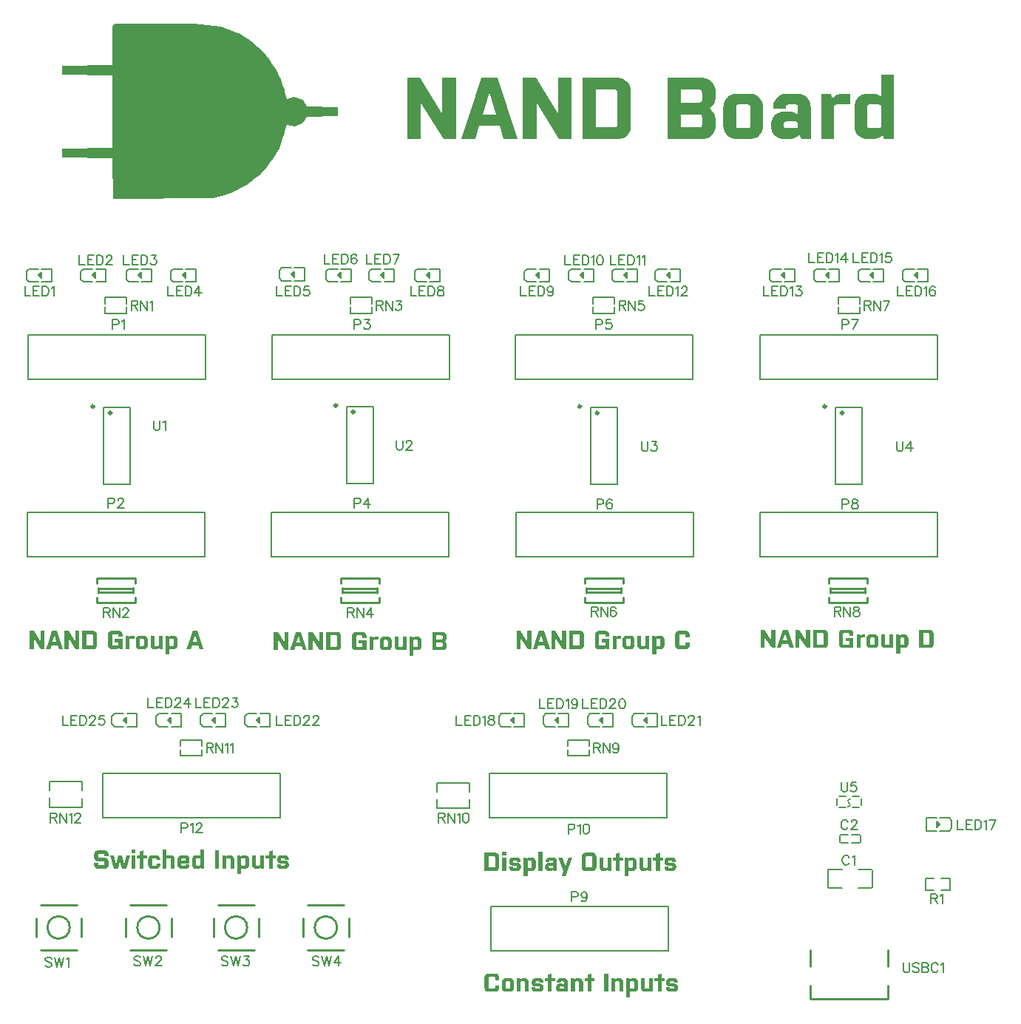
<source format=gto>
G04 Layer: TopSilkscreenLayer*
G04 EasyEDA v6.5.15, 2022-09-22 11:34:21*
G04 4b7f6f8434e74b0d931dc7ec5f8e676b,5f190de28158457892684f41c71a4f21,10*
G04 Gerber Generator version 0.2*
G04 Scale: 100 percent, Rotated: No, Reflected: No *
G04 Dimensions in millimeters *
G04 leading zeros omitted , absolute positions ,4 integer and 5 decimal *
%FSLAX45Y45*%
%MOMM*%

%ADD10C,0.1524*%
%ADD11C,0.1500*%
%ADD12C,0.2000*%
%ADD13C,0.2032*%
%ADD14C,0.2540*%
%ADD15C,0.1520*%
%ADD16C,0.3000*%
%ADD17C,0.0195*%

%LPD*%
G36*
X1760982Y-3584701D02*
G01*
X1739900Y-3605784D01*
X1739900Y-4058310D01*
X1163218Y-4066895D01*
X1163218Y-4161790D01*
X1739900Y-4170375D01*
X1739900Y-5006898D01*
X1163218Y-5015534D01*
X1163218Y-5110378D01*
X1739036Y-5119014D01*
X1747824Y-5584698D01*
X2885389Y-5582462D01*
X2992170Y-5553303D01*
X3015132Y-5546344D01*
X3040227Y-5538063D01*
X3066592Y-5528665D01*
X3093415Y-5518556D01*
X3119882Y-5507990D01*
X3145231Y-5497271D01*
X3168599Y-5486755D01*
X3179267Y-5481624D01*
X3280410Y-5431231D01*
X3374898Y-5352491D01*
X3394811Y-5335270D01*
X3418230Y-5314137D01*
X3436010Y-5297322D01*
X3457143Y-5276291D01*
X3473348Y-5259273D01*
X3485184Y-5246319D01*
X3504488Y-5224068D01*
X3523437Y-5200904D01*
X3542233Y-5176469D01*
X3561130Y-5150561D01*
X3576574Y-5128514D01*
X3592322Y-5105247D01*
X3651402Y-5016652D01*
X3679342Y-4929174D01*
X3693820Y-4880965D01*
X3707587Y-4832350D01*
X3713276Y-4811268D01*
X3731666Y-4739843D01*
X3825290Y-4758588D01*
X3918762Y-4719828D01*
X3967734Y-4644999D01*
X4323181Y-4636058D01*
X4323181Y-4541215D01*
X3967734Y-4532274D01*
X3917696Y-4455871D01*
X3812895Y-4421225D01*
X3732682Y-4441393D01*
X3712108Y-4360113D01*
X3706977Y-4341317D01*
X3697732Y-4310329D01*
X3693820Y-4298086D01*
X3685590Y-4273804D01*
X3676802Y-4249775D01*
X3665169Y-4220210D01*
X3652672Y-4191101D01*
X3644849Y-4173880D01*
X3631082Y-4145584D01*
X3616604Y-4117797D01*
X3601364Y-4090568D01*
X3588562Y-4069130D01*
X3578707Y-4053281D01*
X3561638Y-4027373D01*
X3547414Y-4007002D01*
X3532733Y-3987037D01*
X3513785Y-3962552D01*
X3498087Y-3943451D01*
X3485997Y-3929329D01*
X3469487Y-3910888D01*
X3448202Y-3888384D01*
X3430727Y-3870858D01*
X3408222Y-3849471D01*
X3389731Y-3832860D01*
X3370783Y-3816654D01*
X3346551Y-3797046D01*
X3331667Y-3785565D01*
X3316528Y-3774338D01*
X3301237Y-3763416D01*
X3280410Y-3749192D01*
X3201416Y-3696563D01*
X2984246Y-3615131D01*
X2680004Y-3585514D01*
G37*
G36*
X1956307Y-13036804D02*
G01*
X1956307Y-13080238D01*
X1999742Y-13080238D01*
X1999742Y-13036804D01*
G37*
G36*
X2314702Y-13036804D02*
G01*
X2314702Y-13258800D01*
X2358136Y-13258800D01*
X2358136Y-13148056D01*
X2358847Y-13144703D01*
X2360625Y-13142213D01*
X2363419Y-13140690D01*
X2367280Y-13140182D01*
X2398776Y-13140182D01*
X2402636Y-13140740D01*
X2405430Y-13142468D01*
X2407107Y-13145312D01*
X2407666Y-13149326D01*
X2407666Y-13258800D01*
X2451100Y-13258800D01*
X2451100Y-13149834D01*
X2450693Y-13142976D01*
X2449576Y-13136575D01*
X2447747Y-13130580D01*
X2445207Y-13125145D01*
X2442006Y-13120166D01*
X2438196Y-13115747D01*
X2433777Y-13111937D01*
X2428798Y-13108736D01*
X2423363Y-13106196D01*
X2417368Y-13104368D01*
X2410968Y-13103250D01*
X2404110Y-13102844D01*
X2389886Y-13102844D01*
X2380691Y-13103606D01*
X2372309Y-13105739D01*
X2364740Y-13109295D01*
X2358136Y-13114019D01*
X2358136Y-13036804D01*
G37*
G36*
X2743708Y-13036804D02*
G01*
X2743708Y-13114019D01*
X2737154Y-13109295D01*
X2729636Y-13105790D01*
X2721254Y-13103606D01*
X2711958Y-13102844D01*
X2697734Y-13102844D01*
X2690876Y-13103250D01*
X2684475Y-13104368D01*
X2678480Y-13106196D01*
X2673045Y-13108736D01*
X2668066Y-13111937D01*
X2663647Y-13115747D01*
X2659837Y-13120166D01*
X2656636Y-13125145D01*
X2654096Y-13130580D01*
X2652268Y-13136575D01*
X2651150Y-13142976D01*
X2650744Y-13149834D01*
X2650774Y-13212318D01*
X2694178Y-13212318D01*
X2694178Y-13149326D01*
X2694736Y-13145312D01*
X2696464Y-13142468D01*
X2699308Y-13140740D01*
X2703322Y-13140182D01*
X2734818Y-13140182D01*
X2738374Y-13140690D01*
X2741066Y-13142213D01*
X2742844Y-13144703D01*
X2743708Y-13148056D01*
X2743708Y-13213842D01*
X2742844Y-13217144D01*
X2741066Y-13219430D01*
X2738374Y-13220750D01*
X2734818Y-13221207D01*
X2703322Y-13221207D01*
X2699308Y-13220700D01*
X2696464Y-13219023D01*
X2694736Y-13216280D01*
X2694178Y-13212318D01*
X2650774Y-13212318D01*
X2651150Y-13218668D01*
X2652268Y-13225068D01*
X2654096Y-13231063D01*
X2656636Y-13236498D01*
X2659837Y-13241477D01*
X2663647Y-13245896D01*
X2668066Y-13249706D01*
X2673045Y-13252907D01*
X2678480Y-13255447D01*
X2684475Y-13257276D01*
X2690876Y-13258393D01*
X2697734Y-13258800D01*
X2711958Y-13258800D01*
X2717444Y-13258546D01*
X2722676Y-13257834D01*
X2727655Y-13256615D01*
X2732328Y-13254939D01*
X2736646Y-13252805D01*
X2740660Y-13250214D01*
X2744266Y-13247217D01*
X2747518Y-13243813D01*
X2754122Y-13258800D01*
X2787142Y-13258800D01*
X2787142Y-13036804D01*
G37*
G36*
X2097278Y-13047726D02*
G01*
X2053589Y-13060680D01*
X2053589Y-13102844D01*
X2017775Y-13102844D01*
X2017775Y-13140182D01*
X2053589Y-13140182D01*
X2053589Y-13258800D01*
X2097278Y-13258800D01*
X2097278Y-13140182D01*
X2133092Y-13140182D01*
X2133092Y-13102844D01*
X2097278Y-13102844D01*
G37*
G36*
X3571748Y-13047726D02*
G01*
X3528314Y-13060680D01*
X3528314Y-13102844D01*
X3492246Y-13102844D01*
X3492246Y-13140182D01*
X3528314Y-13140182D01*
X3528314Y-13258800D01*
X3571748Y-13258800D01*
X3571748Y-13140182D01*
X3607815Y-13140182D01*
X3607815Y-13102844D01*
X3571748Y-13102844D01*
G37*
G36*
X1576070Y-13048742D02*
G01*
X1569262Y-13049148D01*
X1562912Y-13050265D01*
X1556969Y-13052145D01*
X1551533Y-13054736D01*
X1546606Y-13057936D01*
X1542237Y-13061797D01*
X1538427Y-13066217D01*
X1535226Y-13071195D01*
X1532686Y-13076732D01*
X1530858Y-13082676D01*
X1529740Y-13089128D01*
X1529334Y-13095986D01*
X1529334Y-13126719D01*
X1529740Y-13133578D01*
X1530858Y-13140029D01*
X1532686Y-13145973D01*
X1535226Y-13151510D01*
X1538427Y-13156488D01*
X1542237Y-13160908D01*
X1546606Y-13164769D01*
X1551533Y-13167969D01*
X1556969Y-13170560D01*
X1562912Y-13172440D01*
X1569262Y-13173557D01*
X1576070Y-13173963D01*
X1638300Y-13173963D01*
X1642160Y-13174522D01*
X1644954Y-13176199D01*
X1646631Y-13178993D01*
X1647189Y-13182854D01*
X1647189Y-13209269D01*
X1646631Y-13213283D01*
X1644954Y-13216128D01*
X1642160Y-13217855D01*
X1638300Y-13218413D01*
X1584706Y-13218413D01*
X1580845Y-13217855D01*
X1578051Y-13216128D01*
X1576374Y-13213283D01*
X1575816Y-13209269D01*
X1575816Y-13192760D01*
X1529334Y-13192760D01*
X1529334Y-13211810D01*
X1529740Y-13218668D01*
X1530858Y-13225068D01*
X1532686Y-13231063D01*
X1535226Y-13236498D01*
X1538427Y-13241477D01*
X1542237Y-13245896D01*
X1546656Y-13249706D01*
X1551635Y-13252907D01*
X1557070Y-13255447D01*
X1563065Y-13257276D01*
X1569466Y-13258393D01*
X1576324Y-13258800D01*
X1646936Y-13258800D01*
X1653743Y-13258393D01*
X1660093Y-13257276D01*
X1666036Y-13255447D01*
X1671472Y-13252907D01*
X1676400Y-13249706D01*
X1680768Y-13245896D01*
X1684578Y-13241477D01*
X1687779Y-13236498D01*
X1690319Y-13231063D01*
X1692148Y-13225068D01*
X1693265Y-13218668D01*
X1693672Y-13211810D01*
X1693672Y-13180568D01*
X1693265Y-13173710D01*
X1692148Y-13167258D01*
X1690319Y-13161314D01*
X1687779Y-13155777D01*
X1684578Y-13150799D01*
X1680768Y-13146379D01*
X1676400Y-13142518D01*
X1671472Y-13139318D01*
X1666036Y-13136727D01*
X1660093Y-13134848D01*
X1653743Y-13133730D01*
X1646936Y-13133324D01*
X1584706Y-13133324D01*
X1580845Y-13132765D01*
X1578051Y-13131088D01*
X1576374Y-13128294D01*
X1575816Y-13124434D01*
X1575816Y-13098271D01*
X1576374Y-13094309D01*
X1578051Y-13091515D01*
X1580845Y-13089890D01*
X1584706Y-13089382D01*
X1638300Y-13089382D01*
X1642160Y-13089890D01*
X1644954Y-13091515D01*
X1646631Y-13094309D01*
X1647189Y-13098271D01*
X1647189Y-13114782D01*
X1693672Y-13114782D01*
X1693672Y-13095986D01*
X1693265Y-13089128D01*
X1692148Y-13082676D01*
X1690319Y-13076732D01*
X1687779Y-13071195D01*
X1684578Y-13066217D01*
X1680768Y-13061797D01*
X1676349Y-13057936D01*
X1671370Y-13054736D01*
X1665935Y-13052145D01*
X1659940Y-13050265D01*
X1653539Y-13049148D01*
X1646682Y-13048742D01*
G37*
G36*
X2913126Y-13048742D02*
G01*
X2913126Y-13258800D01*
X2959608Y-13258800D01*
X2959608Y-13048742D01*
G37*
G36*
X1711706Y-13102844D02*
G01*
X1754124Y-13258800D01*
X1802892Y-13258800D01*
X1824736Y-13167868D01*
X1847088Y-13258800D01*
X1895856Y-13258800D01*
X1938274Y-13102844D01*
X1896110Y-13102844D01*
X1871725Y-13205713D01*
X1848104Y-13102844D01*
X1804670Y-13102844D01*
X1781048Y-13205713D01*
X1756664Y-13102844D01*
G37*
G36*
X1956307Y-13102844D02*
G01*
X1956307Y-13258800D01*
X1999742Y-13258800D01*
X1999742Y-13102844D01*
G37*
G36*
X2195068Y-13102844D02*
G01*
X2188260Y-13103250D01*
X2181910Y-13104368D01*
X2175916Y-13106196D01*
X2170480Y-13108736D01*
X2165502Y-13111937D01*
X2161082Y-13115747D01*
X2157272Y-13120166D01*
X2154072Y-13125145D01*
X2151481Y-13130580D01*
X2149602Y-13136575D01*
X2148484Y-13142976D01*
X2148078Y-13149834D01*
X2148078Y-13211810D01*
X2148484Y-13218668D01*
X2149602Y-13225068D01*
X2151481Y-13231063D01*
X2154072Y-13236498D01*
X2157272Y-13241477D01*
X2161082Y-13245896D01*
X2165502Y-13249706D01*
X2170480Y-13252907D01*
X2175916Y-13255447D01*
X2181910Y-13257276D01*
X2188260Y-13258393D01*
X2195068Y-13258800D01*
X2237486Y-13258800D01*
X2244344Y-13258393D01*
X2250795Y-13257276D01*
X2256739Y-13255447D01*
X2262276Y-13252907D01*
X2267254Y-13249706D01*
X2271674Y-13245896D01*
X2275535Y-13241477D01*
X2278735Y-13236498D01*
X2281326Y-13231063D01*
X2283206Y-13225068D01*
X2284323Y-13218668D01*
X2284730Y-13211810D01*
X2284730Y-13200380D01*
X2241296Y-13200380D01*
X2241296Y-13212318D01*
X2240737Y-13216280D01*
X2239010Y-13219023D01*
X2236165Y-13220700D01*
X2232152Y-13221207D01*
X2200656Y-13221207D01*
X2196795Y-13220700D01*
X2194001Y-13219023D01*
X2192324Y-13216280D01*
X2191766Y-13212318D01*
X2191766Y-13149326D01*
X2192324Y-13145312D01*
X2194001Y-13142468D01*
X2196795Y-13140740D01*
X2200656Y-13140182D01*
X2232152Y-13140182D01*
X2236165Y-13140740D01*
X2239010Y-13142468D01*
X2240737Y-13145312D01*
X2241296Y-13149326D01*
X2241296Y-13161263D01*
X2284730Y-13161263D01*
X2284730Y-13149834D01*
X2284323Y-13142976D01*
X2283206Y-13136575D01*
X2281326Y-13130580D01*
X2278735Y-13125145D01*
X2275535Y-13120166D01*
X2271674Y-13115747D01*
X2267254Y-13111937D01*
X2262276Y-13108736D01*
X2256739Y-13106196D01*
X2250795Y-13104368D01*
X2244344Y-13103250D01*
X2237486Y-13102844D01*
G37*
G36*
X2531110Y-13102844D02*
G01*
X2524302Y-13103250D01*
X2517952Y-13104368D01*
X2511958Y-13106196D01*
X2506522Y-13108736D01*
X2501544Y-13111937D01*
X2497124Y-13115747D01*
X2493314Y-13120166D01*
X2490114Y-13125145D01*
X2487523Y-13130580D01*
X2485644Y-13136575D01*
X2484526Y-13142976D01*
X2484120Y-13149834D01*
X2484120Y-13162788D01*
X2527808Y-13162788D01*
X2527808Y-13149326D01*
X2528316Y-13145312D01*
X2529992Y-13142468D01*
X2532735Y-13140740D01*
X2536698Y-13140182D01*
X2568194Y-13140182D01*
X2572156Y-13140740D01*
X2574950Y-13142468D01*
X2576576Y-13145312D01*
X2577084Y-13149326D01*
X2577084Y-13162788D01*
X2484120Y-13162788D01*
X2484120Y-13211810D01*
X2484526Y-13218668D01*
X2485644Y-13225068D01*
X2487523Y-13231063D01*
X2490114Y-13236498D01*
X2493314Y-13241477D01*
X2497124Y-13245896D01*
X2501544Y-13249706D01*
X2506522Y-13252907D01*
X2511958Y-13255447D01*
X2517952Y-13257276D01*
X2524302Y-13258393D01*
X2531110Y-13258800D01*
X2573528Y-13258800D01*
X2580386Y-13258393D01*
X2586837Y-13257276D01*
X2592781Y-13255447D01*
X2598318Y-13252907D01*
X2603296Y-13249706D01*
X2607716Y-13245896D01*
X2611577Y-13241477D01*
X2614777Y-13236498D01*
X2617368Y-13231063D01*
X2619248Y-13225068D01*
X2620365Y-13218668D01*
X2620772Y-13211810D01*
X2620772Y-13206222D01*
X2577084Y-13206222D01*
X2577084Y-13212318D01*
X2576576Y-13216280D01*
X2574950Y-13219023D01*
X2572156Y-13220700D01*
X2568194Y-13221207D01*
X2536698Y-13221207D01*
X2532735Y-13220700D01*
X2529941Y-13219023D01*
X2528316Y-13216280D01*
X2527808Y-13212318D01*
X2527808Y-13197332D01*
X2620772Y-13197332D01*
X2620772Y-13149834D01*
X2620365Y-13142976D01*
X2619248Y-13136575D01*
X2617368Y-13130580D01*
X2614777Y-13125145D01*
X2611577Y-13120166D01*
X2607716Y-13115747D01*
X2603296Y-13111937D01*
X2598318Y-13108736D01*
X2592781Y-13106196D01*
X2586837Y-13104368D01*
X2580386Y-13103250D01*
X2573528Y-13102844D01*
G37*
G36*
X2995676Y-13102844D02*
G01*
X2995676Y-13258800D01*
X3039110Y-13258800D01*
X3039110Y-13148056D01*
X3039922Y-13144703D01*
X3041700Y-13142213D01*
X3044444Y-13140690D01*
X3048254Y-13140182D01*
X3079750Y-13140182D01*
X3083610Y-13140740D01*
X3086404Y-13142468D01*
X3088081Y-13145312D01*
X3088640Y-13149326D01*
X3088640Y-13258800D01*
X3132074Y-13258800D01*
X3132074Y-13149834D01*
X3131667Y-13142976D01*
X3130550Y-13136575D01*
X3128721Y-13130580D01*
X3126181Y-13125145D01*
X3122980Y-13120166D01*
X3119170Y-13115747D01*
X3114751Y-13111937D01*
X3109772Y-13108736D01*
X3104337Y-13106196D01*
X3098342Y-13104368D01*
X3091942Y-13103250D01*
X3085084Y-13102844D01*
X3071114Y-13102844D01*
X3065475Y-13103098D01*
X3060141Y-13103860D01*
X3055112Y-13105130D01*
X3050438Y-13106857D01*
X3046069Y-13109041D01*
X3042056Y-13111632D01*
X3038348Y-13114680D01*
X3035046Y-13118084D01*
X3028696Y-13102844D01*
G37*
G36*
X3168142Y-13102844D02*
G01*
X3168142Y-13212318D01*
X3211576Y-13212318D01*
X3211576Y-13148056D01*
X3212388Y-13144703D01*
X3214166Y-13142213D01*
X3216910Y-13140690D01*
X3220720Y-13140182D01*
X3252215Y-13140182D01*
X3256178Y-13140740D01*
X3258972Y-13142468D01*
X3260598Y-13145312D01*
X3261106Y-13149326D01*
X3261106Y-13212318D01*
X3260598Y-13216280D01*
X3258972Y-13219023D01*
X3256178Y-13220700D01*
X3252215Y-13221207D01*
X3220720Y-13221207D01*
X3216706Y-13220700D01*
X3213862Y-13219023D01*
X3212134Y-13216280D01*
X3211576Y-13212318D01*
X3168142Y-13212318D01*
X3168142Y-13318744D01*
X3211576Y-13318744D01*
X3211576Y-13247624D01*
X3218180Y-13252500D01*
X3225749Y-13255955D01*
X3234232Y-13258088D01*
X3243580Y-13258800D01*
X3257550Y-13258800D01*
X3264408Y-13258393D01*
X3270859Y-13257276D01*
X3276803Y-13255447D01*
X3282340Y-13252907D01*
X3287318Y-13249706D01*
X3291738Y-13245896D01*
X3295599Y-13241477D01*
X3298799Y-13236498D01*
X3301390Y-13231063D01*
X3303270Y-13225068D01*
X3304387Y-13218668D01*
X3304794Y-13211810D01*
X3304794Y-13149834D01*
X3304387Y-13142976D01*
X3303270Y-13136575D01*
X3301390Y-13130580D01*
X3298799Y-13125145D01*
X3295599Y-13120166D01*
X3291738Y-13115747D01*
X3287318Y-13111937D01*
X3282340Y-13108736D01*
X3276803Y-13106196D01*
X3270859Y-13104368D01*
X3264408Y-13103250D01*
X3257550Y-13102844D01*
X3243580Y-13102844D01*
X3237941Y-13103098D01*
X3232607Y-13103860D01*
X3227578Y-13105130D01*
X3222904Y-13106857D01*
X3218535Y-13109041D01*
X3214522Y-13111632D01*
X3210814Y-13114680D01*
X3207512Y-13118084D01*
X3201162Y-13102844D01*
G37*
G36*
X3337814Y-13102844D02*
G01*
X3337814Y-13211810D01*
X3338220Y-13218668D01*
X3339337Y-13225068D01*
X3341166Y-13231063D01*
X3343706Y-13236498D01*
X3346907Y-13241477D01*
X3350717Y-13245896D01*
X3355136Y-13249706D01*
X3360115Y-13252907D01*
X3365550Y-13255447D01*
X3371545Y-13257276D01*
X3377946Y-13258393D01*
X3384804Y-13258800D01*
X3398774Y-13258800D01*
X3404362Y-13258546D01*
X3409645Y-13257834D01*
X3414674Y-13256615D01*
X3419348Y-13254939D01*
X3423716Y-13252805D01*
X3427729Y-13250214D01*
X3431336Y-13247217D01*
X3434587Y-13243813D01*
X3441192Y-13258800D01*
X3474212Y-13258800D01*
X3474212Y-13102844D01*
X3430778Y-13102844D01*
X3430778Y-13212318D01*
X3430219Y-13216280D01*
X3428492Y-13219023D01*
X3425647Y-13220700D01*
X3421634Y-13221207D01*
X3390137Y-13221207D01*
X3386277Y-13220700D01*
X3383483Y-13219023D01*
X3381806Y-13216280D01*
X3381248Y-13212318D01*
X3381248Y-13102844D01*
G37*
G36*
X3671062Y-13102844D02*
G01*
X3664254Y-13103250D01*
X3657904Y-13104368D01*
X3651910Y-13106196D01*
X3646474Y-13108736D01*
X3641496Y-13111937D01*
X3637076Y-13115747D01*
X3633266Y-13120166D01*
X3630066Y-13125145D01*
X3627475Y-13130580D01*
X3625596Y-13136575D01*
X3624478Y-13142976D01*
X3624072Y-13150850D01*
X3624478Y-13157707D01*
X3625596Y-13164108D01*
X3627475Y-13170103D01*
X3630066Y-13175538D01*
X3633266Y-13180517D01*
X3637076Y-13184936D01*
X3641496Y-13188746D01*
X3646474Y-13191947D01*
X3651910Y-13194487D01*
X3657904Y-13196316D01*
X3664254Y-13197433D01*
X3671062Y-13197840D01*
X3706622Y-13197840D01*
X3710635Y-13198449D01*
X3713479Y-13200278D01*
X3715207Y-13203174D01*
X3715765Y-13207238D01*
X3715765Y-13212063D01*
X3715207Y-13215975D01*
X3713479Y-13218820D01*
X3710635Y-13220598D01*
X3706622Y-13221207D01*
X3675126Y-13221207D01*
X3671265Y-13220700D01*
X3668471Y-13219023D01*
X3666794Y-13216280D01*
X3666236Y-13212318D01*
X3666236Y-13206222D01*
X3622801Y-13206222D01*
X3622801Y-13211810D01*
X3623208Y-13218668D01*
X3624326Y-13225068D01*
X3626154Y-13231063D01*
X3628694Y-13236498D01*
X3631895Y-13241477D01*
X3635705Y-13245896D01*
X3640124Y-13249706D01*
X3645103Y-13252907D01*
X3650538Y-13255447D01*
X3656533Y-13257276D01*
X3662934Y-13258393D01*
X3669792Y-13258800D01*
X3712464Y-13258800D01*
X3719271Y-13258393D01*
X3725621Y-13257276D01*
X3731564Y-13255447D01*
X3737000Y-13252907D01*
X3741928Y-13249706D01*
X3746296Y-13245896D01*
X3750106Y-13241477D01*
X3753307Y-13236498D01*
X3755847Y-13231063D01*
X3757676Y-13225068D01*
X3758793Y-13218668D01*
X3759200Y-13210540D01*
X3758793Y-13203682D01*
X3757676Y-13197230D01*
X3755847Y-13191286D01*
X3753307Y-13185749D01*
X3750106Y-13180771D01*
X3746296Y-13176351D01*
X3741928Y-13172490D01*
X3737000Y-13169290D01*
X3731564Y-13166699D01*
X3725621Y-13164819D01*
X3719271Y-13163702D01*
X3712464Y-13163296D01*
X3676650Y-13163296D01*
X3672789Y-13162788D01*
X3669995Y-13161111D01*
X3668318Y-13158368D01*
X3667760Y-13154406D01*
X3667760Y-13149326D01*
X3668318Y-13145312D01*
X3669995Y-13142468D01*
X3672789Y-13140740D01*
X3676650Y-13140182D01*
X3705098Y-13140182D01*
X3709111Y-13140740D01*
X3711956Y-13142468D01*
X3713683Y-13145312D01*
X3714242Y-13149326D01*
X3714242Y-13155422D01*
X3757676Y-13155422D01*
X3757676Y-13149834D01*
X3757269Y-13142976D01*
X3756151Y-13136575D01*
X3754323Y-13130580D01*
X3751783Y-13125145D01*
X3748582Y-13120166D01*
X3744772Y-13115747D01*
X3740353Y-13111937D01*
X3735374Y-13108736D01*
X3729939Y-13106196D01*
X3723944Y-13104368D01*
X3717544Y-13103250D01*
X3710686Y-13102844D01*
G37*
G36*
X6770116Y-14457426D02*
G01*
X6726681Y-14470380D01*
X6726681Y-14512544D01*
X6690614Y-14512544D01*
X6690614Y-14549882D01*
X6726681Y-14549882D01*
X6726681Y-14668500D01*
X6770116Y-14668500D01*
X6770116Y-14549882D01*
X6806184Y-14549882D01*
X6806184Y-14512544D01*
X6770116Y-14512544D01*
G37*
G36*
X7224522Y-14457426D02*
G01*
X7181088Y-14470380D01*
X7181088Y-14512544D01*
X7145020Y-14512544D01*
X7145020Y-14549882D01*
X7181088Y-14549882D01*
X7181088Y-14668500D01*
X7224522Y-14668500D01*
X7224522Y-14549882D01*
X7260590Y-14549882D01*
X7260590Y-14512544D01*
X7224522Y-14512544D01*
G37*
G36*
X8027162Y-14457426D02*
G01*
X7983474Y-14470380D01*
X7983474Y-14512544D01*
X7947659Y-14512544D01*
X7947659Y-14549882D01*
X7983474Y-14549882D01*
X7983474Y-14668500D01*
X8027162Y-14668500D01*
X8027162Y-14549882D01*
X8062975Y-14549882D01*
X8062975Y-14512544D01*
X8027162Y-14512544D01*
G37*
G36*
X6046470Y-14458442D02*
G01*
X6039662Y-14458848D01*
X6033312Y-14459966D01*
X6027369Y-14461845D01*
X6021933Y-14464436D01*
X6017006Y-14467636D01*
X6012637Y-14471497D01*
X6008827Y-14475917D01*
X6005626Y-14480895D01*
X6003086Y-14486432D01*
X6001258Y-14492376D01*
X6000140Y-14498828D01*
X5999734Y-14505686D01*
X5999734Y-14621510D01*
X6000140Y-14628368D01*
X6001258Y-14634768D01*
X6003086Y-14640763D01*
X6005626Y-14646198D01*
X6008827Y-14651177D01*
X6012637Y-14655596D01*
X6017006Y-14659406D01*
X6021933Y-14662607D01*
X6027369Y-14665147D01*
X6033312Y-14666976D01*
X6039662Y-14668093D01*
X6046470Y-14668500D01*
X6119876Y-14668500D01*
X6126784Y-14668093D01*
X6133236Y-14666976D01*
X6139281Y-14665147D01*
X6144768Y-14662607D01*
X6149746Y-14659406D01*
X6154166Y-14655596D01*
X6157976Y-14651177D01*
X6161176Y-14646198D01*
X6163716Y-14640763D01*
X6165596Y-14634768D01*
X6166713Y-14628368D01*
X6167120Y-14621510D01*
X6167120Y-14593569D01*
X6120638Y-14593569D01*
X6120638Y-14618969D01*
X6120079Y-14622983D01*
X6118352Y-14625828D01*
X6115507Y-14627555D01*
X6111494Y-14628113D01*
X6055106Y-14628113D01*
X6051245Y-14627555D01*
X6048451Y-14625828D01*
X6046774Y-14622983D01*
X6046216Y-14618969D01*
X6046216Y-14507972D01*
X6046774Y-14504009D01*
X6048451Y-14501215D01*
X6051245Y-14499590D01*
X6055106Y-14499082D01*
X6111494Y-14499082D01*
X6115507Y-14499590D01*
X6118352Y-14501215D01*
X6120079Y-14504009D01*
X6120638Y-14507972D01*
X6120638Y-14533626D01*
X6167120Y-14533626D01*
X6167120Y-14505686D01*
X6166713Y-14498828D01*
X6165596Y-14492376D01*
X6163716Y-14486432D01*
X6161176Y-14480895D01*
X6157976Y-14475917D01*
X6154166Y-14471497D01*
X6149746Y-14467636D01*
X6144768Y-14464436D01*
X6139281Y-14461845D01*
X6133236Y-14459966D01*
X6126784Y-14458848D01*
X6119876Y-14458442D01*
G37*
G36*
X7368540Y-14458442D02*
G01*
X7368540Y-14668500D01*
X7415022Y-14668500D01*
X7415022Y-14458442D01*
G37*
G36*
X6246876Y-14512544D02*
G01*
X6240068Y-14512950D01*
X6233718Y-14514068D01*
X6227775Y-14515896D01*
X6222339Y-14518436D01*
X6217412Y-14521637D01*
X6213043Y-14525447D01*
X6209233Y-14529866D01*
X6206032Y-14534845D01*
X6203492Y-14540280D01*
X6201664Y-14546275D01*
X6200546Y-14552676D01*
X6200140Y-14559534D01*
X6200170Y-14622018D01*
X6243574Y-14622018D01*
X6243574Y-14559026D01*
X6244132Y-14555012D01*
X6245860Y-14552168D01*
X6248704Y-14550440D01*
X6252718Y-14549882D01*
X6284214Y-14549882D01*
X6288074Y-14550440D01*
X6290868Y-14552168D01*
X6292545Y-14555012D01*
X6293104Y-14559026D01*
X6293104Y-14622018D01*
X6292545Y-14625980D01*
X6290868Y-14628723D01*
X6288074Y-14630400D01*
X6284214Y-14630907D01*
X6252718Y-14630907D01*
X6248704Y-14630400D01*
X6245860Y-14628723D01*
X6244132Y-14625980D01*
X6243574Y-14622018D01*
X6200170Y-14622018D01*
X6200546Y-14628368D01*
X6201664Y-14634768D01*
X6203492Y-14640763D01*
X6206032Y-14646198D01*
X6209233Y-14651177D01*
X6213043Y-14655596D01*
X6217412Y-14659406D01*
X6222339Y-14662607D01*
X6227775Y-14665147D01*
X6233718Y-14666976D01*
X6240068Y-14668093D01*
X6246876Y-14668500D01*
X6289548Y-14668500D01*
X6296406Y-14668093D01*
X6302806Y-14666976D01*
X6308801Y-14665147D01*
X6314236Y-14662607D01*
X6319215Y-14659406D01*
X6323634Y-14655596D01*
X6327444Y-14651177D01*
X6330645Y-14646198D01*
X6333185Y-14640763D01*
X6335014Y-14634768D01*
X6336131Y-14628368D01*
X6336538Y-14621510D01*
X6336538Y-14559534D01*
X6336131Y-14552676D01*
X6335014Y-14546275D01*
X6333185Y-14540280D01*
X6330645Y-14534845D01*
X6327444Y-14529866D01*
X6323634Y-14525447D01*
X6319215Y-14521637D01*
X6314236Y-14518436D01*
X6308801Y-14515896D01*
X6302806Y-14514068D01*
X6296406Y-14512950D01*
X6289548Y-14512544D01*
G37*
G36*
X6369558Y-14512544D02*
G01*
X6369558Y-14668500D01*
X6412992Y-14668500D01*
X6412992Y-14557756D01*
X6413804Y-14554403D01*
X6415582Y-14551913D01*
X6418326Y-14550390D01*
X6422136Y-14549882D01*
X6453632Y-14549882D01*
X6457492Y-14550440D01*
X6460286Y-14552168D01*
X6461963Y-14555012D01*
X6462522Y-14559026D01*
X6462522Y-14668500D01*
X6506209Y-14668500D01*
X6506209Y-14559534D01*
X6505803Y-14552676D01*
X6504685Y-14546275D01*
X6502806Y-14540280D01*
X6500215Y-14534845D01*
X6497015Y-14529866D01*
X6493154Y-14525447D01*
X6488734Y-14521637D01*
X6483756Y-14518436D01*
X6478219Y-14515896D01*
X6472275Y-14514068D01*
X6465824Y-14512950D01*
X6458966Y-14512544D01*
X6444996Y-14512544D01*
X6439357Y-14512798D01*
X6434023Y-14513560D01*
X6428994Y-14514830D01*
X6424269Y-14516557D01*
X6419951Y-14518741D01*
X6415938Y-14521332D01*
X6412230Y-14524380D01*
X6408928Y-14527784D01*
X6402578Y-14512544D01*
G37*
G36*
X6587490Y-14512544D02*
G01*
X6580682Y-14512950D01*
X6574332Y-14514068D01*
X6568338Y-14515896D01*
X6562902Y-14518436D01*
X6557924Y-14521637D01*
X6553504Y-14525447D01*
X6549694Y-14529866D01*
X6546494Y-14534845D01*
X6543903Y-14540280D01*
X6542024Y-14546275D01*
X6540906Y-14552676D01*
X6540500Y-14560550D01*
X6540906Y-14567407D01*
X6542024Y-14573808D01*
X6543903Y-14579803D01*
X6546494Y-14585238D01*
X6549694Y-14590217D01*
X6553504Y-14594636D01*
X6557924Y-14598446D01*
X6562902Y-14601647D01*
X6568338Y-14604187D01*
X6574332Y-14606016D01*
X6580682Y-14607133D01*
X6587490Y-14607540D01*
X6623050Y-14607540D01*
X6627063Y-14608149D01*
X6629908Y-14609978D01*
X6631635Y-14612874D01*
X6632194Y-14616938D01*
X6632194Y-14621763D01*
X6631635Y-14625675D01*
X6629908Y-14628520D01*
X6627063Y-14630298D01*
X6623050Y-14630907D01*
X6591553Y-14630907D01*
X6587693Y-14630400D01*
X6584899Y-14628723D01*
X6583222Y-14625980D01*
X6582664Y-14622018D01*
X6582664Y-14615922D01*
X6538976Y-14615922D01*
X6538976Y-14621510D01*
X6539382Y-14628368D01*
X6540500Y-14634768D01*
X6542379Y-14640763D01*
X6544970Y-14646198D01*
X6548170Y-14651177D01*
X6552031Y-14655596D01*
X6556451Y-14659406D01*
X6561429Y-14662607D01*
X6566966Y-14665147D01*
X6572910Y-14666976D01*
X6579362Y-14668093D01*
X6586220Y-14668500D01*
X6628892Y-14668500D01*
X6635648Y-14668093D01*
X6641947Y-14666976D01*
X6647891Y-14665147D01*
X6653326Y-14662607D01*
X6658254Y-14659406D01*
X6662623Y-14655596D01*
X6666484Y-14651177D01*
X6669684Y-14646198D01*
X6672224Y-14640763D01*
X6674103Y-14634768D01*
X6675221Y-14628368D01*
X6675628Y-14620240D01*
X6675221Y-14613382D01*
X6674103Y-14606930D01*
X6672224Y-14600986D01*
X6669684Y-14595449D01*
X6666484Y-14590471D01*
X6662623Y-14586051D01*
X6658254Y-14582190D01*
X6653326Y-14578990D01*
X6647891Y-14576399D01*
X6641947Y-14574519D01*
X6635648Y-14573402D01*
X6628892Y-14572996D01*
X6593078Y-14572996D01*
X6589115Y-14572488D01*
X6586321Y-14570811D01*
X6584696Y-14568068D01*
X6584188Y-14564106D01*
X6584188Y-14559026D01*
X6584696Y-14555012D01*
X6586372Y-14552168D01*
X6589115Y-14550440D01*
X6593078Y-14549882D01*
X6621525Y-14549882D01*
X6625539Y-14550440D01*
X6628384Y-14552168D01*
X6630111Y-14555012D01*
X6630670Y-14559026D01*
X6630670Y-14565122D01*
X6674103Y-14565122D01*
X6674103Y-14559534D01*
X6673697Y-14552676D01*
X6672580Y-14546275D01*
X6670751Y-14540280D01*
X6668211Y-14534845D01*
X6665010Y-14529866D01*
X6661200Y-14525447D01*
X6656781Y-14521637D01*
X6651802Y-14518436D01*
X6646367Y-14515896D01*
X6640372Y-14514068D01*
X6633972Y-14512950D01*
X6627114Y-14512544D01*
G37*
G36*
X6872731Y-14512544D02*
G01*
X6865874Y-14512950D01*
X6859422Y-14514068D01*
X6853478Y-14515896D01*
X6847941Y-14518436D01*
X6842963Y-14521637D01*
X6838543Y-14525447D01*
X6834682Y-14529866D01*
X6831482Y-14534845D01*
X6828891Y-14540280D01*
X6827012Y-14546275D01*
X6825894Y-14552676D01*
X6825488Y-14559534D01*
X6825488Y-14565122D01*
X6869175Y-14565122D01*
X6869175Y-14559026D01*
X6869734Y-14555012D01*
X6871411Y-14552168D01*
X6874205Y-14550440D01*
X6878066Y-14549882D01*
X6902196Y-14549882D01*
X6906056Y-14550440D01*
X6908850Y-14552168D01*
X6910527Y-14555012D01*
X6911086Y-14559026D01*
X6911086Y-14585188D01*
X6904532Y-14580463D01*
X6897014Y-14576907D01*
X6888632Y-14574774D01*
X6879336Y-14574012D01*
X6865112Y-14574012D01*
X6858253Y-14574418D01*
X6851853Y-14575536D01*
X6845858Y-14577364D01*
X6840423Y-14579904D01*
X6835444Y-14583105D01*
X6831025Y-14586915D01*
X6827215Y-14591334D01*
X6824014Y-14596313D01*
X6821474Y-14601748D01*
X6819646Y-14607743D01*
X6818528Y-14614144D01*
X6818152Y-14622018D01*
X6861556Y-14622018D01*
X6861556Y-14617446D01*
X6862114Y-14613585D01*
X6863842Y-14610791D01*
X6866686Y-14609114D01*
X6870700Y-14608556D01*
X6902196Y-14608556D01*
X6905752Y-14609013D01*
X6908444Y-14610435D01*
X6910222Y-14612823D01*
X6911086Y-14616176D01*
X6911086Y-14622018D01*
X6910527Y-14625980D01*
X6908850Y-14628723D01*
X6906056Y-14630400D01*
X6902196Y-14630907D01*
X6870700Y-14630907D01*
X6866686Y-14630400D01*
X6863842Y-14628723D01*
X6862114Y-14625980D01*
X6861556Y-14622018D01*
X6818152Y-14622018D01*
X6818528Y-14628368D01*
X6819646Y-14634768D01*
X6821474Y-14640763D01*
X6824014Y-14646198D01*
X6827215Y-14651177D01*
X6831025Y-14655596D01*
X6835444Y-14659406D01*
X6840423Y-14662607D01*
X6845858Y-14665147D01*
X6851853Y-14666976D01*
X6858253Y-14668093D01*
X6865112Y-14668500D01*
X6879336Y-14668500D01*
X6884822Y-14668246D01*
X6890105Y-14667534D01*
X6895084Y-14666315D01*
X6899808Y-14664639D01*
X6904126Y-14662505D01*
X6908139Y-14659914D01*
X6911746Y-14656917D01*
X6914896Y-14653513D01*
X6921500Y-14668500D01*
X6954520Y-14668500D01*
X6954520Y-14559534D01*
X6954113Y-14552676D01*
X6952996Y-14546275D01*
X6951167Y-14540280D01*
X6948627Y-14534845D01*
X6945426Y-14529866D01*
X6941616Y-14525447D01*
X6937248Y-14521637D01*
X6932320Y-14518436D01*
X6926884Y-14515896D01*
X6920941Y-14514068D01*
X6914591Y-14512950D01*
X6907784Y-14512544D01*
G37*
G36*
X6990588Y-14512544D02*
G01*
X6990588Y-14668500D01*
X7034022Y-14668500D01*
X7034022Y-14557756D01*
X7034733Y-14554403D01*
X7036511Y-14551913D01*
X7039305Y-14550390D01*
X7043166Y-14549882D01*
X7074662Y-14549882D01*
X7078522Y-14550440D01*
X7081316Y-14552168D01*
X7082993Y-14555012D01*
X7083552Y-14559026D01*
X7083552Y-14668500D01*
X7126986Y-14668500D01*
X7126986Y-14559534D01*
X7126579Y-14552676D01*
X7125462Y-14546275D01*
X7123633Y-14540280D01*
X7121093Y-14534845D01*
X7117892Y-14529866D01*
X7114082Y-14525447D01*
X7109663Y-14521637D01*
X7104684Y-14518436D01*
X7099249Y-14515896D01*
X7093254Y-14514068D01*
X7086853Y-14512950D01*
X7079996Y-14512544D01*
X7065772Y-14512544D01*
X7060184Y-14512798D01*
X7054900Y-14513560D01*
X7049973Y-14514830D01*
X7045299Y-14516557D01*
X7040930Y-14518741D01*
X7036968Y-14521332D01*
X7033259Y-14524380D01*
X7029958Y-14527784D01*
X7023608Y-14512544D01*
G37*
G36*
X7451090Y-14512544D02*
G01*
X7451090Y-14668500D01*
X7494524Y-14668500D01*
X7494524Y-14557756D01*
X7495235Y-14554403D01*
X7497013Y-14551913D01*
X7499807Y-14550390D01*
X7503668Y-14549882D01*
X7535164Y-14549882D01*
X7539024Y-14550440D01*
X7541818Y-14552168D01*
X7543495Y-14555012D01*
X7544053Y-14559026D01*
X7544053Y-14668500D01*
X7587488Y-14668500D01*
X7587488Y-14559534D01*
X7587081Y-14552676D01*
X7585964Y-14546275D01*
X7584135Y-14540280D01*
X7581595Y-14534845D01*
X7578394Y-14529866D01*
X7574584Y-14525447D01*
X7570165Y-14521637D01*
X7565186Y-14518436D01*
X7559751Y-14515896D01*
X7553756Y-14514068D01*
X7547356Y-14512950D01*
X7540498Y-14512544D01*
X7526274Y-14512544D01*
X7520686Y-14512798D01*
X7515402Y-14513560D01*
X7510475Y-14514830D01*
X7505801Y-14516557D01*
X7501432Y-14518741D01*
X7497470Y-14521332D01*
X7493762Y-14524380D01*
X7490459Y-14527784D01*
X7484109Y-14512544D01*
G37*
G36*
X7623556Y-14512544D02*
G01*
X7623556Y-14622018D01*
X7666990Y-14622018D01*
X7666990Y-14557756D01*
X7667802Y-14554403D01*
X7669580Y-14551913D01*
X7672324Y-14550390D01*
X7676134Y-14549882D01*
X7707630Y-14549882D01*
X7711490Y-14550440D01*
X7714284Y-14552168D01*
X7715961Y-14555012D01*
X7716520Y-14559026D01*
X7716520Y-14622018D01*
X7715961Y-14625980D01*
X7714284Y-14628723D01*
X7711490Y-14630400D01*
X7707630Y-14630907D01*
X7676134Y-14630907D01*
X7672120Y-14630400D01*
X7669275Y-14628723D01*
X7667548Y-14625980D01*
X7666990Y-14622018D01*
X7623556Y-14622018D01*
X7623556Y-14728444D01*
X7666990Y-14728444D01*
X7666990Y-14657324D01*
X7673594Y-14662200D01*
X7681163Y-14665655D01*
X7689646Y-14667788D01*
X7698994Y-14668500D01*
X7712964Y-14668500D01*
X7719822Y-14668093D01*
X7726273Y-14666976D01*
X7732217Y-14665147D01*
X7737754Y-14662607D01*
X7742732Y-14659406D01*
X7747152Y-14655596D01*
X7751013Y-14651177D01*
X7754213Y-14646198D01*
X7756804Y-14640763D01*
X7758684Y-14634768D01*
X7759801Y-14628368D01*
X7760208Y-14621510D01*
X7760208Y-14559534D01*
X7759801Y-14552676D01*
X7758684Y-14546275D01*
X7756804Y-14540280D01*
X7754213Y-14534845D01*
X7751013Y-14529866D01*
X7747152Y-14525447D01*
X7742732Y-14521637D01*
X7737754Y-14518436D01*
X7732217Y-14515896D01*
X7726273Y-14514068D01*
X7719822Y-14512950D01*
X7712964Y-14512544D01*
X7698994Y-14512544D01*
X7693355Y-14512798D01*
X7688021Y-14513560D01*
X7682992Y-14514830D01*
X7678318Y-14516557D01*
X7673949Y-14518741D01*
X7669936Y-14521332D01*
X7666228Y-14524380D01*
X7662925Y-14527784D01*
X7656575Y-14512544D01*
G37*
G36*
X7792974Y-14512544D02*
G01*
X7792974Y-14621510D01*
X7793380Y-14628368D01*
X7794498Y-14634768D01*
X7796377Y-14640763D01*
X7798968Y-14646198D01*
X7802168Y-14651177D01*
X7806029Y-14655596D01*
X7810449Y-14659406D01*
X7815427Y-14662607D01*
X7820964Y-14665147D01*
X7826908Y-14666976D01*
X7833359Y-14668093D01*
X7840218Y-14668500D01*
X7854188Y-14668500D01*
X7859674Y-14668246D01*
X7864957Y-14667534D01*
X7869986Y-14666315D01*
X7874660Y-14664639D01*
X7879029Y-14662505D01*
X7883093Y-14659914D01*
X7886750Y-14656917D01*
X7890002Y-14653513D01*
X7896606Y-14668500D01*
X7929625Y-14668500D01*
X7929625Y-14512544D01*
X7886192Y-14512544D01*
X7886192Y-14622018D01*
X7885633Y-14625980D01*
X7883906Y-14628723D01*
X7881061Y-14630400D01*
X7877048Y-14630907D01*
X7845552Y-14630907D01*
X7841691Y-14630400D01*
X7838897Y-14628723D01*
X7837220Y-14625980D01*
X7836662Y-14622018D01*
X7836662Y-14512544D01*
G37*
G36*
X8126475Y-14512544D02*
G01*
X8119668Y-14512950D01*
X8113318Y-14514068D01*
X8107324Y-14515896D01*
X8101888Y-14518436D01*
X8096910Y-14521637D01*
X8092490Y-14525447D01*
X8088680Y-14529866D01*
X8085480Y-14534845D01*
X8082889Y-14540280D01*
X8081009Y-14546275D01*
X8079892Y-14552676D01*
X8079486Y-14560550D01*
X8079892Y-14567407D01*
X8081009Y-14573808D01*
X8082889Y-14579803D01*
X8085480Y-14585238D01*
X8088680Y-14590217D01*
X8092490Y-14594636D01*
X8096910Y-14598446D01*
X8101888Y-14601647D01*
X8107324Y-14604187D01*
X8113318Y-14606016D01*
X8119668Y-14607133D01*
X8126475Y-14607540D01*
X8162036Y-14607540D01*
X8166049Y-14608149D01*
X8168894Y-14609978D01*
X8170621Y-14612874D01*
X8171180Y-14616938D01*
X8171180Y-14621763D01*
X8170621Y-14625675D01*
X8168894Y-14628520D01*
X8166049Y-14630298D01*
X8162036Y-14630907D01*
X8130540Y-14630907D01*
X8126679Y-14630400D01*
X8123885Y-14628723D01*
X8122208Y-14625980D01*
X8121650Y-14622018D01*
X8121650Y-14615922D01*
X8078216Y-14615922D01*
X8078216Y-14621510D01*
X8078622Y-14628368D01*
X8079740Y-14634768D01*
X8081568Y-14640763D01*
X8084108Y-14646198D01*
X8087309Y-14651177D01*
X8091119Y-14655596D01*
X8095538Y-14659406D01*
X8100517Y-14662607D01*
X8105952Y-14665147D01*
X8111947Y-14666976D01*
X8118348Y-14668093D01*
X8125206Y-14668500D01*
X8167878Y-14668500D01*
X8174685Y-14668093D01*
X8181035Y-14666976D01*
X8186978Y-14665147D01*
X8192414Y-14662607D01*
X8197342Y-14659406D01*
X8201710Y-14655596D01*
X8205520Y-14651177D01*
X8208721Y-14646198D01*
X8211261Y-14640763D01*
X8213090Y-14634768D01*
X8214207Y-14628368D01*
X8214614Y-14620240D01*
X8214207Y-14613382D01*
X8213090Y-14606930D01*
X8211261Y-14600986D01*
X8208721Y-14595449D01*
X8205520Y-14590471D01*
X8201710Y-14586051D01*
X8197342Y-14582190D01*
X8192414Y-14578990D01*
X8186978Y-14576399D01*
X8181035Y-14574519D01*
X8174685Y-14573402D01*
X8167878Y-14572996D01*
X8132064Y-14572996D01*
X8128203Y-14572488D01*
X8125409Y-14570811D01*
X8123732Y-14568068D01*
X8123174Y-14564106D01*
X8123174Y-14559026D01*
X8123732Y-14555012D01*
X8125409Y-14552168D01*
X8128203Y-14550440D01*
X8132064Y-14549882D01*
X8160512Y-14549882D01*
X8164525Y-14550440D01*
X8167370Y-14552168D01*
X8169097Y-14555012D01*
X8169656Y-14559026D01*
X8169656Y-14565122D01*
X8213090Y-14565122D01*
X8213090Y-14559534D01*
X8212683Y-14552676D01*
X8211566Y-14546275D01*
X8209737Y-14540280D01*
X8207197Y-14534845D01*
X8203996Y-14529866D01*
X8200186Y-14525447D01*
X8195767Y-14521637D01*
X8190788Y-14518436D01*
X8185353Y-14515896D01*
X8179358Y-14514068D01*
X8172958Y-14512950D01*
X8166100Y-14512544D01*
G37*
G36*
X10544556Y-4162298D02*
G01*
X10544556Y-4419092D01*
X10536224Y-4412488D01*
X10527334Y-4406493D01*
X10517936Y-4401058D01*
X10507980Y-4396232D01*
X10497616Y-4392117D01*
X10486694Y-4388662D01*
X10475366Y-4385919D01*
X10463530Y-4383887D01*
X10451287Y-4382668D01*
X10438638Y-4382262D01*
X10385298Y-4382363D01*
X10372852Y-4383125D01*
X10360863Y-4384649D01*
X10349280Y-4386935D01*
X10338155Y-4389882D01*
X10327487Y-4393590D01*
X10317276Y-4397908D01*
X10307624Y-4402937D01*
X10298430Y-4408627D01*
X10289794Y-4414926D01*
X10281716Y-4421835D01*
X10274249Y-4429302D01*
X10267340Y-4437380D01*
X10261041Y-4446016D01*
X10255351Y-4455210D01*
X10250322Y-4464862D01*
X10246004Y-4475073D01*
X10242296Y-4485741D01*
X10239349Y-4496866D01*
X10237063Y-4508449D01*
X10235539Y-4520438D01*
X10234777Y-4532884D01*
X10234708Y-4747260D01*
X10379710Y-4747260D01*
X10379710Y-4537202D01*
X10380167Y-4530140D01*
X10381589Y-4524044D01*
X10383926Y-4518914D01*
X10387177Y-4514697D01*
X10391394Y-4511446D01*
X10396524Y-4509109D01*
X10402620Y-4507687D01*
X10409682Y-4507230D01*
X10514584Y-4507230D01*
X10520984Y-4507636D01*
X10526572Y-4508906D01*
X10531449Y-4510938D01*
X10535564Y-4513783D01*
X10538917Y-4517440D01*
X10541558Y-4521911D01*
X10543438Y-4527143D01*
X10544556Y-4533138D01*
X10544556Y-4752086D01*
X10543438Y-4758029D01*
X10541558Y-4763211D01*
X10538917Y-4767529D01*
X10535564Y-4771034D01*
X10531449Y-4773777D01*
X10526572Y-4775708D01*
X10520984Y-4776825D01*
X10514584Y-4777232D01*
X10409682Y-4777232D01*
X10402620Y-4776774D01*
X10396524Y-4775352D01*
X10391394Y-4773015D01*
X10387177Y-4769764D01*
X10383926Y-4765548D01*
X10381589Y-4760417D01*
X10380167Y-4754321D01*
X10379710Y-4747260D01*
X10234708Y-4747260D01*
X10235082Y-4757826D01*
X10236200Y-4770069D01*
X10238130Y-4781854D01*
X10240721Y-4793234D01*
X10244074Y-4804105D01*
X10248087Y-4814570D01*
X10252760Y-4824476D01*
X10258145Y-4833924D01*
X10264089Y-4842814D01*
X10270693Y-4851146D01*
X10277906Y-4858969D01*
X10285730Y-4866182D01*
X10294061Y-4872786D01*
X10302951Y-4878730D01*
X10312400Y-4884115D01*
X10322306Y-4888788D01*
X10332770Y-4892802D01*
X10343642Y-4896154D01*
X10355021Y-4898745D01*
X10366806Y-4900676D01*
X10379049Y-4901793D01*
X10391648Y-4902200D01*
X10438638Y-4902200D01*
X10446105Y-4902047D01*
X10453420Y-4901641D01*
X10460583Y-4900980D01*
X10467644Y-4900066D01*
X10474553Y-4898898D01*
X10487914Y-4895748D01*
X10494365Y-4893818D01*
X10500614Y-4891633D01*
X10506760Y-4889195D01*
X10512704Y-4886502D01*
X10518444Y-4883607D01*
X10524032Y-4880457D01*
X10529417Y-4877104D01*
X10534599Y-4873498D01*
X10539628Y-4869637D01*
X10544403Y-4865624D01*
X10548975Y-4861356D01*
X10557510Y-4852162D01*
X10579608Y-4902200D01*
X10689590Y-4902200D01*
X10689590Y-4162298D01*
G37*
G36*
X5114544Y-4202176D02*
G01*
X5114544Y-4902200D01*
X5269484Y-4902200D01*
X5269484Y-4487164D01*
X5527548Y-4902200D01*
X5672582Y-4902200D01*
X5672582Y-4202176D01*
X5517642Y-4202176D01*
X5517642Y-4617212D01*
X5259578Y-4202176D01*
G37*
G36*
X5961634Y-4202176D02*
G01*
X5825133Y-4619244D01*
X5976620Y-4619244D01*
X6053582Y-4367276D01*
X6130544Y-4619244D01*
X5825133Y-4619244D01*
X5732526Y-4902200D01*
X5890514Y-4902200D01*
X5935472Y-4754118D01*
X6172708Y-4754118D01*
X6217666Y-4902200D01*
X6380480Y-4902200D01*
X6151626Y-4202176D01*
G37*
G36*
X6440678Y-4202176D02*
G01*
X6440678Y-4902200D01*
X6595618Y-4902200D01*
X6595618Y-4487164D01*
X6853681Y-4902200D01*
X6998716Y-4902200D01*
X6998716Y-4202176D01*
X6843522Y-4202176D01*
X6843522Y-4617212D01*
X6585712Y-4202176D01*
G37*
G36*
X7118603Y-4202176D02*
G01*
X7118603Y-4337304D01*
X7491475Y-4337304D01*
X7498537Y-4337761D01*
X7504684Y-4339183D01*
X7509865Y-4341520D01*
X7514132Y-4344771D01*
X7517434Y-4348988D01*
X7519822Y-4354118D01*
X7521244Y-4360214D01*
X7521702Y-4367276D01*
X7521702Y-4737100D01*
X7521244Y-4744161D01*
X7519822Y-4750308D01*
X7517434Y-4755489D01*
X7514132Y-4759756D01*
X7509865Y-4763058D01*
X7504684Y-4765446D01*
X7498537Y-4766868D01*
X7491475Y-4767326D01*
X7273544Y-4767326D01*
X7273544Y-4337304D01*
X7118603Y-4337304D01*
X7118603Y-4902200D01*
X7526020Y-4902098D01*
X7538466Y-4901336D01*
X7550454Y-4899812D01*
X7562037Y-4897526D01*
X7573162Y-4894580D01*
X7583830Y-4890871D01*
X7594041Y-4886553D01*
X7603693Y-4881524D01*
X7612888Y-4875834D01*
X7621524Y-4869535D01*
X7629601Y-4862626D01*
X7637068Y-4855159D01*
X7643977Y-4847082D01*
X7650276Y-4838446D01*
X7655966Y-4829251D01*
X7660995Y-4819599D01*
X7665313Y-4809388D01*
X7669022Y-4798720D01*
X7671968Y-4787595D01*
X7674254Y-4776012D01*
X7675778Y-4764024D01*
X7676540Y-4751578D01*
X7676642Y-4359148D01*
X7676235Y-4346549D01*
X7675118Y-4334306D01*
X7673187Y-4322521D01*
X7670596Y-4311142D01*
X7667244Y-4300270D01*
X7663230Y-4289806D01*
X7658557Y-4279900D01*
X7653172Y-4270451D01*
X7647228Y-4261561D01*
X7640624Y-4253230D01*
X7633411Y-4245406D01*
X7625588Y-4238193D01*
X7617256Y-4231589D01*
X7608366Y-4225645D01*
X7598918Y-4220260D01*
X7589012Y-4215587D01*
X7578547Y-4211574D01*
X7567675Y-4208221D01*
X7556296Y-4205630D01*
X7544511Y-4203700D01*
X7532268Y-4202582D01*
X7519670Y-4202176D01*
G37*
G36*
X8096503Y-4202176D02*
G01*
X8096503Y-4337304D01*
X8459470Y-4337304D01*
X8466531Y-4337761D01*
X8472678Y-4339183D01*
X8477859Y-4341520D01*
X8482126Y-4344771D01*
X8485428Y-4348988D01*
X8487816Y-4354118D01*
X8489238Y-4360214D01*
X8489696Y-4367276D01*
X8489696Y-4454144D01*
X8489238Y-4461205D01*
X8487816Y-4467301D01*
X8485428Y-4472432D01*
X8482126Y-4476648D01*
X8477859Y-4479899D01*
X8472678Y-4482236D01*
X8466531Y-4483658D01*
X8459470Y-4484116D01*
X8251698Y-4484116D01*
X8251698Y-4337304D01*
X8096503Y-4337304D01*
X8096503Y-4619244D01*
X8459470Y-4619244D01*
X8466531Y-4619701D01*
X8472678Y-4621123D01*
X8477859Y-4623460D01*
X8482126Y-4626711D01*
X8485428Y-4630928D01*
X8487816Y-4636058D01*
X8489238Y-4642154D01*
X8489696Y-4649216D01*
X8489696Y-4737100D01*
X8489238Y-4744161D01*
X8487816Y-4750308D01*
X8485428Y-4755489D01*
X8482126Y-4759756D01*
X8477859Y-4763058D01*
X8472678Y-4765446D01*
X8466531Y-4766868D01*
X8459470Y-4767326D01*
X8251698Y-4767326D01*
X8251698Y-4619244D01*
X8096503Y-4619244D01*
X8096503Y-4902200D01*
X8494014Y-4902098D01*
X8506460Y-4901336D01*
X8518448Y-4899812D01*
X8530031Y-4897526D01*
X8541156Y-4894580D01*
X8551824Y-4890871D01*
X8562035Y-4886553D01*
X8571687Y-4881524D01*
X8580882Y-4875834D01*
X8589518Y-4869535D01*
X8597595Y-4862626D01*
X8605062Y-4855159D01*
X8611971Y-4847082D01*
X8618270Y-4838446D01*
X8623960Y-4829251D01*
X8628989Y-4819599D01*
X8633307Y-4809388D01*
X8637016Y-4798720D01*
X8639962Y-4787595D01*
X8642248Y-4776012D01*
X8643772Y-4764024D01*
X8644534Y-4751578D01*
X8644636Y-4687316D01*
X8644229Y-4674412D01*
X8643010Y-4661916D01*
X8641029Y-4649876D01*
X8638286Y-4638294D01*
X8634780Y-4627168D01*
X8630564Y-4616602D01*
X8625636Y-4606493D01*
X8620048Y-4596993D01*
X8613800Y-4588002D01*
X8606942Y-4579620D01*
X8599474Y-4571796D01*
X8591346Y-4564634D01*
X8582710Y-4558080D01*
X8573516Y-4552188D01*
X8582710Y-4546295D01*
X8591346Y-4539742D01*
X8599474Y-4532579D01*
X8606942Y-4524806D01*
X8613800Y-4516374D01*
X8620048Y-4507433D01*
X8625636Y-4497882D01*
X8630564Y-4487824D01*
X8634780Y-4477258D01*
X8638286Y-4466183D01*
X8641029Y-4454652D01*
X8643010Y-4442612D01*
X8644229Y-4430166D01*
X8644636Y-4417314D01*
X8644534Y-4352798D01*
X8643772Y-4340352D01*
X8642248Y-4328363D01*
X8639962Y-4316780D01*
X8637016Y-4305655D01*
X8633307Y-4294987D01*
X8628989Y-4284776D01*
X8623960Y-4275124D01*
X8618270Y-4265930D01*
X8611971Y-4257294D01*
X8605062Y-4249216D01*
X8597595Y-4241749D01*
X8589518Y-4234840D01*
X8580882Y-4228541D01*
X8571687Y-4222851D01*
X8562035Y-4217822D01*
X8551824Y-4213504D01*
X8541156Y-4209796D01*
X8530031Y-4206849D01*
X8518448Y-4204563D01*
X8506460Y-4203039D01*
X8494014Y-4202277D01*
G37*
G36*
X8890508Y-4382262D02*
G01*
X8878011Y-4382668D01*
X8865920Y-4383786D01*
X8854236Y-4385716D01*
X8842959Y-4388307D01*
X8832138Y-4391660D01*
X8821826Y-4395673D01*
X8811920Y-4400346D01*
X8802573Y-4405731D01*
X8793734Y-4411675D01*
X8785402Y-4418279D01*
X8777681Y-4425492D01*
X8770518Y-4433316D01*
X8767114Y-4437380D01*
X8760866Y-4446016D01*
X8755227Y-4455210D01*
X8750198Y-4464862D01*
X8745829Y-4475073D01*
X8742172Y-4485741D01*
X8739225Y-4496866D01*
X8736939Y-4508449D01*
X8735415Y-4520438D01*
X8734653Y-4532884D01*
X8734584Y-4747260D01*
X8879586Y-4747260D01*
X8879586Y-4537202D01*
X8880043Y-4530140D01*
X8881465Y-4524044D01*
X8883802Y-4518914D01*
X8887053Y-4514697D01*
X8891270Y-4511446D01*
X8896400Y-4509109D01*
X8902496Y-4507687D01*
X8909558Y-4507230D01*
X9014714Y-4507230D01*
X9021673Y-4507687D01*
X9027769Y-4509109D01*
X9032900Y-4511446D01*
X9037116Y-4514697D01*
X9040418Y-4518914D01*
X9042806Y-4524044D01*
X9044228Y-4530140D01*
X9044686Y-4537202D01*
X9044686Y-4747260D01*
X9044228Y-4754321D01*
X9042806Y-4760417D01*
X9040418Y-4765548D01*
X9037116Y-4769764D01*
X9032900Y-4773015D01*
X9027769Y-4775352D01*
X9021673Y-4776774D01*
X9014714Y-4777232D01*
X8909558Y-4777232D01*
X8902496Y-4776774D01*
X8896400Y-4775352D01*
X8891270Y-4773015D01*
X8887053Y-4769764D01*
X8883802Y-4765548D01*
X8881465Y-4760417D01*
X8880043Y-4754321D01*
X8879586Y-4747260D01*
X8734584Y-4747260D01*
X8734958Y-4757826D01*
X8736076Y-4770069D01*
X8738006Y-4781854D01*
X8740597Y-4793234D01*
X8743950Y-4804105D01*
X8745829Y-4809388D01*
X8750198Y-4819599D01*
X8755227Y-4829251D01*
X8760866Y-4838446D01*
X8767114Y-4847082D01*
X8774023Y-4855159D01*
X8781491Y-4862626D01*
X8785402Y-4866182D01*
X8793734Y-4872786D01*
X8802573Y-4878730D01*
X8811920Y-4884115D01*
X8821826Y-4888788D01*
X8832138Y-4892802D01*
X8842959Y-4896154D01*
X8854236Y-4898745D01*
X8865920Y-4900676D01*
X8878011Y-4901793D01*
X8890508Y-4902200D01*
X9038844Y-4902098D01*
X9051290Y-4901336D01*
X9063278Y-4899812D01*
X9074861Y-4897526D01*
X9085986Y-4894580D01*
X9096654Y-4890871D01*
X9106865Y-4886553D01*
X9116517Y-4881524D01*
X9125712Y-4875834D01*
X9134348Y-4869535D01*
X9142425Y-4862626D01*
X9149892Y-4855159D01*
X9156801Y-4847082D01*
X9163100Y-4838446D01*
X9168790Y-4829251D01*
X9173819Y-4819599D01*
X9178137Y-4809388D01*
X9181846Y-4798720D01*
X9184792Y-4787595D01*
X9187078Y-4776012D01*
X9188602Y-4764024D01*
X9189364Y-4751578D01*
X9189466Y-4539234D01*
X9189059Y-4526635D01*
X9187942Y-4514392D01*
X9186011Y-4502607D01*
X9183420Y-4491228D01*
X9180068Y-4480356D01*
X9176054Y-4469892D01*
X9171381Y-4459986D01*
X9165996Y-4450537D01*
X9160052Y-4441647D01*
X9153448Y-4433316D01*
X9146235Y-4425492D01*
X9138412Y-4418279D01*
X9130080Y-4411675D01*
X9121190Y-4405731D01*
X9111742Y-4400346D01*
X9101836Y-4395673D01*
X9091371Y-4391660D01*
X9080500Y-4388307D01*
X9069120Y-4385716D01*
X9057335Y-4383786D01*
X9045092Y-4382668D01*
X9032494Y-4382262D01*
G37*
G36*
X9461500Y-4382262D02*
G01*
X9448901Y-4382668D01*
X9436658Y-4383786D01*
X9424873Y-4385716D01*
X9413494Y-4388307D01*
X9402622Y-4391660D01*
X9392158Y-4395673D01*
X9382252Y-4400346D01*
X9372803Y-4405731D01*
X9363913Y-4411675D01*
X9355582Y-4418279D01*
X9347758Y-4425492D01*
X9340545Y-4433316D01*
X9333941Y-4441647D01*
X9327997Y-4450537D01*
X9322612Y-4459986D01*
X9317939Y-4469892D01*
X9313926Y-4480356D01*
X9310573Y-4491228D01*
X9307982Y-4502607D01*
X9306052Y-4514392D01*
X9304934Y-4526635D01*
X9304528Y-4539234D01*
X9304528Y-4557268D01*
X9449562Y-4557268D01*
X9449562Y-4537202D01*
X9450019Y-4530140D01*
X9451441Y-4524044D01*
X9453778Y-4518914D01*
X9457029Y-4514697D01*
X9461246Y-4511446D01*
X9466376Y-4509109D01*
X9472472Y-4507687D01*
X9479534Y-4507230D01*
X9559544Y-4507230D01*
X9566605Y-4507687D01*
X9572701Y-4509109D01*
X9577832Y-4511446D01*
X9582048Y-4514697D01*
X9585299Y-4518914D01*
X9587636Y-4524044D01*
X9589058Y-4530140D01*
X9589516Y-4537202D01*
X9589516Y-4624324D01*
X9581184Y-4617669D01*
X9572294Y-4611573D01*
X9562896Y-4606137D01*
X9552940Y-4601260D01*
X9542576Y-4597095D01*
X9531654Y-4593640D01*
X9520326Y-4590897D01*
X9508490Y-4588865D01*
X9496247Y-4587646D01*
X9483598Y-4587240D01*
X9430258Y-4587341D01*
X9417812Y-4588103D01*
X9405823Y-4589627D01*
X9394240Y-4591913D01*
X9383115Y-4594860D01*
X9372447Y-4598568D01*
X9362236Y-4602886D01*
X9352584Y-4607915D01*
X9343390Y-4613605D01*
X9334754Y-4619904D01*
X9326676Y-4626813D01*
X9319209Y-4634280D01*
X9312300Y-4642358D01*
X9306001Y-4650994D01*
X9300311Y-4660188D01*
X9295282Y-4669840D01*
X9290964Y-4680051D01*
X9287256Y-4690719D01*
X9284309Y-4701844D01*
X9282023Y-4713427D01*
X9280499Y-4725416D01*
X9279737Y-4737862D01*
X9279668Y-4747260D01*
X9424670Y-4747260D01*
X9424670Y-4732274D01*
X9425127Y-4725212D01*
X9426549Y-4719116D01*
X9428886Y-4713986D01*
X9432137Y-4709769D01*
X9436354Y-4706518D01*
X9441484Y-4704181D01*
X9447580Y-4702759D01*
X9454642Y-4702302D01*
X9559544Y-4702302D01*
X9565944Y-4702708D01*
X9571532Y-4703978D01*
X9576409Y-4706010D01*
X9580524Y-4708855D01*
X9583877Y-4712512D01*
X9586518Y-4716983D01*
X9588398Y-4722215D01*
X9589516Y-4728210D01*
X9589516Y-4747260D01*
X9589058Y-4754321D01*
X9587636Y-4760417D01*
X9585299Y-4765548D01*
X9582048Y-4769764D01*
X9577832Y-4773015D01*
X9572701Y-4775352D01*
X9566605Y-4776774D01*
X9559544Y-4777232D01*
X9454642Y-4777232D01*
X9447580Y-4776774D01*
X9441484Y-4775352D01*
X9436354Y-4773015D01*
X9432137Y-4769764D01*
X9428886Y-4765548D01*
X9426549Y-4760417D01*
X9425127Y-4754321D01*
X9424670Y-4747260D01*
X9279668Y-4747260D01*
X9280042Y-4757826D01*
X9281160Y-4770069D01*
X9283090Y-4781854D01*
X9285681Y-4793234D01*
X9289034Y-4804105D01*
X9293047Y-4814570D01*
X9297720Y-4824476D01*
X9303105Y-4833924D01*
X9309049Y-4842814D01*
X9315653Y-4851146D01*
X9322866Y-4858969D01*
X9330690Y-4866182D01*
X9339021Y-4872786D01*
X9347911Y-4878730D01*
X9357360Y-4884115D01*
X9367266Y-4888788D01*
X9377730Y-4892802D01*
X9388602Y-4896154D01*
X9399981Y-4898745D01*
X9411766Y-4900676D01*
X9424009Y-4901793D01*
X9436608Y-4902200D01*
X9483598Y-4902200D01*
X9491065Y-4902047D01*
X9498380Y-4901641D01*
X9505543Y-4900980D01*
X9512604Y-4900066D01*
X9519513Y-4898898D01*
X9532874Y-4895748D01*
X9539325Y-4893818D01*
X9545574Y-4891633D01*
X9551720Y-4889195D01*
X9557664Y-4886502D01*
X9563404Y-4883607D01*
X9568992Y-4880457D01*
X9574377Y-4877104D01*
X9579559Y-4873498D01*
X9584588Y-4869637D01*
X9589363Y-4865624D01*
X9593935Y-4861356D01*
X9602470Y-4852162D01*
X9624568Y-4902200D01*
X9734550Y-4902200D01*
X9734448Y-4532884D01*
X9733686Y-4520438D01*
X9732162Y-4508449D01*
X9729876Y-4496866D01*
X9726930Y-4485741D01*
X9723272Y-4475073D01*
X9718903Y-4464862D01*
X9713874Y-4455210D01*
X9708235Y-4446016D01*
X9701987Y-4437380D01*
X9695078Y-4429302D01*
X9687610Y-4421835D01*
X9683699Y-4418279D01*
X9675368Y-4411675D01*
X9666528Y-4405731D01*
X9657181Y-4400346D01*
X9647275Y-4395673D01*
X9636963Y-4391660D01*
X9626142Y-4388307D01*
X9614865Y-4385716D01*
X9603181Y-4383786D01*
X9591090Y-4382668D01*
X9578594Y-4382262D01*
G37*
G36*
X9854692Y-4382262D02*
G01*
X9854692Y-4902200D01*
X9999472Y-4902200D01*
X9999472Y-4533138D01*
X10000284Y-4527143D01*
X10001961Y-4521911D01*
X10004450Y-4517440D01*
X10007803Y-4513783D01*
X10012019Y-4510938D01*
X10017099Y-4508906D01*
X10022992Y-4507636D01*
X10029698Y-4507230D01*
X10184638Y-4507230D01*
X10184638Y-4382262D01*
X10105644Y-4382262D01*
X10098074Y-4382414D01*
X10090658Y-4382820D01*
X10083342Y-4383532D01*
X10076230Y-4384497D01*
X10069322Y-4385716D01*
X10062514Y-4387240D01*
X10049408Y-4390999D01*
X10043109Y-4393285D01*
X10037013Y-4395774D01*
X10031069Y-4398518D01*
X10019639Y-4404715D01*
X10008971Y-4411827D01*
X9999014Y-4419803D01*
X9989820Y-4428591D01*
X9985502Y-4433316D01*
X9964674Y-4382262D01*
G37*
G36*
X6203188Y-13062204D02*
G01*
X6203188Y-13105638D01*
X6246622Y-13105638D01*
X6246622Y-13062204D01*
G37*
G36*
X6618478Y-13062204D02*
G01*
X6618478Y-13284200D01*
X6662166Y-13284200D01*
X6662166Y-13062204D01*
G37*
G36*
X7549388Y-13073126D02*
G01*
X7505953Y-13086080D01*
X7505953Y-13128244D01*
X7469886Y-13128244D01*
X7469886Y-13165582D01*
X7505953Y-13165582D01*
X7505953Y-13284200D01*
X7549388Y-13284200D01*
X7549388Y-13165582D01*
X7585456Y-13165582D01*
X7585456Y-13128244D01*
X7549388Y-13128244D01*
G37*
G36*
X8007096Y-13073126D02*
G01*
X7963408Y-13086080D01*
X7963408Y-13128244D01*
X7927594Y-13128244D01*
X7927594Y-13165582D01*
X7963408Y-13165582D01*
X7963408Y-13284200D01*
X8007096Y-13284200D01*
X8007096Y-13165582D01*
X8042909Y-13165582D01*
X8042909Y-13128244D01*
X8007096Y-13128244D01*
G37*
G36*
X5999734Y-13074142D02*
G01*
X5999734Y-13114782D01*
X6111494Y-13114782D01*
X6115507Y-13115290D01*
X6118352Y-13116915D01*
X6120079Y-13119709D01*
X6120638Y-13123672D01*
X6120638Y-13234669D01*
X6120079Y-13238683D01*
X6118352Y-13241528D01*
X6115507Y-13243255D01*
X6111494Y-13243813D01*
X6046216Y-13243813D01*
X6046216Y-13114782D01*
X5999734Y-13114782D01*
X5999734Y-13284200D01*
X6119876Y-13284200D01*
X6126784Y-13283793D01*
X6133236Y-13282676D01*
X6139281Y-13280847D01*
X6144768Y-13278307D01*
X6149746Y-13275106D01*
X6154166Y-13271296D01*
X6157976Y-13266877D01*
X6161176Y-13261898D01*
X6163716Y-13256463D01*
X6165596Y-13250468D01*
X6166713Y-13244068D01*
X6167120Y-13237210D01*
X6167120Y-13121386D01*
X6166713Y-13114528D01*
X6165596Y-13108076D01*
X6163716Y-13102132D01*
X6161176Y-13096595D01*
X6157976Y-13091617D01*
X6154166Y-13087197D01*
X6149746Y-13083336D01*
X6144768Y-13080136D01*
X6139281Y-13077545D01*
X6133236Y-13075665D01*
X6126784Y-13074548D01*
X6119876Y-13074142D01*
G37*
G36*
X7158990Y-13074142D02*
G01*
X7152182Y-13074548D01*
X7145832Y-13075665D01*
X7139838Y-13077545D01*
X7134402Y-13080136D01*
X7129424Y-13083336D01*
X7125004Y-13087197D01*
X7121194Y-13091617D01*
X7117994Y-13096595D01*
X7115403Y-13102132D01*
X7113524Y-13108076D01*
X7112406Y-13114528D01*
X7112000Y-13121386D01*
X7112000Y-13234669D01*
X7158481Y-13234669D01*
X7158481Y-13123672D01*
X7159040Y-13119709D01*
X7160768Y-13116915D01*
X7163612Y-13115290D01*
X7167625Y-13114782D01*
X7224014Y-13114782D01*
X7227976Y-13115290D01*
X7230770Y-13116915D01*
X7232396Y-13119709D01*
X7232903Y-13123672D01*
X7232903Y-13234669D01*
X7232396Y-13238683D01*
X7230719Y-13241528D01*
X7227976Y-13243255D01*
X7224014Y-13243813D01*
X7167625Y-13243813D01*
X7163612Y-13243255D01*
X7160768Y-13241528D01*
X7159040Y-13238683D01*
X7158481Y-13234669D01*
X7112000Y-13234669D01*
X7112406Y-13244068D01*
X7113524Y-13250468D01*
X7115403Y-13256463D01*
X7117994Y-13261898D01*
X7121194Y-13266877D01*
X7125004Y-13271296D01*
X7129424Y-13275106D01*
X7134402Y-13278307D01*
X7139838Y-13280847D01*
X7145832Y-13282676D01*
X7152182Y-13283793D01*
X7158990Y-13284200D01*
X7232396Y-13284200D01*
X7239253Y-13283793D01*
X7245654Y-13282676D01*
X7251649Y-13280847D01*
X7257084Y-13278307D01*
X7262063Y-13275106D01*
X7266482Y-13271296D01*
X7270292Y-13266877D01*
X7273493Y-13261898D01*
X7276033Y-13256463D01*
X7277862Y-13250468D01*
X7278979Y-13244068D01*
X7279386Y-13237210D01*
X7279386Y-13121386D01*
X7278979Y-13114528D01*
X7277862Y-13108076D01*
X7276033Y-13102132D01*
X7273493Y-13096595D01*
X7270292Y-13091617D01*
X7266482Y-13087197D01*
X7262063Y-13083336D01*
X7257084Y-13080136D01*
X7251649Y-13077545D01*
X7245654Y-13075665D01*
X7239253Y-13074548D01*
X7232396Y-13074142D01*
G37*
G36*
X6203188Y-13128244D02*
G01*
X6203188Y-13284200D01*
X6246622Y-13284200D01*
X6246622Y-13128244D01*
G37*
G36*
X6327902Y-13128244D02*
G01*
X6321094Y-13128650D01*
X6314744Y-13129768D01*
X6308801Y-13131596D01*
X6303365Y-13134136D01*
X6298438Y-13137337D01*
X6294069Y-13141147D01*
X6290259Y-13145566D01*
X6287058Y-13150545D01*
X6284518Y-13155980D01*
X6282690Y-13161975D01*
X6281572Y-13168376D01*
X6281166Y-13176250D01*
X6281572Y-13183107D01*
X6282690Y-13189508D01*
X6284518Y-13195503D01*
X6287058Y-13200938D01*
X6290259Y-13205917D01*
X6294069Y-13210336D01*
X6298438Y-13214146D01*
X6303365Y-13217347D01*
X6308801Y-13219887D01*
X6314744Y-13221716D01*
X6321094Y-13222833D01*
X6327902Y-13223240D01*
X6363716Y-13223240D01*
X6367576Y-13223849D01*
X6370370Y-13225678D01*
X6372047Y-13228574D01*
X6372606Y-13232638D01*
X6372606Y-13237463D01*
X6372047Y-13241375D01*
X6370370Y-13244220D01*
X6367576Y-13245998D01*
X6363716Y-13246607D01*
X6332220Y-13246607D01*
X6328206Y-13246100D01*
X6325362Y-13244423D01*
X6323634Y-13241680D01*
X6323076Y-13237718D01*
X6323076Y-13231622D01*
X6279642Y-13231622D01*
X6279642Y-13237210D01*
X6280048Y-13244068D01*
X6281166Y-13250468D01*
X6282994Y-13256463D01*
X6285534Y-13261898D01*
X6288735Y-13266877D01*
X6292545Y-13271296D01*
X6296964Y-13275106D01*
X6301943Y-13278307D01*
X6307378Y-13280847D01*
X6313373Y-13282676D01*
X6319774Y-13283793D01*
X6326632Y-13284200D01*
X6369304Y-13284200D01*
X6376111Y-13283793D01*
X6382461Y-13282676D01*
X6388404Y-13280847D01*
X6393840Y-13278307D01*
X6398768Y-13275106D01*
X6403136Y-13271296D01*
X6406946Y-13266877D01*
X6410147Y-13261898D01*
X6412687Y-13256463D01*
X6414516Y-13250468D01*
X6415633Y-13244068D01*
X6416040Y-13235940D01*
X6415633Y-13229082D01*
X6414516Y-13222630D01*
X6412687Y-13216686D01*
X6410147Y-13211149D01*
X6406946Y-13206171D01*
X6403136Y-13201751D01*
X6398768Y-13197890D01*
X6393840Y-13194690D01*
X6388404Y-13192099D01*
X6382461Y-13190219D01*
X6376111Y-13189102D01*
X6369304Y-13188696D01*
X6333490Y-13188696D01*
X6329629Y-13188188D01*
X6326835Y-13186511D01*
X6325158Y-13183768D01*
X6324600Y-13179806D01*
X6324600Y-13174726D01*
X6325158Y-13170712D01*
X6326835Y-13167868D01*
X6329629Y-13166140D01*
X6333490Y-13165582D01*
X6362192Y-13165582D01*
X6366052Y-13166140D01*
X6368846Y-13167868D01*
X6370523Y-13170712D01*
X6371082Y-13174726D01*
X6371082Y-13180822D01*
X6414516Y-13180822D01*
X6414516Y-13175234D01*
X6414109Y-13168376D01*
X6412992Y-13161975D01*
X6411163Y-13155980D01*
X6408623Y-13150545D01*
X6405422Y-13145566D01*
X6401612Y-13141147D01*
X6397193Y-13137337D01*
X6392214Y-13134136D01*
X6386779Y-13131596D01*
X6380784Y-13129768D01*
X6374384Y-13128650D01*
X6367526Y-13128244D01*
G37*
G36*
X6449060Y-13128244D02*
G01*
X6449060Y-13237718D01*
X6492494Y-13237718D01*
X6492494Y-13173456D01*
X6493306Y-13170103D01*
X6495084Y-13167613D01*
X6497828Y-13166090D01*
X6501638Y-13165582D01*
X6533134Y-13165582D01*
X6536994Y-13166140D01*
X6539788Y-13167868D01*
X6541465Y-13170712D01*
X6542024Y-13174726D01*
X6542024Y-13237718D01*
X6541465Y-13241680D01*
X6539788Y-13244423D01*
X6536994Y-13246100D01*
X6533134Y-13246607D01*
X6501638Y-13246607D01*
X6497624Y-13246100D01*
X6494780Y-13244423D01*
X6493052Y-13241680D01*
X6492494Y-13237718D01*
X6449060Y-13237718D01*
X6449060Y-13344144D01*
X6492494Y-13344144D01*
X6492494Y-13273024D01*
X6499098Y-13277900D01*
X6506667Y-13281355D01*
X6515150Y-13283488D01*
X6524498Y-13284200D01*
X6538468Y-13284200D01*
X6545326Y-13283793D01*
X6551777Y-13282676D01*
X6557721Y-13280847D01*
X6563258Y-13278307D01*
X6568236Y-13275106D01*
X6572656Y-13271296D01*
X6576517Y-13266877D01*
X6579717Y-13261898D01*
X6582308Y-13256463D01*
X6584188Y-13250468D01*
X6585305Y-13244068D01*
X6585712Y-13237210D01*
X6585712Y-13175234D01*
X6585305Y-13168376D01*
X6584188Y-13161975D01*
X6582308Y-13155980D01*
X6579717Y-13150545D01*
X6576517Y-13145566D01*
X6572656Y-13141147D01*
X6568236Y-13137337D01*
X6563258Y-13134136D01*
X6557721Y-13131596D01*
X6551777Y-13129768D01*
X6545326Y-13128650D01*
X6538468Y-13128244D01*
X6524498Y-13128244D01*
X6518859Y-13128498D01*
X6513525Y-13129260D01*
X6508496Y-13130530D01*
X6503822Y-13132257D01*
X6499453Y-13134441D01*
X6495440Y-13137032D01*
X6491732Y-13140080D01*
X6488430Y-13143484D01*
X6482080Y-13128244D01*
G37*
G36*
X6746748Y-13128244D02*
G01*
X6739890Y-13128650D01*
X6733438Y-13129768D01*
X6727494Y-13131596D01*
X6721957Y-13134136D01*
X6716979Y-13137337D01*
X6712559Y-13141147D01*
X6708698Y-13145566D01*
X6705498Y-13150545D01*
X6702907Y-13155980D01*
X6701028Y-13161975D01*
X6699910Y-13168376D01*
X6699503Y-13175234D01*
X6699503Y-13180822D01*
X6743192Y-13180822D01*
X6743192Y-13174726D01*
X6743700Y-13170712D01*
X6745325Y-13167868D01*
X6748119Y-13166140D01*
X6752081Y-13165582D01*
X6776212Y-13165582D01*
X6780072Y-13166140D01*
X6782866Y-13167868D01*
X6784543Y-13170712D01*
X6785102Y-13174726D01*
X6785102Y-13200888D01*
X6778548Y-13196163D01*
X6771030Y-13192607D01*
X6762648Y-13190474D01*
X6753352Y-13189712D01*
X6739128Y-13189712D01*
X6732270Y-13190118D01*
X6725869Y-13191236D01*
X6719874Y-13193064D01*
X6714439Y-13195604D01*
X6709460Y-13198805D01*
X6705041Y-13202615D01*
X6701231Y-13207034D01*
X6698030Y-13212013D01*
X6695490Y-13217448D01*
X6693662Y-13223443D01*
X6692544Y-13229844D01*
X6692168Y-13237718D01*
X6735572Y-13237718D01*
X6735572Y-13233146D01*
X6736130Y-13229285D01*
X6737858Y-13226491D01*
X6740702Y-13224814D01*
X6744716Y-13224256D01*
X6776212Y-13224256D01*
X6779768Y-13224713D01*
X6782460Y-13226135D01*
X6784238Y-13228523D01*
X6785102Y-13231876D01*
X6785102Y-13237718D01*
X6784543Y-13241680D01*
X6782866Y-13244423D01*
X6780072Y-13246100D01*
X6776212Y-13246607D01*
X6744716Y-13246607D01*
X6740702Y-13246100D01*
X6737858Y-13244423D01*
X6736130Y-13241680D01*
X6735572Y-13237718D01*
X6692168Y-13237718D01*
X6692544Y-13244068D01*
X6693662Y-13250468D01*
X6695490Y-13256463D01*
X6698030Y-13261898D01*
X6701231Y-13266877D01*
X6705041Y-13271296D01*
X6709460Y-13275106D01*
X6714439Y-13278307D01*
X6719874Y-13280847D01*
X6725869Y-13282676D01*
X6732270Y-13283793D01*
X6739128Y-13284200D01*
X6753352Y-13284200D01*
X6758838Y-13283946D01*
X6764070Y-13283234D01*
X6769049Y-13282015D01*
X6773722Y-13280339D01*
X6778040Y-13278205D01*
X6782053Y-13275614D01*
X6785660Y-13272617D01*
X6788912Y-13269213D01*
X6795516Y-13284200D01*
X6828536Y-13284200D01*
X6828536Y-13175234D01*
X6828129Y-13168376D01*
X6827012Y-13161975D01*
X6825183Y-13155980D01*
X6822643Y-13150545D01*
X6819442Y-13145566D01*
X6815632Y-13141147D01*
X6811264Y-13137337D01*
X6806336Y-13134136D01*
X6800900Y-13131596D01*
X6794957Y-13129768D01*
X6788607Y-13128650D01*
X6781800Y-13128244D01*
G37*
G36*
X6846570Y-13128244D02*
G01*
X6899402Y-13284200D01*
X6904736Y-13284200D01*
X6884416Y-13344144D01*
X6930898Y-13344144D01*
X7004050Y-13128244D01*
X6960616Y-13128244D01*
X6927088Y-13235686D01*
X6893052Y-13128244D01*
G37*
G36*
X7315453Y-13128244D02*
G01*
X7315453Y-13237210D01*
X7315860Y-13244068D01*
X7316978Y-13250468D01*
X7318857Y-13256463D01*
X7321448Y-13261898D01*
X7324648Y-13266877D01*
X7328509Y-13271296D01*
X7332929Y-13275106D01*
X7337907Y-13278307D01*
X7343444Y-13280847D01*
X7349388Y-13282676D01*
X7355840Y-13283793D01*
X7362698Y-13284200D01*
X7376668Y-13284200D01*
X7382154Y-13283946D01*
X7387437Y-13283234D01*
X7392466Y-13282015D01*
X7397140Y-13280339D01*
X7401509Y-13278205D01*
X7405573Y-13275614D01*
X7409230Y-13272617D01*
X7412481Y-13269213D01*
X7419086Y-13284200D01*
X7452106Y-13284200D01*
X7452106Y-13128244D01*
X7408418Y-13128244D01*
X7408418Y-13237718D01*
X7407909Y-13241680D01*
X7406284Y-13244423D01*
X7403490Y-13246100D01*
X7399528Y-13246607D01*
X7368031Y-13246607D01*
X7364018Y-13246100D01*
X7361174Y-13244423D01*
X7359446Y-13241680D01*
X7358888Y-13237718D01*
X7358888Y-13128244D01*
G37*
G36*
X7603490Y-13128244D02*
G01*
X7603490Y-13237718D01*
X7646924Y-13237718D01*
X7646924Y-13173456D01*
X7647635Y-13170103D01*
X7649413Y-13167613D01*
X7652207Y-13166090D01*
X7656068Y-13165582D01*
X7687564Y-13165582D01*
X7691424Y-13166140D01*
X7694218Y-13167868D01*
X7695895Y-13170712D01*
X7696453Y-13174726D01*
X7696453Y-13237718D01*
X7695895Y-13241680D01*
X7694218Y-13244423D01*
X7691424Y-13246100D01*
X7687564Y-13246607D01*
X7656068Y-13246607D01*
X7652054Y-13246100D01*
X7649209Y-13244423D01*
X7647482Y-13241680D01*
X7646924Y-13237718D01*
X7603490Y-13237718D01*
X7603490Y-13344144D01*
X7646924Y-13344144D01*
X7646924Y-13273024D01*
X7653528Y-13277900D01*
X7661097Y-13281355D01*
X7669479Y-13283488D01*
X7678674Y-13284200D01*
X7692898Y-13284200D01*
X7699756Y-13283793D01*
X7706156Y-13282676D01*
X7712151Y-13280847D01*
X7717586Y-13278307D01*
X7722565Y-13275106D01*
X7726984Y-13271296D01*
X7730794Y-13266877D01*
X7733995Y-13261898D01*
X7736535Y-13256463D01*
X7738364Y-13250468D01*
X7739481Y-13244068D01*
X7739888Y-13237210D01*
X7739888Y-13175234D01*
X7739481Y-13168376D01*
X7738364Y-13161975D01*
X7736535Y-13155980D01*
X7733995Y-13150545D01*
X7730794Y-13145566D01*
X7726984Y-13141147D01*
X7722565Y-13137337D01*
X7717586Y-13134136D01*
X7712151Y-13131596D01*
X7706156Y-13129768D01*
X7699756Y-13128650D01*
X7692898Y-13128244D01*
X7678674Y-13128244D01*
X7673086Y-13128498D01*
X7667802Y-13129260D01*
X7662875Y-13130530D01*
X7658201Y-13132257D01*
X7653832Y-13134441D01*
X7649870Y-13137032D01*
X7646162Y-13140080D01*
X7642859Y-13143484D01*
X7636509Y-13128244D01*
G37*
G36*
X7772908Y-13128244D02*
G01*
X7772908Y-13237210D01*
X7773314Y-13244068D01*
X7774431Y-13250468D01*
X7776311Y-13256463D01*
X7778902Y-13261898D01*
X7782102Y-13266877D01*
X7785963Y-13271296D01*
X7790383Y-13275106D01*
X7795361Y-13278307D01*
X7800898Y-13280847D01*
X7806842Y-13282676D01*
X7813294Y-13283793D01*
X7820152Y-13284200D01*
X7834122Y-13284200D01*
X7839608Y-13283946D01*
X7844891Y-13283234D01*
X7849920Y-13282015D01*
X7854594Y-13280339D01*
X7858963Y-13278205D01*
X7863027Y-13275614D01*
X7866684Y-13272617D01*
X7869936Y-13269213D01*
X7876540Y-13284200D01*
X7909559Y-13284200D01*
X7909559Y-13128244D01*
X7865872Y-13128244D01*
X7865872Y-13237718D01*
X7865364Y-13241680D01*
X7863738Y-13244423D01*
X7860944Y-13246100D01*
X7856981Y-13246607D01*
X7825486Y-13246607D01*
X7821523Y-13246100D01*
X7818729Y-13244423D01*
X7817103Y-13241680D01*
X7816596Y-13237718D01*
X7816596Y-13128244D01*
G37*
G36*
X8106409Y-13128244D02*
G01*
X8099602Y-13128650D01*
X8093252Y-13129768D01*
X8087258Y-13131596D01*
X8081822Y-13134136D01*
X8076844Y-13137337D01*
X8072424Y-13141147D01*
X8068614Y-13145566D01*
X8065414Y-13150545D01*
X8062823Y-13155980D01*
X8060944Y-13161975D01*
X8059826Y-13168376D01*
X8059420Y-13176250D01*
X8059826Y-13183107D01*
X8060944Y-13189508D01*
X8062823Y-13195503D01*
X8065414Y-13200938D01*
X8068614Y-13205917D01*
X8072424Y-13210336D01*
X8076844Y-13214146D01*
X8081822Y-13217347D01*
X8087258Y-13219887D01*
X8093252Y-13221716D01*
X8099602Y-13222833D01*
X8106409Y-13223240D01*
X8141970Y-13223240D01*
X8145983Y-13223849D01*
X8148828Y-13225678D01*
X8150555Y-13228574D01*
X8151114Y-13232638D01*
X8151114Y-13237463D01*
X8150555Y-13241375D01*
X8148828Y-13244220D01*
X8145983Y-13245998D01*
X8141970Y-13246607D01*
X8110474Y-13246607D01*
X8106511Y-13246100D01*
X8103768Y-13244423D01*
X8102092Y-13241680D01*
X8101584Y-13237718D01*
X8101584Y-13231622D01*
X8057896Y-13231622D01*
X8057896Y-13237210D01*
X8058302Y-13244068D01*
X8059420Y-13250468D01*
X8061299Y-13256463D01*
X8063890Y-13261898D01*
X8067090Y-13266877D01*
X8070951Y-13271296D01*
X8075371Y-13275106D01*
X8080349Y-13278307D01*
X8085886Y-13280847D01*
X8091830Y-13282676D01*
X8098281Y-13283793D01*
X8105140Y-13284200D01*
X8147812Y-13284200D01*
X8154568Y-13283793D01*
X8160867Y-13282676D01*
X8166811Y-13280847D01*
X8172246Y-13278307D01*
X8177174Y-13275106D01*
X8181543Y-13271296D01*
X8185403Y-13266877D01*
X8188604Y-13261898D01*
X8191144Y-13256463D01*
X8193024Y-13250468D01*
X8194141Y-13244068D01*
X8194548Y-13235940D01*
X8194141Y-13229082D01*
X8193024Y-13222630D01*
X8191144Y-13216686D01*
X8188604Y-13211149D01*
X8185403Y-13206171D01*
X8181543Y-13201751D01*
X8177174Y-13197890D01*
X8172246Y-13194690D01*
X8166811Y-13192099D01*
X8160867Y-13190219D01*
X8154568Y-13189102D01*
X8147812Y-13188696D01*
X8111998Y-13188696D01*
X8108035Y-13188188D01*
X8105241Y-13186511D01*
X8103616Y-13183768D01*
X8103108Y-13179806D01*
X8103108Y-13174726D01*
X8103616Y-13170712D01*
X8105292Y-13167868D01*
X8108035Y-13166140D01*
X8111998Y-13165582D01*
X8140446Y-13165582D01*
X8144459Y-13166140D01*
X8147303Y-13167868D01*
X8149031Y-13170712D01*
X8149590Y-13174726D01*
X8149590Y-13180822D01*
X8193024Y-13180822D01*
X8193024Y-13175234D01*
X8192617Y-13168376D01*
X8191500Y-13161975D01*
X8189620Y-13155980D01*
X8187029Y-13150545D01*
X8183829Y-13145566D01*
X8179968Y-13141147D01*
X8175548Y-13137337D01*
X8170570Y-13134136D01*
X8165033Y-13131596D01*
X8159089Y-13129768D01*
X8152638Y-13128650D01*
X8145780Y-13128244D01*
G37*
G36*
X792734Y-10534142D02*
G01*
X792734Y-10744200D01*
X839216Y-10744200D01*
X839216Y-10619740D01*
X916686Y-10744200D01*
X960119Y-10744200D01*
X960119Y-10534142D01*
X913637Y-10534142D01*
X913637Y-10658602D01*
X836168Y-10534142D01*
G37*
G36*
X1046734Y-10534142D02*
G01*
X1005851Y-10659364D01*
X1051306Y-10659364D01*
X1074420Y-10583672D01*
X1097534Y-10659364D01*
X1005851Y-10659364D01*
X978153Y-10744200D01*
X1025398Y-10744200D01*
X1039114Y-10699750D01*
X1109980Y-10699750D01*
X1123696Y-10744200D01*
X1172464Y-10744200D01*
X1103884Y-10534142D01*
G37*
G36*
X1190498Y-10534142D02*
G01*
X1190498Y-10744200D01*
X1236980Y-10744200D01*
X1236980Y-10619740D01*
X1314450Y-10744200D01*
X1357884Y-10744200D01*
X1357884Y-10534142D01*
X1311402Y-10534142D01*
X1311402Y-10658602D01*
X1233932Y-10534142D01*
G37*
G36*
X1393952Y-10534142D02*
G01*
X1393952Y-10574782D01*
X1505712Y-10574782D01*
X1509725Y-10575290D01*
X1512570Y-10576915D01*
X1514297Y-10579709D01*
X1514856Y-10583672D01*
X1514856Y-10694670D01*
X1514297Y-10698683D01*
X1512570Y-10701528D01*
X1509725Y-10703255D01*
X1505712Y-10703814D01*
X1440434Y-10703814D01*
X1440434Y-10574782D01*
X1393952Y-10574782D01*
X1393952Y-10744200D01*
X1514094Y-10744200D01*
X1520952Y-10743793D01*
X1527403Y-10742676D01*
X1533347Y-10740847D01*
X1538884Y-10738307D01*
X1543862Y-10735106D01*
X1548282Y-10731296D01*
X1552143Y-10726877D01*
X1555343Y-10721898D01*
X1557934Y-10716463D01*
X1559814Y-10710468D01*
X1560931Y-10704068D01*
X1561338Y-10697210D01*
X1561338Y-10581386D01*
X1560931Y-10574528D01*
X1559814Y-10568076D01*
X1557934Y-10562132D01*
X1555343Y-10556595D01*
X1552143Y-10551617D01*
X1548282Y-10547197D01*
X1543862Y-10543336D01*
X1538884Y-10540136D01*
X1533347Y-10537545D01*
X1527403Y-10535666D01*
X1520952Y-10534548D01*
X1514094Y-10534142D01*
G37*
G36*
X1734057Y-10534142D02*
G01*
X1727250Y-10534548D01*
X1720900Y-10535666D01*
X1714957Y-10537545D01*
X1709521Y-10540136D01*
X1704593Y-10543336D01*
X1700225Y-10547197D01*
X1696415Y-10551617D01*
X1693214Y-10556595D01*
X1690674Y-10562132D01*
X1688846Y-10568076D01*
X1687728Y-10574528D01*
X1687322Y-10581386D01*
X1687322Y-10697210D01*
X1687728Y-10704068D01*
X1688846Y-10710468D01*
X1690674Y-10716463D01*
X1693214Y-10721898D01*
X1696415Y-10726877D01*
X1700225Y-10731296D01*
X1704593Y-10735106D01*
X1709521Y-10738307D01*
X1714957Y-10740847D01*
X1720900Y-10742676D01*
X1727250Y-10743793D01*
X1734057Y-10744200D01*
X1777492Y-10744200D01*
X1783181Y-10743946D01*
X1788566Y-10743184D01*
X1793646Y-10741914D01*
X1798421Y-10740186D01*
X1802841Y-10737951D01*
X1806905Y-10735310D01*
X1810562Y-10732211D01*
X1813814Y-10728706D01*
X1820418Y-10744200D01*
X1854707Y-10744200D01*
X1854707Y-10627868D01*
X1763775Y-10627868D01*
X1763775Y-10668254D01*
X1808225Y-10668254D01*
X1808225Y-10694670D01*
X1807667Y-10698683D01*
X1805939Y-10701528D01*
X1803095Y-10703255D01*
X1799082Y-10703814D01*
X1742693Y-10703814D01*
X1738833Y-10703255D01*
X1736039Y-10701528D01*
X1734362Y-10698683D01*
X1733804Y-10694670D01*
X1733804Y-10583672D01*
X1734362Y-10579709D01*
X1736039Y-10576915D01*
X1738833Y-10575290D01*
X1742693Y-10574782D01*
X1799082Y-10574782D01*
X1803095Y-10575290D01*
X1805939Y-10576915D01*
X1807667Y-10579709D01*
X1808225Y-10583672D01*
X1808225Y-10603230D01*
X1854707Y-10603230D01*
X1854707Y-10581386D01*
X1854301Y-10574528D01*
X1853184Y-10568076D01*
X1851355Y-10562132D01*
X1848815Y-10556595D01*
X1845614Y-10551617D01*
X1841804Y-10547197D01*
X1837385Y-10543336D01*
X1832406Y-10540136D01*
X1826971Y-10537545D01*
X1820976Y-10535666D01*
X1814575Y-10534548D01*
X1807718Y-10534142D01*
G37*
G36*
X2656840Y-10534142D02*
G01*
X2615957Y-10659364D01*
X2661412Y-10659364D01*
X2684526Y-10583672D01*
X2707640Y-10659364D01*
X2615957Y-10659364D01*
X2588260Y-10744200D01*
X2635504Y-10744200D01*
X2649220Y-10699750D01*
X2720086Y-10699750D01*
X2733802Y-10744200D01*
X2782570Y-10744200D01*
X2713990Y-10534142D01*
G37*
G36*
X1890775Y-10588244D02*
G01*
X1890775Y-10744200D01*
X1934210Y-10744200D01*
X1934210Y-10633456D01*
X1934921Y-10630103D01*
X1936648Y-10627614D01*
X1939391Y-10626090D01*
X1943100Y-10625582D01*
X1989582Y-10625582D01*
X1989582Y-10588244D01*
X1965960Y-10588244D01*
X1960372Y-10588498D01*
X1955088Y-10589260D01*
X1950059Y-10590530D01*
X1945335Y-10592257D01*
X1940966Y-10594441D01*
X1936902Y-10597032D01*
X1933244Y-10600080D01*
X1929892Y-10603484D01*
X1923796Y-10588244D01*
G37*
G36*
X2051557Y-10588244D02*
G01*
X2044750Y-10588650D01*
X2038400Y-10589768D01*
X2032457Y-10591596D01*
X2027021Y-10594136D01*
X2022093Y-10597337D01*
X2017725Y-10601147D01*
X2013915Y-10605566D01*
X2010714Y-10610545D01*
X2008174Y-10615980D01*
X2006346Y-10621975D01*
X2005228Y-10628376D01*
X2004822Y-10635234D01*
X2004852Y-10697718D01*
X2048256Y-10697718D01*
X2048256Y-10634726D01*
X2048814Y-10630712D01*
X2050491Y-10627868D01*
X2053285Y-10626140D01*
X2057146Y-10625582D01*
X2088642Y-10625582D01*
X2092655Y-10626140D01*
X2095500Y-10627868D01*
X2097227Y-10630712D01*
X2097786Y-10634726D01*
X2097786Y-10697718D01*
X2097227Y-10701680D01*
X2095500Y-10704423D01*
X2092655Y-10706100D01*
X2088642Y-10706608D01*
X2057146Y-10706608D01*
X2053285Y-10706100D01*
X2050491Y-10704423D01*
X2048814Y-10701680D01*
X2048256Y-10697718D01*
X2004852Y-10697718D01*
X2005228Y-10704068D01*
X2006346Y-10710468D01*
X2008174Y-10716463D01*
X2010714Y-10721898D01*
X2013915Y-10726877D01*
X2017725Y-10731296D01*
X2022093Y-10735106D01*
X2027021Y-10738307D01*
X2032457Y-10740847D01*
X2038400Y-10742676D01*
X2044750Y-10743793D01*
X2051557Y-10744200D01*
X2093975Y-10744200D01*
X2100884Y-10743793D01*
X2107336Y-10742676D01*
X2113381Y-10740847D01*
X2118868Y-10738307D01*
X2123846Y-10735106D01*
X2128266Y-10731296D01*
X2132076Y-10726877D01*
X2135276Y-10721898D01*
X2137816Y-10716463D01*
X2139696Y-10710468D01*
X2140813Y-10704068D01*
X2141220Y-10697210D01*
X2141220Y-10635234D01*
X2140813Y-10628376D01*
X2139696Y-10621975D01*
X2137816Y-10615980D01*
X2135276Y-10610545D01*
X2132076Y-10605566D01*
X2128266Y-10601147D01*
X2123846Y-10597337D01*
X2118868Y-10594136D01*
X2113381Y-10591596D01*
X2107336Y-10589768D01*
X2100884Y-10588650D01*
X2093975Y-10588244D01*
G37*
G36*
X2174240Y-10588244D02*
G01*
X2174240Y-10697210D01*
X2174646Y-10704068D01*
X2175764Y-10710468D01*
X2177592Y-10716463D01*
X2180132Y-10721898D01*
X2183333Y-10726877D01*
X2187143Y-10731296D01*
X2191562Y-10735106D01*
X2196541Y-10738307D01*
X2201976Y-10740847D01*
X2207971Y-10742676D01*
X2214372Y-10743793D01*
X2221230Y-10744200D01*
X2235454Y-10744200D01*
X2240940Y-10743946D01*
X2246172Y-10743234D01*
X2251151Y-10742015D01*
X2255824Y-10740339D01*
X2260142Y-10738205D01*
X2264156Y-10735614D01*
X2267762Y-10732617D01*
X2271014Y-10729214D01*
X2277618Y-10744200D01*
X2310638Y-10744200D01*
X2310638Y-10588244D01*
X2267204Y-10588244D01*
X2267204Y-10697718D01*
X2266645Y-10701680D01*
X2264968Y-10704423D01*
X2262174Y-10706100D01*
X2258314Y-10706608D01*
X2226818Y-10706608D01*
X2222804Y-10706100D01*
X2219960Y-10704423D01*
X2218232Y-10701680D01*
X2217674Y-10697718D01*
X2217674Y-10588244D01*
G37*
G36*
X2346706Y-10588244D02*
G01*
X2346706Y-10697718D01*
X2390140Y-10697718D01*
X2390140Y-10633456D01*
X2390851Y-10630103D01*
X2392629Y-10627614D01*
X2395423Y-10626090D01*
X2399284Y-10625582D01*
X2430780Y-10625582D01*
X2434640Y-10626140D01*
X2437434Y-10627868D01*
X2439111Y-10630712D01*
X2439670Y-10634726D01*
X2439670Y-10697718D01*
X2439111Y-10701680D01*
X2437434Y-10704423D01*
X2434640Y-10706100D01*
X2430780Y-10706608D01*
X2399284Y-10706608D01*
X2395270Y-10706100D01*
X2392426Y-10704423D01*
X2390698Y-10701680D01*
X2390140Y-10697718D01*
X2346706Y-10697718D01*
X2346706Y-10804144D01*
X2390140Y-10804144D01*
X2390140Y-10733024D01*
X2396744Y-10737900D01*
X2404313Y-10741355D01*
X2412695Y-10743488D01*
X2421890Y-10744200D01*
X2436114Y-10744200D01*
X2442972Y-10743793D01*
X2449372Y-10742676D01*
X2455367Y-10740847D01*
X2460802Y-10738307D01*
X2465781Y-10735106D01*
X2470200Y-10731296D01*
X2474010Y-10726877D01*
X2477211Y-10721898D01*
X2479751Y-10716463D01*
X2481580Y-10710468D01*
X2482697Y-10704068D01*
X2483104Y-10697210D01*
X2483104Y-10635234D01*
X2482697Y-10628376D01*
X2481580Y-10621975D01*
X2479751Y-10615980D01*
X2477211Y-10610545D01*
X2474010Y-10605566D01*
X2470200Y-10601147D01*
X2465781Y-10597337D01*
X2460802Y-10594136D01*
X2455367Y-10591596D01*
X2449372Y-10589768D01*
X2442972Y-10588650D01*
X2436114Y-10588244D01*
X2421890Y-10588244D01*
X2416302Y-10588498D01*
X2411018Y-10589260D01*
X2406091Y-10590530D01*
X2401417Y-10592257D01*
X2397048Y-10594441D01*
X2393086Y-10597032D01*
X2389378Y-10600080D01*
X2386076Y-10603484D01*
X2379726Y-10588244D01*
G37*
G36*
X3586734Y-10546842D02*
G01*
X3586734Y-10756900D01*
X3633215Y-10756900D01*
X3633215Y-10632440D01*
X3710686Y-10756900D01*
X3754120Y-10756900D01*
X3754120Y-10546842D01*
X3707637Y-10546842D01*
X3707637Y-10671302D01*
X3630168Y-10546842D01*
G37*
G36*
X3840734Y-10546842D02*
G01*
X3799851Y-10672064D01*
X3845306Y-10672064D01*
X3868420Y-10596372D01*
X3891534Y-10672064D01*
X3799851Y-10672064D01*
X3772154Y-10756900D01*
X3819398Y-10756900D01*
X3833114Y-10712450D01*
X3903979Y-10712450D01*
X3917696Y-10756900D01*
X3966464Y-10756900D01*
X3897884Y-10546842D01*
G37*
G36*
X3984498Y-10546842D02*
G01*
X3984498Y-10756900D01*
X4030979Y-10756900D01*
X4030979Y-10632440D01*
X4108450Y-10756900D01*
X4151884Y-10756900D01*
X4151884Y-10546842D01*
X4105401Y-10546842D01*
X4105401Y-10671302D01*
X4027932Y-10546842D01*
G37*
G36*
X4187951Y-10546842D02*
G01*
X4187951Y-10587482D01*
X4299712Y-10587482D01*
X4303725Y-10587990D01*
X4306570Y-10589615D01*
X4308297Y-10592409D01*
X4308856Y-10596372D01*
X4308856Y-10707370D01*
X4308297Y-10711383D01*
X4306570Y-10714228D01*
X4303725Y-10715955D01*
X4299712Y-10716514D01*
X4234434Y-10716514D01*
X4234434Y-10587482D01*
X4187951Y-10587482D01*
X4187951Y-10756900D01*
X4308094Y-10756900D01*
X4314952Y-10756493D01*
X4321403Y-10755376D01*
X4327347Y-10753547D01*
X4332884Y-10751007D01*
X4337862Y-10747806D01*
X4342282Y-10743996D01*
X4346143Y-10739577D01*
X4349343Y-10734598D01*
X4351934Y-10729163D01*
X4353814Y-10723168D01*
X4354931Y-10716768D01*
X4355338Y-10709910D01*
X4355338Y-10594086D01*
X4354931Y-10587228D01*
X4353814Y-10580776D01*
X4351934Y-10574832D01*
X4349343Y-10569295D01*
X4346143Y-10564317D01*
X4342282Y-10559897D01*
X4337862Y-10556036D01*
X4332884Y-10552836D01*
X4327347Y-10550245D01*
X4321403Y-10548366D01*
X4314952Y-10547248D01*
X4308094Y-10546842D01*
G37*
G36*
X4528058Y-10546842D02*
G01*
X4521250Y-10547248D01*
X4514900Y-10548366D01*
X4508957Y-10550245D01*
X4503521Y-10552836D01*
X4498594Y-10556036D01*
X4494225Y-10559897D01*
X4490415Y-10564317D01*
X4487214Y-10569295D01*
X4484674Y-10574832D01*
X4482846Y-10580776D01*
X4481728Y-10587228D01*
X4481322Y-10594086D01*
X4481322Y-10709910D01*
X4481728Y-10716768D01*
X4482846Y-10723168D01*
X4484674Y-10729163D01*
X4487214Y-10734598D01*
X4490415Y-10739577D01*
X4494225Y-10743996D01*
X4498594Y-10747806D01*
X4503521Y-10751007D01*
X4508957Y-10753547D01*
X4514900Y-10755376D01*
X4521250Y-10756493D01*
X4528058Y-10756900D01*
X4571492Y-10756900D01*
X4577181Y-10756646D01*
X4582566Y-10755884D01*
X4587646Y-10754614D01*
X4592421Y-10752886D01*
X4596841Y-10750651D01*
X4600905Y-10748010D01*
X4604562Y-10744911D01*
X4607814Y-10741406D01*
X4614418Y-10756900D01*
X4648708Y-10756900D01*
X4648708Y-10640568D01*
X4557776Y-10640568D01*
X4557776Y-10680954D01*
X4602226Y-10680954D01*
X4602226Y-10707370D01*
X4601667Y-10711383D01*
X4599940Y-10714228D01*
X4597095Y-10715955D01*
X4593082Y-10716514D01*
X4536694Y-10716514D01*
X4532833Y-10715955D01*
X4530039Y-10714228D01*
X4528362Y-10711383D01*
X4527804Y-10707370D01*
X4527804Y-10596372D01*
X4528362Y-10592409D01*
X4530039Y-10589615D01*
X4532833Y-10587990D01*
X4536694Y-10587482D01*
X4593082Y-10587482D01*
X4597095Y-10587990D01*
X4599940Y-10589615D01*
X4601667Y-10592409D01*
X4602226Y-10596372D01*
X4602226Y-10615930D01*
X4648708Y-10615930D01*
X4648708Y-10594086D01*
X4648301Y-10587228D01*
X4647184Y-10580776D01*
X4645355Y-10574832D01*
X4642815Y-10569295D01*
X4639614Y-10564317D01*
X4635804Y-10559897D01*
X4631385Y-10556036D01*
X4626406Y-10552836D01*
X4620971Y-10550245D01*
X4614976Y-10548366D01*
X4608576Y-10547248D01*
X4601718Y-10546842D01*
G37*
G36*
X5400294Y-10546842D02*
G01*
X5400294Y-10587482D01*
X5509006Y-10587482D01*
X5513019Y-10587990D01*
X5515864Y-10589615D01*
X5517591Y-10592409D01*
X5518150Y-10596372D01*
X5518150Y-10622534D01*
X5517591Y-10626394D01*
X5515864Y-10629188D01*
X5513019Y-10630865D01*
X5509006Y-10631424D01*
X5446776Y-10631424D01*
X5446776Y-10587482D01*
X5400294Y-10587482D01*
X5400294Y-10672064D01*
X5509006Y-10672064D01*
X5513019Y-10672622D01*
X5515864Y-10674299D01*
X5517591Y-10677093D01*
X5518150Y-10680954D01*
X5518150Y-10707370D01*
X5517591Y-10711383D01*
X5515864Y-10714228D01*
X5513019Y-10715955D01*
X5509006Y-10716514D01*
X5446776Y-10716514D01*
X5446776Y-10672064D01*
X5400294Y-10672064D01*
X5400294Y-10756900D01*
X5517388Y-10756900D01*
X5524246Y-10756493D01*
X5530697Y-10755376D01*
X5536641Y-10753547D01*
X5542178Y-10751007D01*
X5547156Y-10747806D01*
X5551576Y-10743996D01*
X5555437Y-10739577D01*
X5558637Y-10734598D01*
X5561228Y-10729163D01*
X5563108Y-10723168D01*
X5564225Y-10716768D01*
X5564632Y-10709910D01*
X5564632Y-10692384D01*
X5564276Y-10685729D01*
X5563158Y-10679430D01*
X5561380Y-10673588D01*
X5558891Y-10668203D01*
X5555843Y-10663326D01*
X5552186Y-10658957D01*
X5548020Y-10655147D01*
X5543296Y-10651998D01*
X5548020Y-10648746D01*
X5552186Y-10644886D01*
X5555843Y-10640517D01*
X5558942Y-10635589D01*
X5561380Y-10630154D01*
X5563158Y-10624312D01*
X5564276Y-10618012D01*
X5564632Y-10611358D01*
X5564632Y-10594086D01*
X5564225Y-10587228D01*
X5563108Y-10580776D01*
X5561228Y-10574832D01*
X5558637Y-10569295D01*
X5555437Y-10564317D01*
X5551576Y-10559897D01*
X5547156Y-10556036D01*
X5542178Y-10552836D01*
X5536641Y-10550245D01*
X5530697Y-10548366D01*
X5524246Y-10547248D01*
X5517388Y-10546842D01*
G37*
G36*
X4684776Y-10600944D02*
G01*
X4684776Y-10756900D01*
X4728210Y-10756900D01*
X4728210Y-10646156D01*
X4728921Y-10642803D01*
X4730648Y-10640314D01*
X4733391Y-10638790D01*
X4737100Y-10638282D01*
X4783582Y-10638282D01*
X4783582Y-10600944D01*
X4759960Y-10600944D01*
X4754372Y-10601198D01*
X4749088Y-10601960D01*
X4744059Y-10603230D01*
X4739335Y-10604957D01*
X4734966Y-10607141D01*
X4730902Y-10609732D01*
X4727244Y-10612780D01*
X4723892Y-10616184D01*
X4717796Y-10600944D01*
G37*
G36*
X4845558Y-10600944D02*
G01*
X4838750Y-10601350D01*
X4832400Y-10602468D01*
X4826457Y-10604296D01*
X4821021Y-10606836D01*
X4816094Y-10610037D01*
X4811725Y-10613847D01*
X4807915Y-10618266D01*
X4804714Y-10623245D01*
X4802174Y-10628680D01*
X4800346Y-10634675D01*
X4799228Y-10641076D01*
X4798822Y-10647934D01*
X4798852Y-10710418D01*
X4842256Y-10710418D01*
X4842256Y-10647426D01*
X4842814Y-10643412D01*
X4844491Y-10640568D01*
X4847285Y-10638840D01*
X4851146Y-10638282D01*
X4882642Y-10638282D01*
X4886655Y-10638840D01*
X4889500Y-10640568D01*
X4891227Y-10643412D01*
X4891786Y-10647426D01*
X4891786Y-10710418D01*
X4891227Y-10714380D01*
X4889500Y-10717123D01*
X4886655Y-10718800D01*
X4882642Y-10719308D01*
X4851146Y-10719308D01*
X4847285Y-10718800D01*
X4844491Y-10717123D01*
X4842814Y-10714380D01*
X4842256Y-10710418D01*
X4798852Y-10710418D01*
X4799228Y-10716768D01*
X4800346Y-10723168D01*
X4802174Y-10729163D01*
X4804714Y-10734598D01*
X4807915Y-10739577D01*
X4811725Y-10743996D01*
X4816094Y-10747806D01*
X4821021Y-10751007D01*
X4826457Y-10753547D01*
X4832400Y-10755376D01*
X4838750Y-10756493D01*
X4845558Y-10756900D01*
X4887976Y-10756900D01*
X4894884Y-10756493D01*
X4901336Y-10755376D01*
X4907381Y-10753547D01*
X4912868Y-10751007D01*
X4917846Y-10747806D01*
X4922266Y-10743996D01*
X4926076Y-10739577D01*
X4929276Y-10734598D01*
X4931816Y-10729163D01*
X4933696Y-10723168D01*
X4934813Y-10716768D01*
X4935220Y-10709910D01*
X4935220Y-10647934D01*
X4934813Y-10641076D01*
X4933696Y-10634675D01*
X4931816Y-10628680D01*
X4929276Y-10623245D01*
X4926076Y-10618266D01*
X4922266Y-10613847D01*
X4917846Y-10610037D01*
X4912868Y-10606836D01*
X4907381Y-10604296D01*
X4901336Y-10602468D01*
X4894884Y-10601350D01*
X4887976Y-10600944D01*
G37*
G36*
X4968240Y-10600944D02*
G01*
X4968240Y-10709910D01*
X4968646Y-10716768D01*
X4969764Y-10723168D01*
X4971592Y-10729163D01*
X4974132Y-10734598D01*
X4977333Y-10739577D01*
X4981143Y-10743996D01*
X4985562Y-10747806D01*
X4990541Y-10751007D01*
X4995976Y-10753547D01*
X5001971Y-10755376D01*
X5008372Y-10756493D01*
X5015230Y-10756900D01*
X5029454Y-10756900D01*
X5034940Y-10756646D01*
X5040172Y-10755934D01*
X5045151Y-10754715D01*
X5049824Y-10753039D01*
X5054142Y-10750905D01*
X5058156Y-10748314D01*
X5061762Y-10745317D01*
X5065014Y-10741914D01*
X5071618Y-10756900D01*
X5104638Y-10756900D01*
X5104638Y-10600944D01*
X5061204Y-10600944D01*
X5061204Y-10710418D01*
X5060645Y-10714380D01*
X5058968Y-10717123D01*
X5056174Y-10718800D01*
X5052314Y-10719308D01*
X5020818Y-10719308D01*
X5016804Y-10718800D01*
X5013960Y-10717123D01*
X5012232Y-10714380D01*
X5011674Y-10710418D01*
X5011674Y-10600944D01*
G37*
G36*
X5140706Y-10600944D02*
G01*
X5140706Y-10710418D01*
X5184140Y-10710418D01*
X5184140Y-10646156D01*
X5184851Y-10642803D01*
X5186629Y-10640314D01*
X5189423Y-10638790D01*
X5193284Y-10638282D01*
X5224780Y-10638282D01*
X5228640Y-10638840D01*
X5231434Y-10640568D01*
X5233111Y-10643412D01*
X5233670Y-10647426D01*
X5233670Y-10710418D01*
X5233111Y-10714380D01*
X5231434Y-10717123D01*
X5228640Y-10718800D01*
X5224780Y-10719308D01*
X5193284Y-10719308D01*
X5189270Y-10718800D01*
X5186426Y-10717123D01*
X5184698Y-10714380D01*
X5184140Y-10710418D01*
X5140706Y-10710418D01*
X5140706Y-10816844D01*
X5184140Y-10816844D01*
X5184140Y-10745724D01*
X5190744Y-10750600D01*
X5198313Y-10754055D01*
X5206695Y-10756188D01*
X5215890Y-10756900D01*
X5230114Y-10756900D01*
X5236972Y-10756493D01*
X5243372Y-10755376D01*
X5249367Y-10753547D01*
X5254802Y-10751007D01*
X5259781Y-10747806D01*
X5264200Y-10743996D01*
X5268010Y-10739577D01*
X5271211Y-10734598D01*
X5273751Y-10729163D01*
X5275580Y-10723168D01*
X5276697Y-10716768D01*
X5277104Y-10709910D01*
X5277104Y-10647934D01*
X5276697Y-10641076D01*
X5275580Y-10634675D01*
X5273751Y-10628680D01*
X5271211Y-10623245D01*
X5268010Y-10618266D01*
X5264200Y-10613847D01*
X5259781Y-10610037D01*
X5254802Y-10606836D01*
X5249367Y-10604296D01*
X5243372Y-10602468D01*
X5236972Y-10601350D01*
X5230114Y-10600944D01*
X5215890Y-10600944D01*
X5210302Y-10601198D01*
X5205018Y-10601960D01*
X5200091Y-10603230D01*
X5195417Y-10604957D01*
X5191048Y-10607141D01*
X5187086Y-10609732D01*
X5183378Y-10612780D01*
X5180076Y-10616184D01*
X5173726Y-10600944D01*
G37*
G36*
X6368034Y-10534142D02*
G01*
X6368034Y-10744200D01*
X6414516Y-10744200D01*
X6414516Y-10619740D01*
X6491986Y-10744200D01*
X6535420Y-10744200D01*
X6535420Y-10534142D01*
X6488938Y-10534142D01*
X6488938Y-10658602D01*
X6411468Y-10534142D01*
G37*
G36*
X6622034Y-10534142D02*
G01*
X6581151Y-10659364D01*
X6626606Y-10659364D01*
X6649720Y-10583672D01*
X6672834Y-10659364D01*
X6581151Y-10659364D01*
X6553454Y-10744200D01*
X6600698Y-10744200D01*
X6614414Y-10699750D01*
X6685280Y-10699750D01*
X6698996Y-10744200D01*
X6747764Y-10744200D01*
X6679184Y-10534142D01*
G37*
G36*
X6765798Y-10534142D02*
G01*
X6765798Y-10744200D01*
X6812280Y-10744200D01*
X6812280Y-10619740D01*
X6889750Y-10744200D01*
X6933184Y-10744200D01*
X6933184Y-10534142D01*
X6886702Y-10534142D01*
X6886702Y-10658602D01*
X6809231Y-10534142D01*
G37*
G36*
X6969252Y-10534142D02*
G01*
X6969252Y-10574782D01*
X7081012Y-10574782D01*
X7085025Y-10575290D01*
X7087870Y-10576915D01*
X7089597Y-10579709D01*
X7090156Y-10583672D01*
X7090156Y-10694670D01*
X7089597Y-10698683D01*
X7087870Y-10701528D01*
X7085025Y-10703255D01*
X7081012Y-10703814D01*
X7015734Y-10703814D01*
X7015734Y-10574782D01*
X6969252Y-10574782D01*
X6969252Y-10744200D01*
X7089394Y-10744200D01*
X7096252Y-10743793D01*
X7102703Y-10742676D01*
X7108647Y-10740847D01*
X7114184Y-10738307D01*
X7119162Y-10735106D01*
X7123582Y-10731296D01*
X7127443Y-10726877D01*
X7130643Y-10721898D01*
X7133234Y-10716463D01*
X7135114Y-10710468D01*
X7136231Y-10704068D01*
X7136638Y-10697210D01*
X7136638Y-10581386D01*
X7136231Y-10574528D01*
X7135114Y-10568076D01*
X7133234Y-10562132D01*
X7130643Y-10556595D01*
X7127443Y-10551617D01*
X7123582Y-10547197D01*
X7119162Y-10543336D01*
X7114184Y-10540136D01*
X7108647Y-10537545D01*
X7102703Y-10535666D01*
X7096252Y-10534548D01*
X7089394Y-10534142D01*
G37*
G36*
X7309358Y-10534142D02*
G01*
X7302550Y-10534548D01*
X7296200Y-10535666D01*
X7290257Y-10537545D01*
X7284821Y-10540136D01*
X7279894Y-10543336D01*
X7275525Y-10547197D01*
X7271715Y-10551617D01*
X7268514Y-10556595D01*
X7265974Y-10562132D01*
X7264146Y-10568076D01*
X7263028Y-10574528D01*
X7262622Y-10581386D01*
X7262622Y-10697210D01*
X7263028Y-10704068D01*
X7264146Y-10710468D01*
X7265974Y-10716463D01*
X7268514Y-10721898D01*
X7271715Y-10726877D01*
X7275525Y-10731296D01*
X7279894Y-10735106D01*
X7284821Y-10738307D01*
X7290257Y-10740847D01*
X7296200Y-10742676D01*
X7302550Y-10743793D01*
X7309358Y-10744200D01*
X7352792Y-10744200D01*
X7358481Y-10743946D01*
X7363866Y-10743184D01*
X7368946Y-10741914D01*
X7373721Y-10740186D01*
X7378141Y-10737951D01*
X7382205Y-10735310D01*
X7385862Y-10732211D01*
X7389114Y-10728706D01*
X7395718Y-10744200D01*
X7430008Y-10744200D01*
X7430008Y-10627868D01*
X7339075Y-10627868D01*
X7339075Y-10668254D01*
X7383525Y-10668254D01*
X7383525Y-10694670D01*
X7382967Y-10698683D01*
X7381240Y-10701528D01*
X7378395Y-10703255D01*
X7374381Y-10703814D01*
X7317994Y-10703814D01*
X7314133Y-10703255D01*
X7311339Y-10701528D01*
X7309662Y-10698683D01*
X7309103Y-10694670D01*
X7309103Y-10583672D01*
X7309662Y-10579709D01*
X7311339Y-10576915D01*
X7314133Y-10575290D01*
X7317994Y-10574782D01*
X7374381Y-10574782D01*
X7378395Y-10575290D01*
X7381240Y-10576915D01*
X7382967Y-10579709D01*
X7383525Y-10583672D01*
X7383525Y-10603230D01*
X7430008Y-10603230D01*
X7430008Y-10581386D01*
X7429601Y-10574528D01*
X7428484Y-10568076D01*
X7426655Y-10562132D01*
X7424115Y-10556595D01*
X7420914Y-10551617D01*
X7417104Y-10547197D01*
X7412685Y-10543336D01*
X7407706Y-10540136D01*
X7402271Y-10537545D01*
X7396276Y-10535666D01*
X7389875Y-10534548D01*
X7383018Y-10534142D01*
G37*
G36*
X8228330Y-10534142D02*
G01*
X8221522Y-10534548D01*
X8215172Y-10535666D01*
X8209229Y-10537545D01*
X8203793Y-10540136D01*
X8198866Y-10543336D01*
X8194497Y-10547197D01*
X8190687Y-10551617D01*
X8187486Y-10556595D01*
X8184946Y-10562132D01*
X8183118Y-10568076D01*
X8182000Y-10574528D01*
X8181594Y-10581386D01*
X8181594Y-10697210D01*
X8182000Y-10704068D01*
X8183118Y-10710468D01*
X8184946Y-10716463D01*
X8187486Y-10721898D01*
X8190687Y-10726877D01*
X8194497Y-10731296D01*
X8198866Y-10735106D01*
X8203793Y-10738307D01*
X8209229Y-10740847D01*
X8215172Y-10742676D01*
X8221522Y-10743793D01*
X8228330Y-10744200D01*
X8301736Y-10744200D01*
X8308594Y-10743793D01*
X8315045Y-10742676D01*
X8320989Y-10740847D01*
X8326526Y-10738307D01*
X8331504Y-10735106D01*
X8335924Y-10731296D01*
X8339785Y-10726877D01*
X8342985Y-10721898D01*
X8345576Y-10716463D01*
X8347456Y-10710468D01*
X8348573Y-10704068D01*
X8348980Y-10697210D01*
X8348980Y-10669270D01*
X8302498Y-10669270D01*
X8302498Y-10694670D01*
X8301939Y-10698683D01*
X8300212Y-10701528D01*
X8297367Y-10703255D01*
X8293353Y-10703814D01*
X8236966Y-10703814D01*
X8233003Y-10703255D01*
X8230260Y-10701528D01*
X8228584Y-10698683D01*
X8228075Y-10694670D01*
X8228075Y-10583672D01*
X8228584Y-10579709D01*
X8230209Y-10576915D01*
X8233003Y-10575290D01*
X8236966Y-10574782D01*
X8293353Y-10574782D01*
X8297367Y-10575290D01*
X8300212Y-10576915D01*
X8301939Y-10579709D01*
X8302498Y-10583672D01*
X8302498Y-10609326D01*
X8348980Y-10609326D01*
X8348980Y-10581386D01*
X8348573Y-10574528D01*
X8347456Y-10568076D01*
X8345576Y-10562132D01*
X8342985Y-10556595D01*
X8339785Y-10551617D01*
X8335924Y-10547197D01*
X8331504Y-10543336D01*
X8326526Y-10540136D01*
X8320989Y-10537545D01*
X8315045Y-10535666D01*
X8308594Y-10534548D01*
X8301736Y-10534142D01*
G37*
G36*
X7466075Y-10588244D02*
G01*
X7466075Y-10744200D01*
X7509509Y-10744200D01*
X7509509Y-10633456D01*
X7510221Y-10630103D01*
X7511948Y-10627614D01*
X7514691Y-10626090D01*
X7518400Y-10625582D01*
X7564881Y-10625582D01*
X7564881Y-10588244D01*
X7541259Y-10588244D01*
X7535672Y-10588498D01*
X7530388Y-10589260D01*
X7525359Y-10590530D01*
X7520635Y-10592257D01*
X7516266Y-10594441D01*
X7512202Y-10597032D01*
X7508544Y-10600080D01*
X7505192Y-10603484D01*
X7499096Y-10588244D01*
G37*
G36*
X7626858Y-10588244D02*
G01*
X7620050Y-10588650D01*
X7613700Y-10589768D01*
X7607757Y-10591596D01*
X7602321Y-10594136D01*
X7597394Y-10597337D01*
X7593025Y-10601147D01*
X7589215Y-10605566D01*
X7586014Y-10610545D01*
X7583474Y-10615980D01*
X7581646Y-10621975D01*
X7580528Y-10628376D01*
X7580122Y-10635234D01*
X7580152Y-10697718D01*
X7623556Y-10697718D01*
X7623556Y-10634726D01*
X7624114Y-10630712D01*
X7625791Y-10627868D01*
X7628585Y-10626140D01*
X7632446Y-10625582D01*
X7663942Y-10625582D01*
X7667955Y-10626140D01*
X7670800Y-10627868D01*
X7672527Y-10630712D01*
X7673086Y-10634726D01*
X7673086Y-10697718D01*
X7672527Y-10701680D01*
X7670800Y-10704423D01*
X7667955Y-10706100D01*
X7663942Y-10706608D01*
X7632446Y-10706608D01*
X7628585Y-10706100D01*
X7625791Y-10704423D01*
X7624114Y-10701680D01*
X7623556Y-10697718D01*
X7580152Y-10697718D01*
X7580528Y-10704068D01*
X7581646Y-10710468D01*
X7583474Y-10716463D01*
X7586014Y-10721898D01*
X7589215Y-10726877D01*
X7593025Y-10731296D01*
X7597394Y-10735106D01*
X7602321Y-10738307D01*
X7607757Y-10740847D01*
X7613700Y-10742676D01*
X7620050Y-10743793D01*
X7626858Y-10744200D01*
X7669275Y-10744200D01*
X7676184Y-10743793D01*
X7682636Y-10742676D01*
X7688681Y-10740847D01*
X7694168Y-10738307D01*
X7699146Y-10735106D01*
X7703566Y-10731296D01*
X7707375Y-10726877D01*
X7710576Y-10721898D01*
X7713116Y-10716463D01*
X7714996Y-10710468D01*
X7716113Y-10704068D01*
X7716520Y-10697210D01*
X7716520Y-10635234D01*
X7716113Y-10628376D01*
X7714996Y-10621975D01*
X7713116Y-10615980D01*
X7710576Y-10610545D01*
X7707375Y-10605566D01*
X7703566Y-10601147D01*
X7699146Y-10597337D01*
X7694168Y-10594136D01*
X7688681Y-10591596D01*
X7682636Y-10589768D01*
X7676184Y-10588650D01*
X7669275Y-10588244D01*
G37*
G36*
X7749540Y-10588244D02*
G01*
X7749540Y-10697210D01*
X7749946Y-10704068D01*
X7751064Y-10710468D01*
X7752892Y-10716463D01*
X7755432Y-10721898D01*
X7758633Y-10726877D01*
X7762443Y-10731296D01*
X7766862Y-10735106D01*
X7771841Y-10738307D01*
X7777276Y-10740847D01*
X7783271Y-10742676D01*
X7789672Y-10743793D01*
X7796530Y-10744200D01*
X7810753Y-10744200D01*
X7816240Y-10743946D01*
X7821472Y-10743234D01*
X7826451Y-10742015D01*
X7831124Y-10740339D01*
X7835442Y-10738205D01*
X7839456Y-10735614D01*
X7843062Y-10732617D01*
X7846314Y-10729214D01*
X7852918Y-10744200D01*
X7885938Y-10744200D01*
X7885938Y-10588244D01*
X7842503Y-10588244D01*
X7842503Y-10697718D01*
X7841945Y-10701680D01*
X7840268Y-10704423D01*
X7837474Y-10706100D01*
X7833614Y-10706608D01*
X7802118Y-10706608D01*
X7798104Y-10706100D01*
X7795259Y-10704423D01*
X7793532Y-10701680D01*
X7792974Y-10697718D01*
X7792974Y-10588244D01*
G37*
G36*
X7922006Y-10588244D02*
G01*
X7922006Y-10697718D01*
X7965440Y-10697718D01*
X7965440Y-10633456D01*
X7966151Y-10630103D01*
X7967929Y-10627614D01*
X7970723Y-10626090D01*
X7974584Y-10625582D01*
X8006080Y-10625582D01*
X8009940Y-10626140D01*
X8012734Y-10627868D01*
X8014411Y-10630712D01*
X8014970Y-10634726D01*
X8014970Y-10697718D01*
X8014411Y-10701680D01*
X8012734Y-10704423D01*
X8009940Y-10706100D01*
X8006080Y-10706608D01*
X7974584Y-10706608D01*
X7970570Y-10706100D01*
X7967725Y-10704423D01*
X7965998Y-10701680D01*
X7965440Y-10697718D01*
X7922006Y-10697718D01*
X7922006Y-10804144D01*
X7965440Y-10804144D01*
X7965440Y-10733024D01*
X7972044Y-10737900D01*
X7979613Y-10741355D01*
X7987995Y-10743488D01*
X7997190Y-10744200D01*
X8011414Y-10744200D01*
X8018272Y-10743793D01*
X8024672Y-10742676D01*
X8030667Y-10740847D01*
X8036102Y-10738307D01*
X8041081Y-10735106D01*
X8045500Y-10731296D01*
X8049310Y-10726877D01*
X8052511Y-10721898D01*
X8055051Y-10716463D01*
X8056880Y-10710468D01*
X8057997Y-10704068D01*
X8058403Y-10697210D01*
X8058403Y-10635234D01*
X8057997Y-10628376D01*
X8056880Y-10621975D01*
X8055051Y-10615980D01*
X8052511Y-10610545D01*
X8049310Y-10605566D01*
X8045500Y-10601147D01*
X8041081Y-10597337D01*
X8036102Y-10594136D01*
X8030667Y-10591596D01*
X8024672Y-10589768D01*
X8018272Y-10588650D01*
X8011414Y-10588244D01*
X7997190Y-10588244D01*
X7991602Y-10588498D01*
X7986318Y-10589260D01*
X7981391Y-10590530D01*
X7976717Y-10592257D01*
X7972348Y-10594441D01*
X7968386Y-10597032D01*
X7964678Y-10600080D01*
X7961375Y-10603484D01*
X7955025Y-10588244D01*
G37*
G36*
X9162034Y-10521442D02*
G01*
X9162034Y-10731500D01*
X9208516Y-10731500D01*
X9208516Y-10607040D01*
X9285986Y-10731500D01*
X9329420Y-10731500D01*
X9329420Y-10521442D01*
X9282938Y-10521442D01*
X9282938Y-10645902D01*
X9205468Y-10521442D01*
G37*
G36*
X9416034Y-10521442D02*
G01*
X9375151Y-10646664D01*
X9420606Y-10646664D01*
X9443720Y-10570972D01*
X9466834Y-10646664D01*
X9375151Y-10646664D01*
X9347454Y-10731500D01*
X9394698Y-10731500D01*
X9408414Y-10687050D01*
X9479280Y-10687050D01*
X9492996Y-10731500D01*
X9541764Y-10731500D01*
X9473184Y-10521442D01*
G37*
G36*
X9559798Y-10521442D02*
G01*
X9559798Y-10731500D01*
X9606280Y-10731500D01*
X9606280Y-10607040D01*
X9683750Y-10731500D01*
X9727184Y-10731500D01*
X9727184Y-10521442D01*
X9680702Y-10521442D01*
X9680702Y-10645902D01*
X9603232Y-10521442D01*
G37*
G36*
X9763252Y-10521442D02*
G01*
X9763252Y-10562082D01*
X9875012Y-10562082D01*
X9879025Y-10562590D01*
X9881870Y-10564215D01*
X9883597Y-10567009D01*
X9884156Y-10570972D01*
X9884156Y-10681970D01*
X9883597Y-10685983D01*
X9881870Y-10688828D01*
X9879025Y-10690555D01*
X9875012Y-10691114D01*
X9809734Y-10691114D01*
X9809734Y-10562082D01*
X9763252Y-10562082D01*
X9763252Y-10731500D01*
X9883394Y-10731500D01*
X9890252Y-10731093D01*
X9896703Y-10729976D01*
X9902647Y-10728147D01*
X9908184Y-10725607D01*
X9913162Y-10722406D01*
X9917582Y-10718596D01*
X9921443Y-10714177D01*
X9924643Y-10709198D01*
X9927234Y-10703763D01*
X9929114Y-10697768D01*
X9930231Y-10691368D01*
X9930638Y-10684510D01*
X9930638Y-10568686D01*
X9930231Y-10561828D01*
X9929114Y-10555376D01*
X9927234Y-10549432D01*
X9924643Y-10543895D01*
X9921443Y-10538917D01*
X9917582Y-10534497D01*
X9913162Y-10530636D01*
X9908184Y-10527436D01*
X9902647Y-10524845D01*
X9896703Y-10522966D01*
X9890252Y-10521848D01*
X9883394Y-10521442D01*
G37*
G36*
X10103358Y-10521442D02*
G01*
X10096550Y-10521848D01*
X10090200Y-10522966D01*
X10084257Y-10524845D01*
X10078821Y-10527436D01*
X10073894Y-10530636D01*
X10069525Y-10534497D01*
X10065715Y-10538917D01*
X10062514Y-10543895D01*
X10059974Y-10549432D01*
X10058146Y-10555376D01*
X10057028Y-10561828D01*
X10056622Y-10568686D01*
X10056622Y-10684510D01*
X10057028Y-10691368D01*
X10058146Y-10697768D01*
X10059974Y-10703763D01*
X10062514Y-10709198D01*
X10065715Y-10714177D01*
X10069525Y-10718596D01*
X10073894Y-10722406D01*
X10078821Y-10725607D01*
X10084257Y-10728147D01*
X10090200Y-10729976D01*
X10096550Y-10731093D01*
X10103358Y-10731500D01*
X10146792Y-10731500D01*
X10152481Y-10731246D01*
X10157866Y-10730484D01*
X10162946Y-10729214D01*
X10167721Y-10727486D01*
X10172141Y-10725251D01*
X10176205Y-10722610D01*
X10179862Y-10719511D01*
X10183114Y-10716006D01*
X10189718Y-10731500D01*
X10224008Y-10731500D01*
X10224008Y-10615168D01*
X10133076Y-10615168D01*
X10133076Y-10655554D01*
X10177526Y-10655554D01*
X10177526Y-10681970D01*
X10176967Y-10685983D01*
X10175240Y-10688828D01*
X10172395Y-10690555D01*
X10168382Y-10691114D01*
X10111994Y-10691114D01*
X10108133Y-10690555D01*
X10105339Y-10688828D01*
X10103662Y-10685983D01*
X10103104Y-10681970D01*
X10103104Y-10570972D01*
X10103662Y-10567009D01*
X10105339Y-10564215D01*
X10108133Y-10562590D01*
X10111994Y-10562082D01*
X10168382Y-10562082D01*
X10172395Y-10562590D01*
X10175240Y-10564215D01*
X10176967Y-10567009D01*
X10177526Y-10570972D01*
X10177526Y-10590530D01*
X10224008Y-10590530D01*
X10224008Y-10568686D01*
X10223601Y-10561828D01*
X10222484Y-10555376D01*
X10220655Y-10549432D01*
X10218115Y-10543895D01*
X10214914Y-10538917D01*
X10211104Y-10534497D01*
X10206685Y-10530636D01*
X10201706Y-10527436D01*
X10196271Y-10524845D01*
X10190276Y-10522966D01*
X10183876Y-10521848D01*
X10177018Y-10521442D01*
G37*
G36*
X10975594Y-10521442D02*
G01*
X10975594Y-10562082D01*
X11087354Y-10562082D01*
X11091367Y-10562590D01*
X11094212Y-10564215D01*
X11095939Y-10567009D01*
X11096498Y-10570972D01*
X11096498Y-10681970D01*
X11095939Y-10685983D01*
X11094212Y-10688828D01*
X11091367Y-10690555D01*
X11087354Y-10691114D01*
X11022076Y-10691114D01*
X11022076Y-10562082D01*
X10975594Y-10562082D01*
X10975594Y-10731500D01*
X11095736Y-10731500D01*
X11102594Y-10731093D01*
X11109045Y-10729976D01*
X11114989Y-10728147D01*
X11120526Y-10725607D01*
X11125504Y-10722406D01*
X11129924Y-10718596D01*
X11133785Y-10714177D01*
X11136985Y-10709198D01*
X11139576Y-10703763D01*
X11141456Y-10697768D01*
X11142573Y-10691368D01*
X11142980Y-10684510D01*
X11142980Y-10568686D01*
X11142573Y-10561828D01*
X11141456Y-10555376D01*
X11139576Y-10549432D01*
X11136985Y-10543895D01*
X11133785Y-10538917D01*
X11129924Y-10534497D01*
X11125504Y-10530636D01*
X11120526Y-10527436D01*
X11114989Y-10524845D01*
X11109045Y-10522966D01*
X11102594Y-10521848D01*
X11095736Y-10521442D01*
G37*
G36*
X10260076Y-10575544D02*
G01*
X10260076Y-10731500D01*
X10303510Y-10731500D01*
X10303510Y-10620756D01*
X10304221Y-10617403D01*
X10305948Y-10614914D01*
X10308691Y-10613390D01*
X10312400Y-10612882D01*
X10358882Y-10612882D01*
X10358882Y-10575544D01*
X10335260Y-10575544D01*
X10329672Y-10575798D01*
X10324388Y-10576560D01*
X10319359Y-10577830D01*
X10314635Y-10579557D01*
X10310266Y-10581741D01*
X10306202Y-10584332D01*
X10302544Y-10587380D01*
X10299192Y-10590784D01*
X10293096Y-10575544D01*
G37*
G36*
X10420858Y-10575544D02*
G01*
X10414050Y-10575950D01*
X10407700Y-10577068D01*
X10401757Y-10578896D01*
X10396321Y-10581436D01*
X10391394Y-10584637D01*
X10387025Y-10588447D01*
X10383215Y-10592866D01*
X10380014Y-10597845D01*
X10377474Y-10603280D01*
X10375646Y-10609275D01*
X10374528Y-10615676D01*
X10374122Y-10622534D01*
X10374152Y-10685018D01*
X10417556Y-10685018D01*
X10417556Y-10622026D01*
X10418114Y-10618012D01*
X10419791Y-10615168D01*
X10422585Y-10613440D01*
X10426446Y-10612882D01*
X10457942Y-10612882D01*
X10461955Y-10613440D01*
X10464800Y-10615168D01*
X10466527Y-10618012D01*
X10467086Y-10622026D01*
X10467086Y-10685018D01*
X10466527Y-10688980D01*
X10464800Y-10691723D01*
X10461955Y-10693400D01*
X10457942Y-10693908D01*
X10426446Y-10693908D01*
X10422585Y-10693400D01*
X10419791Y-10691723D01*
X10418114Y-10688980D01*
X10417556Y-10685018D01*
X10374152Y-10685018D01*
X10374528Y-10691368D01*
X10375646Y-10697768D01*
X10377474Y-10703763D01*
X10380014Y-10709198D01*
X10383215Y-10714177D01*
X10387025Y-10718596D01*
X10391394Y-10722406D01*
X10396321Y-10725607D01*
X10401757Y-10728147D01*
X10407700Y-10729976D01*
X10414050Y-10731093D01*
X10420858Y-10731500D01*
X10463276Y-10731500D01*
X10470184Y-10731093D01*
X10476636Y-10729976D01*
X10482681Y-10728147D01*
X10488168Y-10725607D01*
X10493146Y-10722406D01*
X10497566Y-10718596D01*
X10501376Y-10714177D01*
X10504576Y-10709198D01*
X10507116Y-10703763D01*
X10508996Y-10697768D01*
X10510113Y-10691368D01*
X10510520Y-10684510D01*
X10510520Y-10622534D01*
X10510113Y-10615676D01*
X10508996Y-10609275D01*
X10507116Y-10603280D01*
X10504576Y-10597845D01*
X10501376Y-10592866D01*
X10497566Y-10588447D01*
X10493146Y-10584637D01*
X10488168Y-10581436D01*
X10482681Y-10578896D01*
X10476636Y-10577068D01*
X10470184Y-10575950D01*
X10463276Y-10575544D01*
G37*
G36*
X10543540Y-10575544D02*
G01*
X10543540Y-10684510D01*
X10543946Y-10691368D01*
X10545064Y-10697768D01*
X10546892Y-10703763D01*
X10549432Y-10709198D01*
X10552633Y-10714177D01*
X10556443Y-10718596D01*
X10560862Y-10722406D01*
X10565841Y-10725607D01*
X10571276Y-10728147D01*
X10577271Y-10729976D01*
X10583672Y-10731093D01*
X10590530Y-10731500D01*
X10604754Y-10731500D01*
X10610240Y-10731246D01*
X10615472Y-10730534D01*
X10620451Y-10729315D01*
X10625124Y-10727639D01*
X10629442Y-10725505D01*
X10633456Y-10722914D01*
X10637062Y-10719917D01*
X10640314Y-10716514D01*
X10646918Y-10731500D01*
X10679938Y-10731500D01*
X10679938Y-10575544D01*
X10636504Y-10575544D01*
X10636504Y-10685018D01*
X10635945Y-10688980D01*
X10634268Y-10691723D01*
X10631474Y-10693400D01*
X10627614Y-10693908D01*
X10596118Y-10693908D01*
X10592104Y-10693400D01*
X10589260Y-10691723D01*
X10587532Y-10688980D01*
X10586974Y-10685018D01*
X10586974Y-10575544D01*
G37*
G36*
X10716006Y-10575544D02*
G01*
X10716006Y-10685018D01*
X10759440Y-10685018D01*
X10759440Y-10620756D01*
X10760151Y-10617403D01*
X10761929Y-10614914D01*
X10764723Y-10613390D01*
X10768584Y-10612882D01*
X10800080Y-10612882D01*
X10803940Y-10613440D01*
X10806734Y-10615168D01*
X10808411Y-10618012D01*
X10808970Y-10622026D01*
X10808970Y-10685018D01*
X10808411Y-10688980D01*
X10806734Y-10691723D01*
X10803940Y-10693400D01*
X10800080Y-10693908D01*
X10768584Y-10693908D01*
X10764570Y-10693400D01*
X10761726Y-10691723D01*
X10759998Y-10688980D01*
X10759440Y-10685018D01*
X10716006Y-10685018D01*
X10716006Y-10791444D01*
X10759440Y-10791444D01*
X10759440Y-10720324D01*
X10766044Y-10725200D01*
X10773613Y-10728655D01*
X10781995Y-10730788D01*
X10791190Y-10731500D01*
X10805414Y-10731500D01*
X10812272Y-10731093D01*
X10818672Y-10729976D01*
X10824667Y-10728147D01*
X10830102Y-10725607D01*
X10835081Y-10722406D01*
X10839500Y-10718596D01*
X10843310Y-10714177D01*
X10846511Y-10709198D01*
X10849051Y-10703763D01*
X10850880Y-10697768D01*
X10851997Y-10691368D01*
X10852404Y-10684510D01*
X10852404Y-10622534D01*
X10851997Y-10615676D01*
X10850880Y-10609275D01*
X10849051Y-10603280D01*
X10846511Y-10597845D01*
X10843310Y-10592866D01*
X10839500Y-10588447D01*
X10835081Y-10584637D01*
X10830102Y-10581436D01*
X10824667Y-10578896D01*
X10818672Y-10577068D01*
X10812272Y-10575950D01*
X10805414Y-10575544D01*
X10791190Y-10575544D01*
X10785602Y-10575798D01*
X10780318Y-10576560D01*
X10775391Y-10577830D01*
X10770717Y-10579557D01*
X10766348Y-10581741D01*
X10762386Y-10584332D01*
X10758678Y-10587380D01*
X10755376Y-10590784D01*
X10749026Y-10575544D01*
G37*
D10*
X10731500Y-6590284D02*
G01*
X10731500Y-6699250D01*
X10731500Y-6699250D02*
G01*
X10793729Y-6699250D01*
X10828020Y-6590284D02*
G01*
X10828020Y-6699250D01*
X10828020Y-6590284D02*
G01*
X10895584Y-6590284D01*
X10828020Y-6642100D02*
G01*
X10869675Y-6642100D01*
X10828020Y-6699250D02*
G01*
X10895584Y-6699250D01*
X10929874Y-6590284D02*
G01*
X10929874Y-6699250D01*
X10929874Y-6590284D02*
G01*
X10966450Y-6590284D01*
X10981943Y-6595363D01*
X10992358Y-6605778D01*
X10997438Y-6616192D01*
X11002772Y-6631939D01*
X11002772Y-6657847D01*
X10997438Y-6673342D01*
X10992358Y-6683755D01*
X10981943Y-6694170D01*
X10966450Y-6699250D01*
X10929874Y-6699250D01*
X11037061Y-6611112D02*
G01*
X11047475Y-6605778D01*
X11062970Y-6590284D01*
X11062970Y-6699250D01*
X11159490Y-6605778D02*
G01*
X11154409Y-6595363D01*
X11138915Y-6590284D01*
X11128502Y-6590284D01*
X11112754Y-6595363D01*
X11102340Y-6611112D01*
X11097259Y-6637020D01*
X11097259Y-6662928D01*
X11102340Y-6683755D01*
X11112754Y-6694170D01*
X11128502Y-6699250D01*
X11133581Y-6699250D01*
X11149329Y-6694170D01*
X11159490Y-6683755D01*
X11164824Y-6668262D01*
X11164824Y-6662928D01*
X11159490Y-6647434D01*
X11149329Y-6637020D01*
X11133581Y-6631939D01*
X11128502Y-6631939D01*
X11112754Y-6637020D01*
X11102340Y-6647434D01*
X11097259Y-6662928D01*
X3619500Y-6590284D02*
G01*
X3619500Y-6699250D01*
X3619500Y-6699250D02*
G01*
X3681729Y-6699250D01*
X3716020Y-6590284D02*
G01*
X3716020Y-6699250D01*
X3716020Y-6590284D02*
G01*
X3783584Y-6590284D01*
X3716020Y-6642100D02*
G01*
X3757675Y-6642100D01*
X3716020Y-6699250D02*
G01*
X3783584Y-6699250D01*
X3817874Y-6590284D02*
G01*
X3817874Y-6699250D01*
X3817874Y-6590284D02*
G01*
X3854450Y-6590284D01*
X3869943Y-6595363D01*
X3880358Y-6605778D01*
X3885438Y-6616192D01*
X3890772Y-6631939D01*
X3890772Y-6657847D01*
X3885438Y-6673342D01*
X3880358Y-6683755D01*
X3869943Y-6694170D01*
X3854450Y-6699250D01*
X3817874Y-6699250D01*
X3987291Y-6590284D02*
G01*
X3935475Y-6590284D01*
X3930141Y-6637020D01*
X3935475Y-6631939D01*
X3950970Y-6626605D01*
X3966463Y-6626605D01*
X3982211Y-6631939D01*
X3992625Y-6642100D01*
X3997706Y-6657847D01*
X3997706Y-6668262D01*
X3992625Y-6683755D01*
X3982211Y-6694170D01*
X3966463Y-6699250D01*
X3950970Y-6699250D01*
X3935475Y-6694170D01*
X3930141Y-6689089D01*
X3925061Y-6678676D01*
X4165600Y-6221984D02*
G01*
X4165600Y-6330950D01*
X4165600Y-6330950D02*
G01*
X4227829Y-6330950D01*
X4262120Y-6221984D02*
G01*
X4262120Y-6330950D01*
X4262120Y-6221984D02*
G01*
X4329684Y-6221984D01*
X4262120Y-6273800D02*
G01*
X4303775Y-6273800D01*
X4262120Y-6330950D02*
G01*
X4329684Y-6330950D01*
X4363974Y-6221984D02*
G01*
X4363974Y-6330950D01*
X4363974Y-6221984D02*
G01*
X4400550Y-6221984D01*
X4416043Y-6227063D01*
X4426458Y-6237478D01*
X4431538Y-6247892D01*
X4436872Y-6263639D01*
X4436872Y-6289547D01*
X4431538Y-6305042D01*
X4426458Y-6315455D01*
X4416043Y-6325870D01*
X4400550Y-6330950D01*
X4363974Y-6330950D01*
X4533391Y-6237478D02*
G01*
X4528311Y-6227063D01*
X4512563Y-6221984D01*
X4502150Y-6221984D01*
X4486656Y-6227063D01*
X4476241Y-6242812D01*
X4471161Y-6268720D01*
X4471161Y-6294628D01*
X4476241Y-6315455D01*
X4486656Y-6325870D01*
X4502150Y-6330950D01*
X4507484Y-6330950D01*
X4522977Y-6325870D01*
X4533391Y-6315455D01*
X4538725Y-6299962D01*
X4538725Y-6294628D01*
X4533391Y-6279134D01*
X4522977Y-6268720D01*
X4507484Y-6263639D01*
X4502150Y-6263639D01*
X4486656Y-6268720D01*
X4476241Y-6279134D01*
X4471161Y-6294628D01*
X4648200Y-6221984D02*
G01*
X4648200Y-6330950D01*
X4648200Y-6330950D02*
G01*
X4710429Y-6330950D01*
X4744720Y-6221984D02*
G01*
X4744720Y-6330950D01*
X4744720Y-6221984D02*
G01*
X4812284Y-6221984D01*
X4744720Y-6273800D02*
G01*
X4786375Y-6273800D01*
X4744720Y-6330950D02*
G01*
X4812284Y-6330950D01*
X4846574Y-6221984D02*
G01*
X4846574Y-6330950D01*
X4846574Y-6221984D02*
G01*
X4883150Y-6221984D01*
X4898643Y-6227063D01*
X4909058Y-6237478D01*
X4914138Y-6247892D01*
X4919472Y-6263639D01*
X4919472Y-6289547D01*
X4914138Y-6305042D01*
X4909058Y-6315455D01*
X4898643Y-6325870D01*
X4883150Y-6330950D01*
X4846574Y-6330950D01*
X5026406Y-6221984D02*
G01*
X4974590Y-6330950D01*
X4953761Y-6221984D02*
G01*
X5026406Y-6221984D01*
X5156200Y-6590284D02*
G01*
X5156200Y-6699250D01*
X5156200Y-6699250D02*
G01*
X5218429Y-6699250D01*
X5252720Y-6590284D02*
G01*
X5252720Y-6699250D01*
X5252720Y-6590284D02*
G01*
X5320284Y-6590284D01*
X5252720Y-6642100D02*
G01*
X5294375Y-6642100D01*
X5252720Y-6699250D02*
G01*
X5320284Y-6699250D01*
X5354574Y-6590284D02*
G01*
X5354574Y-6699250D01*
X5354574Y-6590284D02*
G01*
X5391150Y-6590284D01*
X5406643Y-6595363D01*
X5417058Y-6605778D01*
X5422138Y-6616192D01*
X5427472Y-6631939D01*
X5427472Y-6657847D01*
X5422138Y-6673342D01*
X5417058Y-6683755D01*
X5406643Y-6694170D01*
X5391150Y-6699250D01*
X5354574Y-6699250D01*
X5487670Y-6590284D02*
G01*
X5472175Y-6595363D01*
X5466841Y-6605778D01*
X5466841Y-6616192D01*
X5472175Y-6626605D01*
X5482590Y-6631939D01*
X5503163Y-6637020D01*
X5518911Y-6642100D01*
X5529325Y-6652513D01*
X5534406Y-6662928D01*
X5534406Y-6678676D01*
X5529325Y-6689089D01*
X5523991Y-6694170D01*
X5508497Y-6699250D01*
X5487670Y-6699250D01*
X5472175Y-6694170D01*
X5466841Y-6689089D01*
X5461761Y-6678676D01*
X5461761Y-6662928D01*
X5466841Y-6652513D01*
X5477256Y-6642100D01*
X5492750Y-6637020D01*
X5513577Y-6631939D01*
X5523991Y-6626605D01*
X5529325Y-6616192D01*
X5529325Y-6605778D01*
X5523991Y-6595363D01*
X5508497Y-6590284D01*
X5487670Y-6590284D01*
X6413500Y-6590284D02*
G01*
X6413500Y-6699250D01*
X6413500Y-6699250D02*
G01*
X6475729Y-6699250D01*
X6510020Y-6590284D02*
G01*
X6510020Y-6699250D01*
X6510020Y-6590284D02*
G01*
X6577584Y-6590284D01*
X6510020Y-6642100D02*
G01*
X6551675Y-6642100D01*
X6510020Y-6699250D02*
G01*
X6577584Y-6699250D01*
X6611874Y-6590284D02*
G01*
X6611874Y-6699250D01*
X6611874Y-6590284D02*
G01*
X6648450Y-6590284D01*
X6663943Y-6595363D01*
X6674358Y-6605778D01*
X6679438Y-6616192D01*
X6684772Y-6631939D01*
X6684772Y-6657847D01*
X6679438Y-6673342D01*
X6674358Y-6683755D01*
X6663943Y-6694170D01*
X6648450Y-6699250D01*
X6611874Y-6699250D01*
X6786625Y-6626605D02*
G01*
X6781291Y-6642100D01*
X6770877Y-6652513D01*
X6755384Y-6657847D01*
X6750050Y-6657847D01*
X6734556Y-6652513D01*
X6724141Y-6642100D01*
X6719061Y-6626605D01*
X6719061Y-6621526D01*
X6724141Y-6605778D01*
X6734556Y-6595363D01*
X6750050Y-6590284D01*
X6755384Y-6590284D01*
X6770877Y-6595363D01*
X6781291Y-6605778D01*
X6786625Y-6626605D01*
X6786625Y-6652513D01*
X6781291Y-6678676D01*
X6770877Y-6694170D01*
X6755384Y-6699250D01*
X6744970Y-6699250D01*
X6729475Y-6694170D01*
X6724141Y-6683755D01*
X6921500Y-6234684D02*
G01*
X6921500Y-6343650D01*
X6921500Y-6343650D02*
G01*
X6983729Y-6343650D01*
X7018020Y-6234684D02*
G01*
X7018020Y-6343650D01*
X7018020Y-6234684D02*
G01*
X7085584Y-6234684D01*
X7018020Y-6286500D02*
G01*
X7059675Y-6286500D01*
X7018020Y-6343650D02*
G01*
X7085584Y-6343650D01*
X7119874Y-6234684D02*
G01*
X7119874Y-6343650D01*
X7119874Y-6234684D02*
G01*
X7156450Y-6234684D01*
X7171943Y-6239763D01*
X7182358Y-6250178D01*
X7187438Y-6260592D01*
X7192772Y-6276339D01*
X7192772Y-6302247D01*
X7187438Y-6317742D01*
X7182358Y-6328155D01*
X7171943Y-6338570D01*
X7156450Y-6343650D01*
X7119874Y-6343650D01*
X7227061Y-6255512D02*
G01*
X7237475Y-6250178D01*
X7252970Y-6234684D01*
X7252970Y-6343650D01*
X7318502Y-6234684D02*
G01*
X7302754Y-6239763D01*
X7292340Y-6255512D01*
X7287259Y-6281420D01*
X7287259Y-6296913D01*
X7292340Y-6323076D01*
X7302754Y-6338570D01*
X7318502Y-6343650D01*
X7328915Y-6343650D01*
X7344409Y-6338570D01*
X7354824Y-6323076D01*
X7359904Y-6296913D01*
X7359904Y-6281420D01*
X7354824Y-6255512D01*
X7344409Y-6239763D01*
X7328915Y-6234684D01*
X7318502Y-6234684D01*
X7442200Y-6234684D02*
G01*
X7442200Y-6343650D01*
X7442200Y-6343650D02*
G01*
X7504429Y-6343650D01*
X7538720Y-6234684D02*
G01*
X7538720Y-6343650D01*
X7538720Y-6234684D02*
G01*
X7606284Y-6234684D01*
X7538720Y-6286500D02*
G01*
X7580375Y-6286500D01*
X7538720Y-6343650D02*
G01*
X7606284Y-6343650D01*
X7640574Y-6234684D02*
G01*
X7640574Y-6343650D01*
X7640574Y-6234684D02*
G01*
X7677150Y-6234684D01*
X7692643Y-6239763D01*
X7703058Y-6250178D01*
X7708138Y-6260592D01*
X7713472Y-6276339D01*
X7713472Y-6302247D01*
X7708138Y-6317742D01*
X7703058Y-6328155D01*
X7692643Y-6338570D01*
X7677150Y-6343650D01*
X7640574Y-6343650D01*
X7747761Y-6255512D02*
G01*
X7758175Y-6250178D01*
X7773670Y-6234684D01*
X7773670Y-6343650D01*
X7807959Y-6255512D02*
G01*
X7818374Y-6250178D01*
X7833868Y-6234684D01*
X7833868Y-6343650D01*
X7886700Y-6590284D02*
G01*
X7886700Y-6699250D01*
X7886700Y-6699250D02*
G01*
X7948929Y-6699250D01*
X7983220Y-6590284D02*
G01*
X7983220Y-6699250D01*
X7983220Y-6590284D02*
G01*
X8050784Y-6590284D01*
X7983220Y-6642100D02*
G01*
X8024875Y-6642100D01*
X7983220Y-6699250D02*
G01*
X8050784Y-6699250D01*
X8085074Y-6590284D02*
G01*
X8085074Y-6699250D01*
X8085074Y-6590284D02*
G01*
X8121650Y-6590284D01*
X8137143Y-6595363D01*
X8147558Y-6605778D01*
X8152638Y-6616192D01*
X8157972Y-6631939D01*
X8157972Y-6657847D01*
X8152638Y-6673342D01*
X8147558Y-6683755D01*
X8137143Y-6694170D01*
X8121650Y-6699250D01*
X8085074Y-6699250D01*
X8192261Y-6611112D02*
G01*
X8202675Y-6605778D01*
X8218170Y-6590284D01*
X8218170Y-6699250D01*
X8257540Y-6616192D02*
G01*
X8257540Y-6611112D01*
X8262874Y-6600697D01*
X8267954Y-6595363D01*
X8278368Y-6590284D01*
X8299195Y-6590284D01*
X8309609Y-6595363D01*
X8314690Y-6600697D01*
X8320024Y-6611112D01*
X8320024Y-6621526D01*
X8314690Y-6631939D01*
X8304529Y-6647434D01*
X8252459Y-6699250D01*
X8325104Y-6699250D01*
X9194736Y-6590220D02*
G01*
X9194736Y-6699186D01*
X9194736Y-6699186D02*
G01*
X9256966Y-6699186D01*
X9291256Y-6590220D02*
G01*
X9291256Y-6699186D01*
X9291256Y-6590220D02*
G01*
X9358820Y-6590220D01*
X9291256Y-6642036D02*
G01*
X9332912Y-6642036D01*
X9291256Y-6699186D02*
G01*
X9358820Y-6699186D01*
X9393110Y-6590220D02*
G01*
X9393110Y-6699186D01*
X9393110Y-6590220D02*
G01*
X9429686Y-6590220D01*
X9445180Y-6595300D01*
X9455594Y-6605714D01*
X9460674Y-6616128D01*
X9466008Y-6631876D01*
X9466008Y-6657784D01*
X9460674Y-6673278D01*
X9455594Y-6683692D01*
X9445180Y-6694106D01*
X9429686Y-6699186D01*
X9393110Y-6699186D01*
X9500298Y-6611048D02*
G01*
X9510712Y-6605714D01*
X9526206Y-6590220D01*
X9526206Y-6699186D01*
X9570910Y-6590220D02*
G01*
X9628060Y-6590220D01*
X9596818Y-6631876D01*
X9612566Y-6631876D01*
X9622726Y-6636956D01*
X9628060Y-6642036D01*
X9633140Y-6657784D01*
X9633140Y-6668198D01*
X9628060Y-6683692D01*
X9617646Y-6694106D01*
X9602152Y-6699186D01*
X9586404Y-6699186D01*
X9570910Y-6694106D01*
X9565576Y-6689026D01*
X9560496Y-6678612D01*
X9715500Y-6209284D02*
G01*
X9715500Y-6318250D01*
X9715500Y-6318250D02*
G01*
X9777729Y-6318250D01*
X9812020Y-6209284D02*
G01*
X9812020Y-6318250D01*
X9812020Y-6209284D02*
G01*
X9879584Y-6209284D01*
X9812020Y-6261100D02*
G01*
X9853675Y-6261100D01*
X9812020Y-6318250D02*
G01*
X9879584Y-6318250D01*
X9913874Y-6209284D02*
G01*
X9913874Y-6318250D01*
X9913874Y-6209284D02*
G01*
X9950450Y-6209284D01*
X9965943Y-6214363D01*
X9976358Y-6224778D01*
X9981438Y-6235192D01*
X9986772Y-6250939D01*
X9986772Y-6276847D01*
X9981438Y-6292342D01*
X9976358Y-6302755D01*
X9965943Y-6313170D01*
X9950450Y-6318250D01*
X9913874Y-6318250D01*
X10021061Y-6230112D02*
G01*
X10031475Y-6224778D01*
X10046970Y-6209284D01*
X10046970Y-6318250D01*
X10133329Y-6209284D02*
G01*
X10081259Y-6281928D01*
X10159238Y-6281928D01*
X10133329Y-6209284D02*
G01*
X10133329Y-6318250D01*
X10223500Y-6209284D02*
G01*
X10223500Y-6318250D01*
X10223500Y-6318250D02*
G01*
X10285729Y-6318250D01*
X10320020Y-6209284D02*
G01*
X10320020Y-6318250D01*
X10320020Y-6209284D02*
G01*
X10387584Y-6209284D01*
X10320020Y-6261100D02*
G01*
X10361675Y-6261100D01*
X10320020Y-6318250D02*
G01*
X10387584Y-6318250D01*
X10421874Y-6209284D02*
G01*
X10421874Y-6318250D01*
X10421874Y-6209284D02*
G01*
X10458450Y-6209284D01*
X10473943Y-6214363D01*
X10484358Y-6224778D01*
X10489438Y-6235192D01*
X10494772Y-6250939D01*
X10494772Y-6276847D01*
X10489438Y-6292342D01*
X10484358Y-6302755D01*
X10473943Y-6313170D01*
X10458450Y-6318250D01*
X10421874Y-6318250D01*
X10529061Y-6230112D02*
G01*
X10539475Y-6224778D01*
X10554970Y-6209284D01*
X10554970Y-6318250D01*
X10651490Y-6209284D02*
G01*
X10599674Y-6209284D01*
X10594340Y-6256020D01*
X10599674Y-6250939D01*
X10615168Y-6245605D01*
X10630915Y-6245605D01*
X10646409Y-6250939D01*
X10656824Y-6261100D01*
X10661904Y-6276847D01*
X10661904Y-6287262D01*
X10656824Y-6302755D01*
X10646409Y-6313170D01*
X10630915Y-6318250D01*
X10615168Y-6318250D01*
X10599674Y-6313170D01*
X10594340Y-6308089D01*
X10589259Y-6297676D01*
X5473700Y-12622784D02*
G01*
X5473700Y-12731750D01*
X5473700Y-12622784D02*
G01*
X5520436Y-12622784D01*
X5535929Y-12627863D01*
X5541263Y-12633197D01*
X5546343Y-12643612D01*
X5546343Y-12654026D01*
X5541263Y-12664439D01*
X5535929Y-12669520D01*
X5520436Y-12674600D01*
X5473700Y-12674600D01*
X5510022Y-12674600D02*
G01*
X5546343Y-12731750D01*
X5580634Y-12622784D02*
G01*
X5580634Y-12731750D01*
X5580634Y-12622784D02*
G01*
X5653531Y-12731750D01*
X5653531Y-12622784D02*
G01*
X5653531Y-12731750D01*
X5687822Y-12643612D02*
G01*
X5698236Y-12638278D01*
X5713729Y-12622784D01*
X5713729Y-12731750D01*
X5779261Y-12622784D02*
G01*
X5763513Y-12627863D01*
X5753100Y-12643612D01*
X5748020Y-12669520D01*
X5748020Y-12685013D01*
X5753100Y-12711176D01*
X5763513Y-12726670D01*
X5779261Y-12731750D01*
X5789675Y-12731750D01*
X5805170Y-12726670D01*
X5815584Y-12711176D01*
X5820663Y-12685013D01*
X5820663Y-12669520D01*
X5815584Y-12643612D01*
X5805170Y-12627863D01*
X5789675Y-12622784D01*
X5779261Y-12622784D01*
X1028700Y-12622784D02*
G01*
X1028700Y-12731750D01*
X1028700Y-12622784D02*
G01*
X1075436Y-12622784D01*
X1090929Y-12627863D01*
X1096263Y-12633197D01*
X1101344Y-12643612D01*
X1101344Y-12654026D01*
X1096263Y-12664439D01*
X1090929Y-12669520D01*
X1075436Y-12674600D01*
X1028700Y-12674600D01*
X1065021Y-12674600D02*
G01*
X1101344Y-12731750D01*
X1135634Y-12622784D02*
G01*
X1135634Y-12731750D01*
X1135634Y-12622784D02*
G01*
X1208531Y-12731750D01*
X1208531Y-12622784D02*
G01*
X1208531Y-12731750D01*
X1242821Y-12643612D02*
G01*
X1253236Y-12638278D01*
X1268729Y-12622784D01*
X1268729Y-12731750D01*
X1308100Y-12648692D02*
G01*
X1308100Y-12643612D01*
X1313434Y-12633197D01*
X1318513Y-12627863D01*
X1328928Y-12622784D01*
X1349755Y-12622784D01*
X1360170Y-12627863D01*
X1365250Y-12633197D01*
X1370584Y-12643612D01*
X1370584Y-12654026D01*
X1365250Y-12664439D01*
X1355089Y-12679934D01*
X1303020Y-12731750D01*
X1375663Y-12731750D01*
X10174477Y-13131292D02*
G01*
X10169143Y-13120878D01*
X10158729Y-13110463D01*
X10148570Y-13105384D01*
X10127741Y-13105384D01*
X10117327Y-13110463D01*
X10106913Y-13120878D01*
X10101579Y-13131292D01*
X10096500Y-13147039D01*
X10096500Y-13172947D01*
X10101579Y-13188442D01*
X10106913Y-13198855D01*
X10117327Y-13209270D01*
X10127741Y-13214350D01*
X10148570Y-13214350D01*
X10158729Y-13209270D01*
X10169143Y-13198855D01*
X10174477Y-13188442D01*
X10208768Y-13126212D02*
G01*
X10219181Y-13120878D01*
X10234675Y-13105384D01*
X10234675Y-13214350D01*
X10161777Y-12724892D02*
G01*
X10156443Y-12714478D01*
X10146029Y-12704063D01*
X10135870Y-12698984D01*
X10115041Y-12698984D01*
X10104627Y-12704063D01*
X10094213Y-12714478D01*
X10088879Y-12724892D01*
X10083800Y-12740639D01*
X10083800Y-12766547D01*
X10088879Y-12782042D01*
X10094213Y-12792455D01*
X10104627Y-12802870D01*
X10115041Y-12807950D01*
X10135870Y-12807950D01*
X10146029Y-12802870D01*
X10156443Y-12792455D01*
X10161777Y-12782042D01*
X10201147Y-12724892D02*
G01*
X10201147Y-12719812D01*
X10206481Y-12709397D01*
X10211561Y-12704063D01*
X10221975Y-12698984D01*
X10242804Y-12698984D01*
X10253218Y-12704063D01*
X10258297Y-12709397D01*
X10263631Y-12719812D01*
X10263631Y-12730226D01*
X10258297Y-12740639D01*
X10247884Y-12756134D01*
X10196068Y-12807950D01*
X10268711Y-12807950D01*
X736600Y-6590284D02*
G01*
X736600Y-6699250D01*
X736600Y-6699250D02*
G01*
X798829Y-6699250D01*
X833120Y-6590284D02*
G01*
X833120Y-6699250D01*
X833120Y-6590284D02*
G01*
X900684Y-6590284D01*
X833120Y-6642100D02*
G01*
X874776Y-6642100D01*
X833120Y-6699250D02*
G01*
X900684Y-6699250D01*
X934973Y-6590284D02*
G01*
X934973Y-6699250D01*
X934973Y-6590284D02*
G01*
X971550Y-6590284D01*
X987044Y-6595363D01*
X997457Y-6605778D01*
X1002537Y-6616192D01*
X1007871Y-6631939D01*
X1007871Y-6657847D01*
X1002537Y-6673342D01*
X997457Y-6683755D01*
X987044Y-6694170D01*
X971550Y-6699250D01*
X934973Y-6699250D01*
X1042162Y-6611112D02*
G01*
X1052576Y-6605778D01*
X1068070Y-6590284D01*
X1068070Y-6699250D01*
X1358900Y-6234684D02*
G01*
X1358900Y-6343650D01*
X1358900Y-6343650D02*
G01*
X1421129Y-6343650D01*
X1455420Y-6234684D02*
G01*
X1455420Y-6343650D01*
X1455420Y-6234684D02*
G01*
X1522984Y-6234684D01*
X1455420Y-6286500D02*
G01*
X1497076Y-6286500D01*
X1455420Y-6343650D02*
G01*
X1522984Y-6343650D01*
X1557273Y-6234684D02*
G01*
X1557273Y-6343650D01*
X1557273Y-6234684D02*
G01*
X1593850Y-6234684D01*
X1609344Y-6239763D01*
X1619757Y-6250178D01*
X1624837Y-6260592D01*
X1630171Y-6276339D01*
X1630171Y-6302247D01*
X1624837Y-6317742D01*
X1619757Y-6328155D01*
X1609344Y-6338570D01*
X1593850Y-6343650D01*
X1557273Y-6343650D01*
X1669542Y-6260592D02*
G01*
X1669542Y-6255512D01*
X1674876Y-6245097D01*
X1679955Y-6239763D01*
X1690370Y-6234684D01*
X1711197Y-6234684D01*
X1721612Y-6239763D01*
X1726692Y-6245097D01*
X1732026Y-6255512D01*
X1732026Y-6265926D01*
X1726692Y-6276339D01*
X1716278Y-6291834D01*
X1664462Y-6343650D01*
X1737105Y-6343650D01*
X1866900Y-6234684D02*
G01*
X1866900Y-6343650D01*
X1866900Y-6343650D02*
G01*
X1929129Y-6343650D01*
X1963420Y-6234684D02*
G01*
X1963420Y-6343650D01*
X1963420Y-6234684D02*
G01*
X2030984Y-6234684D01*
X1963420Y-6286500D02*
G01*
X2005075Y-6286500D01*
X1963420Y-6343650D02*
G01*
X2030984Y-6343650D01*
X2065274Y-6234684D02*
G01*
X2065274Y-6343650D01*
X2065274Y-6234684D02*
G01*
X2101850Y-6234684D01*
X2117343Y-6239763D01*
X2127758Y-6250178D01*
X2132838Y-6260592D01*
X2138172Y-6276339D01*
X2138172Y-6302247D01*
X2132838Y-6317742D01*
X2127758Y-6328155D01*
X2117343Y-6338570D01*
X2101850Y-6343650D01*
X2065274Y-6343650D01*
X2182875Y-6234684D02*
G01*
X2240025Y-6234684D01*
X2208784Y-6276339D01*
X2224277Y-6276339D01*
X2234691Y-6281420D01*
X2240025Y-6286500D01*
X2245106Y-6302247D01*
X2245106Y-6312662D01*
X2240025Y-6328155D01*
X2229611Y-6338570D01*
X2213863Y-6343650D01*
X2198370Y-6343650D01*
X2182875Y-6338570D01*
X2177541Y-6333489D01*
X2172461Y-6323076D01*
X2374900Y-6590284D02*
G01*
X2374900Y-6699250D01*
X2374900Y-6699250D02*
G01*
X2437129Y-6699250D01*
X2471420Y-6590284D02*
G01*
X2471420Y-6699250D01*
X2471420Y-6590284D02*
G01*
X2538984Y-6590284D01*
X2471420Y-6642100D02*
G01*
X2513075Y-6642100D01*
X2471420Y-6699250D02*
G01*
X2538984Y-6699250D01*
X2573274Y-6590284D02*
G01*
X2573274Y-6699250D01*
X2573274Y-6590284D02*
G01*
X2609850Y-6590284D01*
X2625343Y-6595363D01*
X2635758Y-6605778D01*
X2640838Y-6616192D01*
X2646172Y-6631939D01*
X2646172Y-6657847D01*
X2640838Y-6673342D01*
X2635758Y-6683755D01*
X2625343Y-6694170D01*
X2609850Y-6699250D01*
X2573274Y-6699250D01*
X2732277Y-6590284D02*
G01*
X2680461Y-6662928D01*
X2758440Y-6662928D01*
X2732277Y-6590284D02*
G01*
X2732277Y-6699250D01*
X11417300Y-12698984D02*
G01*
X11417300Y-12807950D01*
X11417300Y-12807950D02*
G01*
X11479529Y-12807950D01*
X11513820Y-12698984D02*
G01*
X11513820Y-12807950D01*
X11513820Y-12698984D02*
G01*
X11581384Y-12698984D01*
X11513820Y-12750800D02*
G01*
X11555475Y-12750800D01*
X11513820Y-12807950D02*
G01*
X11581384Y-12807950D01*
X11615674Y-12698984D02*
G01*
X11615674Y-12807950D01*
X11615674Y-12698984D02*
G01*
X11652250Y-12698984D01*
X11667743Y-12704063D01*
X11678158Y-12714478D01*
X11683238Y-12724892D01*
X11688572Y-12740639D01*
X11688572Y-12766547D01*
X11683238Y-12782042D01*
X11678158Y-12792455D01*
X11667743Y-12802870D01*
X11652250Y-12807950D01*
X11615674Y-12807950D01*
X11722861Y-12719812D02*
G01*
X11733275Y-12714478D01*
X11748770Y-12698984D01*
X11748770Y-12807950D01*
X11855704Y-12698984D02*
G01*
X11803888Y-12807950D01*
X11783059Y-12698984D02*
G01*
X11855704Y-12698984D01*
X5676900Y-11505184D02*
G01*
X5676900Y-11614150D01*
X5676900Y-11614150D02*
G01*
X5739129Y-11614150D01*
X5773420Y-11505184D02*
G01*
X5773420Y-11614150D01*
X5773420Y-11505184D02*
G01*
X5840984Y-11505184D01*
X5773420Y-11557000D02*
G01*
X5815075Y-11557000D01*
X5773420Y-11614150D02*
G01*
X5840984Y-11614150D01*
X5875274Y-11505184D02*
G01*
X5875274Y-11614150D01*
X5875274Y-11505184D02*
G01*
X5911850Y-11505184D01*
X5927343Y-11510263D01*
X5937758Y-11520678D01*
X5942838Y-11531092D01*
X5948172Y-11546839D01*
X5948172Y-11572747D01*
X5942838Y-11588242D01*
X5937758Y-11598655D01*
X5927343Y-11609070D01*
X5911850Y-11614150D01*
X5875274Y-11614150D01*
X5982461Y-11526012D02*
G01*
X5992875Y-11520678D01*
X6008370Y-11505184D01*
X6008370Y-11614150D01*
X6068568Y-11505184D02*
G01*
X6053074Y-11510263D01*
X6047740Y-11520678D01*
X6047740Y-11531092D01*
X6053074Y-11541505D01*
X6063488Y-11546839D01*
X6084315Y-11551920D01*
X6099809Y-11557000D01*
X6110224Y-11567413D01*
X6115304Y-11577828D01*
X6115304Y-11593576D01*
X6110224Y-11603989D01*
X6104890Y-11609070D01*
X6089395Y-11614150D01*
X6068568Y-11614150D01*
X6053074Y-11609070D01*
X6047740Y-11603989D01*
X6042659Y-11593576D01*
X6042659Y-11577828D01*
X6047740Y-11567413D01*
X6058154Y-11557000D01*
X6073902Y-11551920D01*
X6094729Y-11546839D01*
X6104890Y-11541505D01*
X6110224Y-11531092D01*
X6110224Y-11520678D01*
X6104890Y-11510263D01*
X6089395Y-11505184D01*
X6068568Y-11505184D01*
X6629400Y-11314684D02*
G01*
X6629400Y-11423650D01*
X6629400Y-11423650D02*
G01*
X6691629Y-11423650D01*
X6725920Y-11314684D02*
G01*
X6725920Y-11423650D01*
X6725920Y-11314684D02*
G01*
X6793484Y-11314684D01*
X6725920Y-11366500D02*
G01*
X6767575Y-11366500D01*
X6725920Y-11423650D02*
G01*
X6793484Y-11423650D01*
X6827774Y-11314684D02*
G01*
X6827774Y-11423650D01*
X6827774Y-11314684D02*
G01*
X6864350Y-11314684D01*
X6879843Y-11319763D01*
X6890258Y-11330178D01*
X6895338Y-11340592D01*
X6900672Y-11356339D01*
X6900672Y-11382247D01*
X6895338Y-11397742D01*
X6890258Y-11408155D01*
X6879843Y-11418570D01*
X6864350Y-11423650D01*
X6827774Y-11423650D01*
X6934961Y-11335512D02*
G01*
X6945375Y-11330178D01*
X6960870Y-11314684D01*
X6960870Y-11423650D01*
X7062724Y-11351005D02*
G01*
X7057390Y-11366500D01*
X7047229Y-11376913D01*
X7031481Y-11382247D01*
X7026402Y-11382247D01*
X7010654Y-11376913D01*
X7000240Y-11366500D01*
X6995159Y-11351005D01*
X6995159Y-11345926D01*
X7000240Y-11330178D01*
X7010654Y-11319763D01*
X7026402Y-11314684D01*
X7031481Y-11314684D01*
X7047229Y-11319763D01*
X7057390Y-11330178D01*
X7062724Y-11351005D01*
X7062724Y-11376913D01*
X7057390Y-11403076D01*
X7047229Y-11418570D01*
X7031481Y-11423650D01*
X7021068Y-11423650D01*
X7005574Y-11418570D01*
X7000240Y-11408155D01*
X7124700Y-11314684D02*
G01*
X7124700Y-11423650D01*
X7124700Y-11423650D02*
G01*
X7186929Y-11423650D01*
X7221220Y-11314684D02*
G01*
X7221220Y-11423650D01*
X7221220Y-11314684D02*
G01*
X7288784Y-11314684D01*
X7221220Y-11366500D02*
G01*
X7262875Y-11366500D01*
X7221220Y-11423650D02*
G01*
X7288784Y-11423650D01*
X7323074Y-11314684D02*
G01*
X7323074Y-11423650D01*
X7323074Y-11314684D02*
G01*
X7359650Y-11314684D01*
X7375143Y-11319763D01*
X7385558Y-11330178D01*
X7390638Y-11340592D01*
X7395972Y-11356339D01*
X7395972Y-11382247D01*
X7390638Y-11397742D01*
X7385558Y-11408155D01*
X7375143Y-11418570D01*
X7359650Y-11423650D01*
X7323074Y-11423650D01*
X7435341Y-11340592D02*
G01*
X7435341Y-11335512D01*
X7440675Y-11325097D01*
X7445756Y-11319763D01*
X7456170Y-11314684D01*
X7476997Y-11314684D01*
X7487411Y-11319763D01*
X7492491Y-11325097D01*
X7497825Y-11335512D01*
X7497825Y-11345926D01*
X7492491Y-11356339D01*
X7482077Y-11371834D01*
X7430261Y-11423650D01*
X7502906Y-11423650D01*
X7568438Y-11314684D02*
G01*
X7552690Y-11319763D01*
X7542529Y-11335512D01*
X7537195Y-11361420D01*
X7537195Y-11376913D01*
X7542529Y-11403076D01*
X7552690Y-11418570D01*
X7568438Y-11423650D01*
X7578852Y-11423650D01*
X7594345Y-11418570D01*
X7604759Y-11403076D01*
X7609840Y-11376913D01*
X7609840Y-11361420D01*
X7604759Y-11335512D01*
X7594345Y-11319763D01*
X7578852Y-11314684D01*
X7568438Y-11314684D01*
X8026400Y-11505184D02*
G01*
X8026400Y-11614150D01*
X8026400Y-11614150D02*
G01*
X8088629Y-11614150D01*
X8122920Y-11505184D02*
G01*
X8122920Y-11614150D01*
X8122920Y-11505184D02*
G01*
X8190484Y-11505184D01*
X8122920Y-11557000D02*
G01*
X8164575Y-11557000D01*
X8122920Y-11614150D02*
G01*
X8190484Y-11614150D01*
X8224774Y-11505184D02*
G01*
X8224774Y-11614150D01*
X8224774Y-11505184D02*
G01*
X8261350Y-11505184D01*
X8276843Y-11510263D01*
X8287258Y-11520678D01*
X8292338Y-11531092D01*
X8297672Y-11546839D01*
X8297672Y-11572747D01*
X8292338Y-11588242D01*
X8287258Y-11598655D01*
X8276843Y-11609070D01*
X8261350Y-11614150D01*
X8224774Y-11614150D01*
X8337041Y-11531092D02*
G01*
X8337041Y-11526012D01*
X8342375Y-11515597D01*
X8347456Y-11510263D01*
X8357870Y-11505184D01*
X8378697Y-11505184D01*
X8389111Y-11510263D01*
X8394191Y-11515597D01*
X8399525Y-11526012D01*
X8399525Y-11536426D01*
X8394191Y-11546839D01*
X8383777Y-11562334D01*
X8331961Y-11614150D01*
X8404606Y-11614150D01*
X8438895Y-11526012D02*
G01*
X8449309Y-11520678D01*
X8464804Y-11505184D01*
X8464804Y-11614150D01*
X3619500Y-11505184D02*
G01*
X3619500Y-11614150D01*
X3619500Y-11614150D02*
G01*
X3681729Y-11614150D01*
X3716020Y-11505184D02*
G01*
X3716020Y-11614150D01*
X3716020Y-11505184D02*
G01*
X3783584Y-11505184D01*
X3716020Y-11557000D02*
G01*
X3757675Y-11557000D01*
X3716020Y-11614150D02*
G01*
X3783584Y-11614150D01*
X3817874Y-11505184D02*
G01*
X3817874Y-11614150D01*
X3817874Y-11505184D02*
G01*
X3854450Y-11505184D01*
X3869943Y-11510263D01*
X3880358Y-11520678D01*
X3885438Y-11531092D01*
X3890772Y-11546839D01*
X3890772Y-11572747D01*
X3885438Y-11588242D01*
X3880358Y-11598655D01*
X3869943Y-11609070D01*
X3854450Y-11614150D01*
X3817874Y-11614150D01*
X3930141Y-11531092D02*
G01*
X3930141Y-11526012D01*
X3935475Y-11515597D01*
X3940556Y-11510263D01*
X3950970Y-11505184D01*
X3971797Y-11505184D01*
X3982211Y-11510263D01*
X3987291Y-11515597D01*
X3992625Y-11526012D01*
X3992625Y-11536426D01*
X3987291Y-11546839D01*
X3976877Y-11562334D01*
X3925061Y-11614150D01*
X3997706Y-11614150D01*
X4037329Y-11531092D02*
G01*
X4037329Y-11526012D01*
X4042409Y-11515597D01*
X4047490Y-11510263D01*
X4057904Y-11505184D01*
X4078731Y-11505184D01*
X4089145Y-11510263D01*
X4094479Y-11515597D01*
X4099559Y-11526012D01*
X4099559Y-11536426D01*
X4094479Y-11546839D01*
X4084065Y-11562334D01*
X4031995Y-11614150D01*
X4104640Y-11614150D01*
X2692400Y-11301984D02*
G01*
X2692400Y-11410950D01*
X2692400Y-11410950D02*
G01*
X2754629Y-11410950D01*
X2788920Y-11301984D02*
G01*
X2788920Y-11410950D01*
X2788920Y-11301984D02*
G01*
X2856484Y-11301984D01*
X2788920Y-11353800D02*
G01*
X2830575Y-11353800D01*
X2788920Y-11410950D02*
G01*
X2856484Y-11410950D01*
X2890774Y-11301984D02*
G01*
X2890774Y-11410950D01*
X2890774Y-11301984D02*
G01*
X2927350Y-11301984D01*
X2942843Y-11307063D01*
X2953258Y-11317478D01*
X2958338Y-11327892D01*
X2963672Y-11343639D01*
X2963672Y-11369547D01*
X2958338Y-11385042D01*
X2953258Y-11395455D01*
X2942843Y-11405870D01*
X2927350Y-11410950D01*
X2890774Y-11410950D01*
X3003041Y-11327892D02*
G01*
X3003041Y-11322812D01*
X3008375Y-11312397D01*
X3013456Y-11307063D01*
X3023870Y-11301984D01*
X3044697Y-11301984D01*
X3055111Y-11307063D01*
X3060191Y-11312397D01*
X3065525Y-11322812D01*
X3065525Y-11333226D01*
X3060191Y-11343639D01*
X3049777Y-11359134D01*
X2997961Y-11410950D01*
X3070606Y-11410950D01*
X3115309Y-11301984D02*
G01*
X3172459Y-11301984D01*
X3141218Y-11343639D01*
X3156965Y-11343639D01*
X3167379Y-11348720D01*
X3172459Y-11353800D01*
X3177540Y-11369547D01*
X3177540Y-11379962D01*
X3172459Y-11395455D01*
X3162045Y-11405870D01*
X3146552Y-11410950D01*
X3130804Y-11410950D01*
X3115309Y-11405870D01*
X3110229Y-11400789D01*
X3104895Y-11390376D01*
X2146300Y-11301984D02*
G01*
X2146300Y-11410950D01*
X2146300Y-11410950D02*
G01*
X2208529Y-11410950D01*
X2242820Y-11301984D02*
G01*
X2242820Y-11410950D01*
X2242820Y-11301984D02*
G01*
X2310384Y-11301984D01*
X2242820Y-11353800D02*
G01*
X2284475Y-11353800D01*
X2242820Y-11410950D02*
G01*
X2310384Y-11410950D01*
X2344674Y-11301984D02*
G01*
X2344674Y-11410950D01*
X2344674Y-11301984D02*
G01*
X2381250Y-11301984D01*
X2396743Y-11307063D01*
X2407158Y-11317478D01*
X2412238Y-11327892D01*
X2417572Y-11343639D01*
X2417572Y-11369547D01*
X2412238Y-11385042D01*
X2407158Y-11395455D01*
X2396743Y-11405870D01*
X2381250Y-11410950D01*
X2344674Y-11410950D01*
X2456941Y-11327892D02*
G01*
X2456941Y-11322812D01*
X2462275Y-11312397D01*
X2467356Y-11307063D01*
X2477770Y-11301984D01*
X2498597Y-11301984D01*
X2509011Y-11307063D01*
X2514091Y-11312397D01*
X2519425Y-11322812D01*
X2519425Y-11333226D01*
X2514091Y-11343639D01*
X2503677Y-11359134D01*
X2451861Y-11410950D01*
X2524506Y-11410950D01*
X2610865Y-11301984D02*
G01*
X2558795Y-11374628D01*
X2636774Y-11374628D01*
X2610865Y-11301984D02*
G01*
X2610865Y-11410950D01*
X1168400Y-11505184D02*
G01*
X1168400Y-11614150D01*
X1168400Y-11614150D02*
G01*
X1230629Y-11614150D01*
X1264920Y-11505184D02*
G01*
X1264920Y-11614150D01*
X1264920Y-11505184D02*
G01*
X1332484Y-11505184D01*
X1264920Y-11557000D02*
G01*
X1306576Y-11557000D01*
X1264920Y-11614150D02*
G01*
X1332484Y-11614150D01*
X1366773Y-11505184D02*
G01*
X1366773Y-11614150D01*
X1366773Y-11505184D02*
G01*
X1403350Y-11505184D01*
X1418844Y-11510263D01*
X1429257Y-11520678D01*
X1434337Y-11531092D01*
X1439671Y-11546839D01*
X1439671Y-11572747D01*
X1434337Y-11588242D01*
X1429257Y-11598655D01*
X1418844Y-11609070D01*
X1403350Y-11614150D01*
X1366773Y-11614150D01*
X1479042Y-11531092D02*
G01*
X1479042Y-11526012D01*
X1484376Y-11515597D01*
X1489455Y-11510263D01*
X1499870Y-11505184D01*
X1520697Y-11505184D01*
X1531112Y-11510263D01*
X1536192Y-11515597D01*
X1541526Y-11526012D01*
X1541526Y-11536426D01*
X1536192Y-11546839D01*
X1525778Y-11562334D01*
X1473962Y-11614150D01*
X1546605Y-11614150D01*
X1643379Y-11505184D02*
G01*
X1591310Y-11505184D01*
X1586229Y-11551920D01*
X1591310Y-11546839D01*
X1606804Y-11541505D01*
X1622552Y-11541505D01*
X1638045Y-11546839D01*
X1648460Y-11557000D01*
X1653539Y-11572747D01*
X1653539Y-11583162D01*
X1648460Y-11598655D01*
X1638045Y-11609070D01*
X1622552Y-11614150D01*
X1606804Y-11614150D01*
X1591310Y-11609070D01*
X1586229Y-11603989D01*
X1580895Y-11593576D01*
X1739900Y-6971284D02*
G01*
X1739900Y-7080250D01*
X1739900Y-6971284D02*
G01*
X1786636Y-6971284D01*
X1802129Y-6976363D01*
X1807463Y-6981697D01*
X1812544Y-6992112D01*
X1812544Y-7007605D01*
X1807463Y-7018020D01*
X1802129Y-7023100D01*
X1786636Y-7028434D01*
X1739900Y-7028434D01*
X1846834Y-6992112D02*
G01*
X1857247Y-6986778D01*
X1872995Y-6971284D01*
X1872995Y-7080250D01*
X1689100Y-9015984D02*
G01*
X1689100Y-9124950D01*
X1689100Y-9015984D02*
G01*
X1735836Y-9015984D01*
X1751329Y-9021063D01*
X1756663Y-9026397D01*
X1761744Y-9036812D01*
X1761744Y-9052305D01*
X1756663Y-9062720D01*
X1751329Y-9067800D01*
X1735836Y-9073134D01*
X1689100Y-9073134D01*
X1801368Y-9041892D02*
G01*
X1801368Y-9036812D01*
X1806447Y-9026397D01*
X1811781Y-9021063D01*
X1822195Y-9015984D01*
X1842770Y-9015984D01*
X1853184Y-9021063D01*
X1858518Y-9026397D01*
X1863597Y-9036812D01*
X1863597Y-9047226D01*
X1858518Y-9057639D01*
X1848104Y-9073134D01*
X1796034Y-9124950D01*
X1868931Y-9124950D01*
X4508500Y-6971284D02*
G01*
X4508500Y-7080250D01*
X4508500Y-6971284D02*
G01*
X4555236Y-6971284D01*
X4570729Y-6976363D01*
X4576063Y-6981697D01*
X4581143Y-6992112D01*
X4581143Y-7007605D01*
X4576063Y-7018020D01*
X4570729Y-7023100D01*
X4555236Y-7028434D01*
X4508500Y-7028434D01*
X4625847Y-6971284D02*
G01*
X4682997Y-6971284D01*
X4652009Y-7012939D01*
X4667504Y-7012939D01*
X4677918Y-7018020D01*
X4682997Y-7023100D01*
X4688331Y-7038847D01*
X4688331Y-7049262D01*
X4682997Y-7064755D01*
X4672584Y-7075170D01*
X4657090Y-7080250D01*
X4641595Y-7080250D01*
X4625847Y-7075170D01*
X4620768Y-7070089D01*
X4615434Y-7059676D01*
X4508500Y-9015984D02*
G01*
X4508500Y-9124950D01*
X4508500Y-9015984D02*
G01*
X4555236Y-9015984D01*
X4570729Y-9021063D01*
X4576063Y-9026397D01*
X4581143Y-9036812D01*
X4581143Y-9052305D01*
X4576063Y-9062720D01*
X4570729Y-9067800D01*
X4555236Y-9073134D01*
X4508500Y-9073134D01*
X4667504Y-9015984D02*
G01*
X4615434Y-9088628D01*
X4693411Y-9088628D01*
X4667504Y-9015984D02*
G01*
X4667504Y-9124950D01*
X7277100Y-6971284D02*
G01*
X7277100Y-7080250D01*
X7277100Y-6971284D02*
G01*
X7323836Y-6971284D01*
X7339329Y-6976363D01*
X7344663Y-6981697D01*
X7349743Y-6992112D01*
X7349743Y-7007605D01*
X7344663Y-7018020D01*
X7339329Y-7023100D01*
X7323836Y-7028434D01*
X7277100Y-7028434D01*
X7446518Y-6971284D02*
G01*
X7394447Y-6971284D01*
X7389368Y-7018020D01*
X7394447Y-7012939D01*
X7410195Y-7007605D01*
X7425690Y-7007605D01*
X7441184Y-7012939D01*
X7451597Y-7023100D01*
X7456931Y-7038847D01*
X7456931Y-7049262D01*
X7451597Y-7064755D01*
X7441184Y-7075170D01*
X7425690Y-7080250D01*
X7410195Y-7080250D01*
X7394447Y-7075170D01*
X7389368Y-7070089D01*
X7384034Y-7059676D01*
X7289800Y-9028684D02*
G01*
X7289800Y-9137650D01*
X7289800Y-9028684D02*
G01*
X7336536Y-9028684D01*
X7352029Y-9033763D01*
X7357363Y-9039097D01*
X7362443Y-9049512D01*
X7362443Y-9065005D01*
X7357363Y-9075420D01*
X7352029Y-9080500D01*
X7336536Y-9085834D01*
X7289800Y-9085834D01*
X7459218Y-9044178D02*
G01*
X7453884Y-9033763D01*
X7438390Y-9028684D01*
X7427975Y-9028684D01*
X7412481Y-9033763D01*
X7402068Y-9049512D01*
X7396734Y-9075420D01*
X7396734Y-9101328D01*
X7402068Y-9122155D01*
X7412481Y-9132570D01*
X7427975Y-9137650D01*
X7433309Y-9137650D01*
X7448804Y-9132570D01*
X7459218Y-9122155D01*
X7464297Y-9106662D01*
X7464297Y-9101328D01*
X7459218Y-9085834D01*
X7448804Y-9075420D01*
X7433309Y-9070339D01*
X7427975Y-9070339D01*
X7412481Y-9075420D01*
X7402068Y-9085834D01*
X7396734Y-9101328D01*
X10096500Y-6971284D02*
G01*
X10096500Y-7080250D01*
X10096500Y-6971284D02*
G01*
X10143236Y-6971284D01*
X10158729Y-6976363D01*
X10164063Y-6981697D01*
X10169143Y-6992112D01*
X10169143Y-7007605D01*
X10164063Y-7018020D01*
X10158729Y-7023100D01*
X10143236Y-7028434D01*
X10096500Y-7028434D01*
X10276331Y-6971284D02*
G01*
X10224261Y-7080250D01*
X10203434Y-6971284D02*
G01*
X10276331Y-6971284D01*
X10096500Y-9028684D02*
G01*
X10096500Y-9137650D01*
X10096500Y-9028684D02*
G01*
X10143236Y-9028684D01*
X10158729Y-9033763D01*
X10164063Y-9039097D01*
X10169143Y-9049512D01*
X10169143Y-9065005D01*
X10164063Y-9075420D01*
X10158729Y-9080500D01*
X10143236Y-9085834D01*
X10096500Y-9085834D01*
X10229595Y-9028684D02*
G01*
X10213847Y-9033763D01*
X10208768Y-9044178D01*
X10208768Y-9054592D01*
X10213847Y-9065005D01*
X10224261Y-9070339D01*
X10245090Y-9075420D01*
X10260584Y-9080500D01*
X10270997Y-9090913D01*
X10276331Y-9101328D01*
X10276331Y-9117076D01*
X10270997Y-9127489D01*
X10265918Y-9132570D01*
X10250170Y-9137650D01*
X10229595Y-9137650D01*
X10213847Y-9132570D01*
X10208768Y-9127489D01*
X10203434Y-9117076D01*
X10203434Y-9101328D01*
X10208768Y-9090913D01*
X10219181Y-9080500D01*
X10234675Y-9075420D01*
X10255504Y-9070339D01*
X10265918Y-9065005D01*
X10270997Y-9054592D01*
X10270997Y-9044178D01*
X10265918Y-9033763D01*
X10250170Y-9028684D01*
X10229595Y-9028684D01*
X6997700Y-13524484D02*
G01*
X6997700Y-13633450D01*
X6997700Y-13524484D02*
G01*
X7044436Y-13524484D01*
X7059929Y-13529563D01*
X7065263Y-13534897D01*
X7070343Y-13545312D01*
X7070343Y-13560805D01*
X7065263Y-13571220D01*
X7059929Y-13576300D01*
X7044436Y-13581634D01*
X6997700Y-13581634D01*
X7172197Y-13560805D02*
G01*
X7167118Y-13576300D01*
X7156704Y-13586713D01*
X7141209Y-13592047D01*
X7135875Y-13592047D01*
X7120381Y-13586713D01*
X7109968Y-13576300D01*
X7104634Y-13560805D01*
X7104634Y-13555726D01*
X7109968Y-13539978D01*
X7120381Y-13529563D01*
X7135875Y-13524484D01*
X7141209Y-13524484D01*
X7156704Y-13529563D01*
X7167118Y-13539978D01*
X7172197Y-13560805D01*
X7172197Y-13586713D01*
X7167118Y-13612876D01*
X7156704Y-13628370D01*
X7141209Y-13633450D01*
X7130795Y-13633450D01*
X7115047Y-13628370D01*
X7109968Y-13617955D01*
X6959600Y-12749784D02*
G01*
X6959600Y-12858750D01*
X6959600Y-12749784D02*
G01*
X7006336Y-12749784D01*
X7021829Y-12754863D01*
X7027163Y-12760197D01*
X7032243Y-12770612D01*
X7032243Y-12786105D01*
X7027163Y-12796520D01*
X7021829Y-12801600D01*
X7006336Y-12806934D01*
X6959600Y-12806934D01*
X7066534Y-12770612D02*
G01*
X7076947Y-12765278D01*
X7092695Y-12749784D01*
X7092695Y-12858750D01*
X7157974Y-12749784D02*
G01*
X7142479Y-12754863D01*
X7132065Y-12770612D01*
X7126986Y-12796520D01*
X7126986Y-12812013D01*
X7132065Y-12838176D01*
X7142479Y-12853670D01*
X7157974Y-12858750D01*
X7168388Y-12858750D01*
X7184136Y-12853670D01*
X7194550Y-12838176D01*
X7199629Y-12812013D01*
X7199629Y-12796520D01*
X7194550Y-12770612D01*
X7184136Y-12754863D01*
X7168388Y-12749784D01*
X7157974Y-12749784D01*
X2527300Y-12737084D02*
G01*
X2527300Y-12846050D01*
X2527300Y-12737084D02*
G01*
X2574036Y-12737084D01*
X2589529Y-12742163D01*
X2594863Y-12747497D01*
X2599943Y-12757912D01*
X2599943Y-12773405D01*
X2594863Y-12783820D01*
X2589529Y-12788900D01*
X2574036Y-12794234D01*
X2527300Y-12794234D01*
X2634234Y-12757912D02*
G01*
X2644647Y-12752578D01*
X2660395Y-12737084D01*
X2660395Y-12846050D01*
X2699765Y-12762992D02*
G01*
X2699765Y-12757912D01*
X2705100Y-12747497D01*
X2710179Y-12742163D01*
X2720593Y-12737084D01*
X2741422Y-12737084D01*
X2751836Y-12742163D01*
X2756915Y-12747497D01*
X2762250Y-12757912D01*
X2762250Y-12768326D01*
X2756915Y-12778739D01*
X2746502Y-12794234D01*
X2694686Y-12846050D01*
X2767329Y-12846050D01*
X11112500Y-13549884D02*
G01*
X11112500Y-13658850D01*
X11112500Y-13549884D02*
G01*
X11159236Y-13549884D01*
X11174729Y-13554963D01*
X11180063Y-13560297D01*
X11185143Y-13570712D01*
X11185143Y-13581126D01*
X11180063Y-13591539D01*
X11174729Y-13596620D01*
X11159236Y-13601700D01*
X11112500Y-13601700D01*
X11148822Y-13601700D02*
G01*
X11185143Y-13658850D01*
X11219434Y-13570712D02*
G01*
X11229847Y-13565378D01*
X11245595Y-13549884D01*
X11245595Y-13658850D01*
X1955800Y-6755384D02*
G01*
X1955800Y-6864350D01*
X1955800Y-6755384D02*
G01*
X2002536Y-6755384D01*
X2018029Y-6760463D01*
X2023363Y-6765797D01*
X2028443Y-6776212D01*
X2028443Y-6786626D01*
X2023363Y-6797039D01*
X2018029Y-6802120D01*
X2002536Y-6807200D01*
X1955800Y-6807200D01*
X1992122Y-6807200D02*
G01*
X2028443Y-6864350D01*
X2062734Y-6755384D02*
G01*
X2062734Y-6864350D01*
X2062734Y-6755384D02*
G01*
X2135631Y-6864350D01*
X2135631Y-6755384D02*
G01*
X2135631Y-6864350D01*
X2169922Y-6776212D02*
G01*
X2180336Y-6770878D01*
X2195829Y-6755384D01*
X2195829Y-6864350D01*
X1638300Y-10273284D02*
G01*
X1638300Y-10382250D01*
X1638300Y-10273284D02*
G01*
X1685036Y-10273284D01*
X1700529Y-10278363D01*
X1705863Y-10283697D01*
X1710944Y-10294112D01*
X1710944Y-10304526D01*
X1705863Y-10314939D01*
X1700529Y-10320020D01*
X1685036Y-10325100D01*
X1638300Y-10325100D01*
X1674621Y-10325100D02*
G01*
X1710944Y-10382250D01*
X1745234Y-10273284D02*
G01*
X1745234Y-10382250D01*
X1745234Y-10273284D02*
G01*
X1818131Y-10382250D01*
X1818131Y-10273284D02*
G01*
X1818131Y-10382250D01*
X1857502Y-10299192D02*
G01*
X1857502Y-10294112D01*
X1862836Y-10283697D01*
X1867915Y-10278363D01*
X1878329Y-10273284D01*
X1899157Y-10273284D01*
X1909571Y-10278363D01*
X1914652Y-10283697D01*
X1919986Y-10294112D01*
X1919986Y-10304526D01*
X1914652Y-10314939D01*
X1904237Y-10330434D01*
X1852421Y-10382250D01*
X1925065Y-10382250D01*
X4762500Y-6755384D02*
G01*
X4762500Y-6864350D01*
X4762500Y-6755384D02*
G01*
X4809236Y-6755384D01*
X4824729Y-6760463D01*
X4830063Y-6765797D01*
X4835143Y-6776212D01*
X4835143Y-6786626D01*
X4830063Y-6797039D01*
X4824729Y-6802120D01*
X4809236Y-6807200D01*
X4762500Y-6807200D01*
X4798822Y-6807200D02*
G01*
X4835143Y-6864350D01*
X4869434Y-6755384D02*
G01*
X4869434Y-6864350D01*
X4869434Y-6755384D02*
G01*
X4942331Y-6864350D01*
X4942331Y-6755384D02*
G01*
X4942331Y-6864350D01*
X4987036Y-6755384D02*
G01*
X5044186Y-6755384D01*
X5012943Y-6797039D01*
X5028438Y-6797039D01*
X5038852Y-6802120D01*
X5044186Y-6807200D01*
X5049265Y-6822947D01*
X5049265Y-6833362D01*
X5044186Y-6848855D01*
X5033772Y-6859270D01*
X5018024Y-6864350D01*
X5002529Y-6864350D01*
X4987036Y-6859270D01*
X4981702Y-6854189D01*
X4976622Y-6843776D01*
X4432300Y-10273284D02*
G01*
X4432300Y-10382250D01*
X4432300Y-10273284D02*
G01*
X4479036Y-10273284D01*
X4494529Y-10278363D01*
X4499863Y-10283697D01*
X4504943Y-10294112D01*
X4504943Y-10304526D01*
X4499863Y-10314939D01*
X4494529Y-10320020D01*
X4479036Y-10325100D01*
X4432300Y-10325100D01*
X4468622Y-10325100D02*
G01*
X4504943Y-10382250D01*
X4539234Y-10273284D02*
G01*
X4539234Y-10382250D01*
X4539234Y-10273284D02*
G01*
X4612131Y-10382250D01*
X4612131Y-10273284D02*
G01*
X4612131Y-10382250D01*
X4698238Y-10273284D02*
G01*
X4646422Y-10345928D01*
X4724400Y-10345928D01*
X4698238Y-10273284D02*
G01*
X4698238Y-10382250D01*
X7543800Y-6755384D02*
G01*
X7543800Y-6864350D01*
X7543800Y-6755384D02*
G01*
X7590536Y-6755384D01*
X7606029Y-6760463D01*
X7611363Y-6765797D01*
X7616443Y-6776212D01*
X7616443Y-6786626D01*
X7611363Y-6797039D01*
X7606029Y-6802120D01*
X7590536Y-6807200D01*
X7543800Y-6807200D01*
X7580122Y-6807200D02*
G01*
X7616443Y-6864350D01*
X7650734Y-6755384D02*
G01*
X7650734Y-6864350D01*
X7650734Y-6755384D02*
G01*
X7723631Y-6864350D01*
X7723631Y-6755384D02*
G01*
X7723631Y-6864350D01*
X7820152Y-6755384D02*
G01*
X7768336Y-6755384D01*
X7763002Y-6802120D01*
X7768336Y-6797039D01*
X7783829Y-6791705D01*
X7799324Y-6791705D01*
X7815072Y-6797039D01*
X7825486Y-6807200D01*
X7830565Y-6822947D01*
X7830565Y-6833362D01*
X7825486Y-6848855D01*
X7815072Y-6859270D01*
X7799324Y-6864350D01*
X7783829Y-6864350D01*
X7768336Y-6859270D01*
X7763002Y-6854189D01*
X7757922Y-6843776D01*
X7226300Y-10260584D02*
G01*
X7226300Y-10369550D01*
X7226300Y-10260584D02*
G01*
X7273036Y-10260584D01*
X7288529Y-10265663D01*
X7293863Y-10270997D01*
X7298943Y-10281412D01*
X7298943Y-10291826D01*
X7293863Y-10302239D01*
X7288529Y-10307320D01*
X7273036Y-10312400D01*
X7226300Y-10312400D01*
X7262622Y-10312400D02*
G01*
X7298943Y-10369550D01*
X7333234Y-10260584D02*
G01*
X7333234Y-10369550D01*
X7333234Y-10260584D02*
G01*
X7406131Y-10369550D01*
X7406131Y-10260584D02*
G01*
X7406131Y-10369550D01*
X7502652Y-10276078D02*
G01*
X7497572Y-10265663D01*
X7481824Y-10260584D01*
X7471409Y-10260584D01*
X7455915Y-10265663D01*
X7445502Y-10281412D01*
X7440422Y-10307320D01*
X7440422Y-10333228D01*
X7445502Y-10354055D01*
X7455915Y-10364470D01*
X7471409Y-10369550D01*
X7476743Y-10369550D01*
X7492238Y-10364470D01*
X7502652Y-10354055D01*
X7507986Y-10338562D01*
X7507986Y-10333228D01*
X7502652Y-10317734D01*
X7492238Y-10307320D01*
X7476743Y-10302239D01*
X7471409Y-10302239D01*
X7455915Y-10307320D01*
X7445502Y-10317734D01*
X7440422Y-10333228D01*
X10350500Y-6755384D02*
G01*
X10350500Y-6864350D01*
X10350500Y-6755384D02*
G01*
X10397236Y-6755384D01*
X10412729Y-6760463D01*
X10418063Y-6765797D01*
X10423143Y-6776212D01*
X10423143Y-6786626D01*
X10418063Y-6797039D01*
X10412729Y-6802120D01*
X10397236Y-6807200D01*
X10350500Y-6807200D01*
X10386822Y-6807200D02*
G01*
X10423143Y-6864350D01*
X10457434Y-6755384D02*
G01*
X10457434Y-6864350D01*
X10457434Y-6755384D02*
G01*
X10530331Y-6864350D01*
X10530331Y-6755384D02*
G01*
X10530331Y-6864350D01*
X10637265Y-6755384D02*
G01*
X10585450Y-6864350D01*
X10564622Y-6755384D02*
G01*
X10637265Y-6755384D01*
X10007600Y-10260584D02*
G01*
X10007600Y-10369550D01*
X10007600Y-10260584D02*
G01*
X10054336Y-10260584D01*
X10069829Y-10265663D01*
X10075163Y-10270997D01*
X10080243Y-10281412D01*
X10080243Y-10291826D01*
X10075163Y-10302239D01*
X10069829Y-10307320D01*
X10054336Y-10312400D01*
X10007600Y-10312400D01*
X10043922Y-10312400D02*
G01*
X10080243Y-10369550D01*
X10114534Y-10260584D02*
G01*
X10114534Y-10369550D01*
X10114534Y-10260584D02*
G01*
X10187431Y-10369550D01*
X10187431Y-10260584D02*
G01*
X10187431Y-10369550D01*
X10247629Y-10260584D02*
G01*
X10232136Y-10265663D01*
X10226802Y-10276078D01*
X10226802Y-10286492D01*
X10232136Y-10296905D01*
X10242550Y-10302239D01*
X10263124Y-10307320D01*
X10278872Y-10312400D01*
X10289286Y-10322813D01*
X10294365Y-10333228D01*
X10294365Y-10348976D01*
X10289286Y-10359389D01*
X10283952Y-10364470D01*
X10268458Y-10369550D01*
X10247629Y-10369550D01*
X10232136Y-10364470D01*
X10226802Y-10359389D01*
X10221722Y-10348976D01*
X10221722Y-10333228D01*
X10226802Y-10322813D01*
X10237215Y-10312400D01*
X10252709Y-10307320D01*
X10273538Y-10302239D01*
X10283952Y-10296905D01*
X10289286Y-10286492D01*
X10289286Y-10276078D01*
X10283952Y-10265663D01*
X10268458Y-10260584D01*
X10247629Y-10260584D01*
X7251700Y-11822684D02*
G01*
X7251700Y-11931650D01*
X7251700Y-11822684D02*
G01*
X7298436Y-11822684D01*
X7313929Y-11827763D01*
X7319263Y-11833097D01*
X7324343Y-11843512D01*
X7324343Y-11853926D01*
X7319263Y-11864339D01*
X7313929Y-11869420D01*
X7298436Y-11874500D01*
X7251700Y-11874500D01*
X7288022Y-11874500D02*
G01*
X7324343Y-11931650D01*
X7358634Y-11822684D02*
G01*
X7358634Y-11931650D01*
X7358634Y-11822684D02*
G01*
X7431531Y-11931650D01*
X7431531Y-11822684D02*
G01*
X7431531Y-11931650D01*
X7533386Y-11859005D02*
G01*
X7528052Y-11874500D01*
X7517638Y-11884913D01*
X7502143Y-11890247D01*
X7496809Y-11890247D01*
X7481315Y-11884913D01*
X7470902Y-11874500D01*
X7465822Y-11859005D01*
X7465822Y-11853926D01*
X7470902Y-11838178D01*
X7481315Y-11827763D01*
X7496809Y-11822684D01*
X7502143Y-11822684D01*
X7517638Y-11827763D01*
X7528052Y-11838178D01*
X7533386Y-11859005D01*
X7533386Y-11884913D01*
X7528052Y-11911076D01*
X7517638Y-11926570D01*
X7502143Y-11931650D01*
X7491729Y-11931650D01*
X7476236Y-11926570D01*
X7470902Y-11916155D01*
X2819400Y-11822684D02*
G01*
X2819400Y-11931650D01*
X2819400Y-11822684D02*
G01*
X2866136Y-11822684D01*
X2881629Y-11827763D01*
X2886963Y-11833097D01*
X2892043Y-11843512D01*
X2892043Y-11853926D01*
X2886963Y-11864339D01*
X2881629Y-11869420D01*
X2866136Y-11874500D01*
X2819400Y-11874500D01*
X2855722Y-11874500D02*
G01*
X2892043Y-11931650D01*
X2926334Y-11822684D02*
G01*
X2926334Y-11931650D01*
X2926334Y-11822684D02*
G01*
X2999231Y-11931650D01*
X2999231Y-11822684D02*
G01*
X2999231Y-11931650D01*
X3033522Y-11843512D02*
G01*
X3043936Y-11838178D01*
X3059429Y-11822684D01*
X3059429Y-11931650D01*
X3093720Y-11843512D02*
G01*
X3104134Y-11838178D01*
X3119627Y-11822684D01*
X3119627Y-11931650D01*
X1042278Y-14289278D02*
G01*
X1031864Y-14278863D01*
X1016370Y-14273784D01*
X995542Y-14273784D01*
X980048Y-14278863D01*
X969634Y-14289278D01*
X969634Y-14299692D01*
X974714Y-14310105D01*
X980048Y-14315439D01*
X990462Y-14320520D01*
X1021704Y-14330934D01*
X1031864Y-14336013D01*
X1037198Y-14341347D01*
X1042278Y-14351762D01*
X1042278Y-14367255D01*
X1031864Y-14377670D01*
X1016370Y-14382750D01*
X995542Y-14382750D01*
X980048Y-14377670D01*
X969634Y-14367255D01*
X1076568Y-14273784D02*
G01*
X1102730Y-14382750D01*
X1128638Y-14273784D02*
G01*
X1102730Y-14382750D01*
X1128638Y-14273784D02*
G01*
X1154546Y-14382750D01*
X1180454Y-14273784D02*
G01*
X1154546Y-14382750D01*
X1214744Y-14294612D02*
G01*
X1225158Y-14289278D01*
X1240906Y-14273784D01*
X1240906Y-14382750D01*
X2058278Y-14276578D02*
G01*
X2047864Y-14266163D01*
X2032370Y-14261084D01*
X2011542Y-14261084D01*
X1996048Y-14266163D01*
X1985634Y-14276578D01*
X1985634Y-14286992D01*
X1990714Y-14297405D01*
X1996048Y-14302739D01*
X2006462Y-14307820D01*
X2037704Y-14318234D01*
X2047864Y-14323313D01*
X2053198Y-14328647D01*
X2058278Y-14339062D01*
X2058278Y-14354555D01*
X2047864Y-14364970D01*
X2032370Y-14370050D01*
X2011542Y-14370050D01*
X1996048Y-14364970D01*
X1985634Y-14354555D01*
X2092568Y-14261084D02*
G01*
X2118730Y-14370050D01*
X2144638Y-14261084D02*
G01*
X2118730Y-14370050D01*
X2144638Y-14261084D02*
G01*
X2170546Y-14370050D01*
X2196454Y-14261084D02*
G01*
X2170546Y-14370050D01*
X2236078Y-14286992D02*
G01*
X2236078Y-14281912D01*
X2241158Y-14271497D01*
X2246492Y-14266163D01*
X2256906Y-14261084D01*
X2277734Y-14261084D01*
X2287894Y-14266163D01*
X2293228Y-14271497D01*
X2298308Y-14281912D01*
X2298308Y-14292326D01*
X2293228Y-14302739D01*
X2282814Y-14318234D01*
X2230744Y-14370050D01*
X2303642Y-14370050D01*
X3061578Y-14276578D02*
G01*
X3051164Y-14266163D01*
X3035670Y-14261084D01*
X3014842Y-14261084D01*
X2999348Y-14266163D01*
X2988934Y-14276578D01*
X2988934Y-14286992D01*
X2994014Y-14297405D01*
X2999348Y-14302739D01*
X3009762Y-14307820D01*
X3041004Y-14318234D01*
X3051164Y-14323313D01*
X3056498Y-14328647D01*
X3061578Y-14339062D01*
X3061578Y-14354555D01*
X3051164Y-14364970D01*
X3035670Y-14370050D01*
X3014842Y-14370050D01*
X2999348Y-14364970D01*
X2988934Y-14354555D01*
X3095868Y-14261084D02*
G01*
X3122030Y-14370050D01*
X3147938Y-14261084D02*
G01*
X3122030Y-14370050D01*
X3147938Y-14261084D02*
G01*
X3173846Y-14370050D01*
X3199754Y-14261084D02*
G01*
X3173846Y-14370050D01*
X3244458Y-14261084D02*
G01*
X3301608Y-14261084D01*
X3270620Y-14302739D01*
X3286114Y-14302739D01*
X3296528Y-14307820D01*
X3301608Y-14312900D01*
X3306942Y-14328647D01*
X3306942Y-14339062D01*
X3301608Y-14354555D01*
X3291194Y-14364970D01*
X3275700Y-14370050D01*
X3260206Y-14370050D01*
X3244458Y-14364970D01*
X3239378Y-14359889D01*
X3234044Y-14349476D01*
X4102978Y-14276578D02*
G01*
X4092564Y-14266163D01*
X4077070Y-14261084D01*
X4056242Y-14261084D01*
X4040748Y-14266163D01*
X4030334Y-14276578D01*
X4030334Y-14286992D01*
X4035414Y-14297405D01*
X4040748Y-14302739D01*
X4051162Y-14307820D01*
X4082404Y-14318234D01*
X4092564Y-14323313D01*
X4097898Y-14328647D01*
X4102978Y-14339062D01*
X4102978Y-14354555D01*
X4092564Y-14364970D01*
X4077070Y-14370050D01*
X4056242Y-14370050D01*
X4040748Y-14364970D01*
X4030334Y-14354555D01*
X4137268Y-14261084D02*
G01*
X4163430Y-14370050D01*
X4189338Y-14261084D02*
G01*
X4163430Y-14370050D01*
X4189338Y-14261084D02*
G01*
X4215246Y-14370050D01*
X4241154Y-14261084D02*
G01*
X4215246Y-14370050D01*
X4327514Y-14261084D02*
G01*
X4275444Y-14333728D01*
X4353422Y-14333728D01*
X4327514Y-14261084D02*
G01*
X4327514Y-14370050D01*
X2209800Y-8126984D02*
G01*
X2209800Y-8204962D01*
X2214879Y-8220455D01*
X2225293Y-8230870D01*
X2241041Y-8235950D01*
X2251456Y-8235950D01*
X2266950Y-8230870D01*
X2277363Y-8220455D01*
X2282443Y-8204962D01*
X2282443Y-8126984D01*
X2316734Y-8147812D02*
G01*
X2327147Y-8142478D01*
X2342895Y-8126984D01*
X2342895Y-8235950D01*
X4991100Y-8355584D02*
G01*
X4991100Y-8433562D01*
X4996179Y-8449055D01*
X5006593Y-8459470D01*
X5022341Y-8464550D01*
X5032756Y-8464550D01*
X5048250Y-8459470D01*
X5058663Y-8449055D01*
X5063743Y-8433562D01*
X5063743Y-8355584D01*
X5103368Y-8381492D02*
G01*
X5103368Y-8376412D01*
X5108447Y-8365997D01*
X5113781Y-8360663D01*
X5124195Y-8355584D01*
X5144770Y-8355584D01*
X5155184Y-8360663D01*
X5160518Y-8365997D01*
X5165597Y-8376412D01*
X5165597Y-8386826D01*
X5160518Y-8397239D01*
X5150104Y-8412734D01*
X5098034Y-8464550D01*
X5170931Y-8464550D01*
X7797794Y-8368284D02*
G01*
X7797794Y-8446262D01*
X7802874Y-8461755D01*
X7813288Y-8472170D01*
X7829036Y-8477250D01*
X7839450Y-8477250D01*
X7854944Y-8472170D01*
X7865358Y-8461755D01*
X7870438Y-8446262D01*
X7870438Y-8368284D01*
X7915142Y-8368284D02*
G01*
X7972292Y-8368284D01*
X7941304Y-8409939D01*
X7956798Y-8409939D01*
X7967212Y-8415020D01*
X7972292Y-8420100D01*
X7977626Y-8435847D01*
X7977626Y-8446262D01*
X7972292Y-8461755D01*
X7961878Y-8472170D01*
X7946384Y-8477250D01*
X7930890Y-8477250D01*
X7915142Y-8472170D01*
X7910062Y-8467089D01*
X7904728Y-8456676D01*
X10718800Y-8368284D02*
G01*
X10718800Y-8446262D01*
X10723879Y-8461755D01*
X10734293Y-8472170D01*
X10750041Y-8477250D01*
X10760456Y-8477250D01*
X10775950Y-8472170D01*
X10786363Y-8461755D01*
X10791443Y-8446262D01*
X10791443Y-8368284D01*
X10877804Y-8368284D02*
G01*
X10825734Y-8440928D01*
X10903711Y-8440928D01*
X10877804Y-8368284D02*
G01*
X10877804Y-8477250D01*
X10083800Y-12267184D02*
G01*
X10083800Y-12345162D01*
X10088879Y-12360655D01*
X10099293Y-12371070D01*
X10115041Y-12376150D01*
X10125456Y-12376150D01*
X10140950Y-12371070D01*
X10151363Y-12360655D01*
X10156443Y-12345162D01*
X10156443Y-12267184D01*
X10253218Y-12267184D02*
G01*
X10201147Y-12267184D01*
X10196068Y-12313920D01*
X10201147Y-12308839D01*
X10216895Y-12303505D01*
X10232390Y-12303505D01*
X10247884Y-12308839D01*
X10258297Y-12319000D01*
X10263631Y-12334747D01*
X10263631Y-12345162D01*
X10258297Y-12360655D01*
X10247884Y-12371070D01*
X10232390Y-12376150D01*
X10216895Y-12376150D01*
X10201147Y-12371070D01*
X10196068Y-12365989D01*
X10190734Y-12355576D01*
X10795000Y-14337284D02*
G01*
X10795000Y-14415262D01*
X10800079Y-14430755D01*
X10810493Y-14441170D01*
X10826241Y-14446250D01*
X10836656Y-14446250D01*
X10852150Y-14441170D01*
X10862563Y-14430755D01*
X10867643Y-14415262D01*
X10867643Y-14337284D01*
X10974831Y-14352778D02*
G01*
X10964418Y-14342363D01*
X10948670Y-14337284D01*
X10928095Y-14337284D01*
X10912347Y-14342363D01*
X10901934Y-14352778D01*
X10901934Y-14363192D01*
X10907268Y-14373605D01*
X10912347Y-14378939D01*
X10922761Y-14384020D01*
X10954004Y-14394434D01*
X10964418Y-14399513D01*
X10969497Y-14404847D01*
X10974831Y-14415262D01*
X10974831Y-14430755D01*
X10964418Y-14441170D01*
X10948670Y-14446250D01*
X10928095Y-14446250D01*
X10912347Y-14441170D01*
X10901934Y-14430755D01*
X11009122Y-14337284D02*
G01*
X11009122Y-14446250D01*
X11009122Y-14337284D02*
G01*
X11055858Y-14337284D01*
X11071352Y-14342363D01*
X11076686Y-14347697D01*
X11081765Y-14358112D01*
X11081765Y-14368526D01*
X11076686Y-14378939D01*
X11071352Y-14384020D01*
X11055858Y-14389100D01*
X11009122Y-14389100D02*
G01*
X11055858Y-14389100D01*
X11071352Y-14394434D01*
X11076686Y-14399513D01*
X11081765Y-14409928D01*
X11081765Y-14425676D01*
X11076686Y-14436089D01*
X11071352Y-14441170D01*
X11055858Y-14446250D01*
X11009122Y-14446250D01*
X11194034Y-14363192D02*
G01*
X11188700Y-14352778D01*
X11178540Y-14342363D01*
X11168125Y-14337284D01*
X11147297Y-14337284D01*
X11136884Y-14342363D01*
X11126470Y-14352778D01*
X11121390Y-14363192D01*
X11116056Y-14378939D01*
X11116056Y-14404847D01*
X11121390Y-14420342D01*
X11126470Y-14430755D01*
X11136884Y-14441170D01*
X11147297Y-14446250D01*
X11168125Y-14446250D01*
X11178540Y-14441170D01*
X11188700Y-14430755D01*
X11194034Y-14420342D01*
X11228324Y-14358112D02*
G01*
X11238738Y-14352778D01*
X11254231Y-14337284D01*
X11254231Y-14446250D01*
D11*
X10956742Y-6496651D02*
G01*
X10955746Y-6496651D01*
X10922741Y-6463647D01*
X10956742Y-6428648D02*
G01*
X10956742Y-6429646D01*
X10922741Y-6463647D01*
X10956742Y-6428648D02*
G01*
X10956742Y-6496651D01*
X10958746Y-6388641D02*
G01*
X11073747Y-6388641D01*
X10958746Y-6538653D02*
G01*
X11073747Y-6538653D01*
X11073747Y-6388651D02*
G01*
X11073747Y-6536644D01*
X10920745Y-6538884D02*
G01*
X10815734Y-6538884D01*
X10785739Y-6498877D02*
G01*
X10785739Y-6508879D01*
X10815734Y-6538884D01*
X10785739Y-6428882D02*
G01*
X10785739Y-6498877D01*
X10785739Y-6428882D02*
G01*
X10785739Y-6418867D01*
X10815734Y-6388872D01*
X10920745Y-6388872D02*
G01*
X10815734Y-6388872D01*
X10956742Y-6463647D02*
G01*
X10922741Y-6463647D01*
X3819405Y-6484015D02*
G01*
X3818409Y-6484015D01*
X3785405Y-6451010D01*
X3819405Y-6416012D02*
G01*
X3819405Y-6417010D01*
X3785405Y-6451010D01*
X3819405Y-6416012D02*
G01*
X3819405Y-6484015D01*
X3821409Y-6376004D02*
G01*
X3936410Y-6376004D01*
X3821409Y-6526016D02*
G01*
X3936410Y-6526016D01*
X3936410Y-6376014D02*
G01*
X3936410Y-6524007D01*
X3783408Y-6526248D02*
G01*
X3678397Y-6526248D01*
X3648402Y-6486240D02*
G01*
X3648402Y-6496243D01*
X3678397Y-6526248D01*
X3648402Y-6416245D02*
G01*
X3648402Y-6486240D01*
X3648402Y-6416245D02*
G01*
X3648402Y-6406230D01*
X3678397Y-6376235D01*
X3783408Y-6376235D02*
G01*
X3678397Y-6376235D01*
X3819405Y-6451010D02*
G01*
X3785405Y-6451010D01*
X4352805Y-6496715D02*
G01*
X4351809Y-6496715D01*
X4318805Y-6463710D01*
X4352805Y-6428712D02*
G01*
X4352805Y-6429710D01*
X4318805Y-6463710D01*
X4352805Y-6428712D02*
G01*
X4352805Y-6496715D01*
X4354809Y-6388704D02*
G01*
X4469810Y-6388704D01*
X4354809Y-6538716D02*
G01*
X4469810Y-6538716D01*
X4469810Y-6388714D02*
G01*
X4469810Y-6536707D01*
X4316808Y-6538948D02*
G01*
X4211797Y-6538948D01*
X4181802Y-6498940D02*
G01*
X4181802Y-6508943D01*
X4211797Y-6538948D01*
X4181802Y-6428945D02*
G01*
X4181802Y-6498940D01*
X4181802Y-6428945D02*
G01*
X4181802Y-6418930D01*
X4211797Y-6388935D01*
X4316808Y-6388935D02*
G01*
X4211797Y-6388935D01*
X4352805Y-6463710D02*
G01*
X4318805Y-6463710D01*
X4848105Y-6496715D02*
G01*
X4847109Y-6496715D01*
X4814105Y-6463710D01*
X4848105Y-6428712D02*
G01*
X4848105Y-6429710D01*
X4814105Y-6463710D01*
X4848105Y-6428712D02*
G01*
X4848105Y-6496715D01*
X4850109Y-6388704D02*
G01*
X4965110Y-6388704D01*
X4850109Y-6538716D02*
G01*
X4965110Y-6538716D01*
X4965110Y-6388714D02*
G01*
X4965110Y-6536707D01*
X4812108Y-6538948D02*
G01*
X4707097Y-6538948D01*
X4677102Y-6498940D02*
G01*
X4677102Y-6508943D01*
X4707097Y-6538948D01*
X4677102Y-6428945D02*
G01*
X4677102Y-6498940D01*
X4677102Y-6428945D02*
G01*
X4677102Y-6418930D01*
X4707097Y-6388935D01*
X4812108Y-6388935D02*
G01*
X4707097Y-6388935D01*
X4848105Y-6463710D02*
G01*
X4814105Y-6463710D01*
X5368805Y-6496715D02*
G01*
X5367809Y-6496715D01*
X5334805Y-6463710D01*
X5368805Y-6428712D02*
G01*
X5368805Y-6429710D01*
X5334805Y-6463710D01*
X5368805Y-6428712D02*
G01*
X5368805Y-6496715D01*
X5370809Y-6388704D02*
G01*
X5485810Y-6388704D01*
X5370809Y-6538716D02*
G01*
X5485810Y-6538716D01*
X5485810Y-6388714D02*
G01*
X5485810Y-6536707D01*
X5332808Y-6538948D02*
G01*
X5227797Y-6538948D01*
X5197802Y-6498940D02*
G01*
X5197802Y-6508943D01*
X5227797Y-6538948D01*
X5197802Y-6428945D02*
G01*
X5197802Y-6498940D01*
X5197802Y-6428945D02*
G01*
X5197802Y-6418930D01*
X5227797Y-6388935D01*
X5332808Y-6388935D02*
G01*
X5227797Y-6388935D01*
X5368805Y-6463710D02*
G01*
X5334805Y-6463710D01*
X6626105Y-6496715D02*
G01*
X6625109Y-6496715D01*
X6592105Y-6463710D01*
X6626105Y-6428712D02*
G01*
X6626105Y-6429710D01*
X6592105Y-6463710D01*
X6626105Y-6428712D02*
G01*
X6626105Y-6496715D01*
X6628109Y-6388704D02*
G01*
X6743110Y-6388704D01*
X6628109Y-6538716D02*
G01*
X6743110Y-6538716D01*
X6743110Y-6388714D02*
G01*
X6743110Y-6536707D01*
X6590108Y-6538948D02*
G01*
X6485097Y-6538948D01*
X6455102Y-6498940D02*
G01*
X6455102Y-6508943D01*
X6485097Y-6538948D01*
X6455102Y-6428945D02*
G01*
X6455102Y-6498940D01*
X6455102Y-6428945D02*
G01*
X6455102Y-6418930D01*
X6485097Y-6388935D01*
X6590108Y-6388935D02*
G01*
X6485097Y-6388935D01*
X6626105Y-6463710D02*
G01*
X6592105Y-6463710D01*
X7134105Y-6496715D02*
G01*
X7133109Y-6496715D01*
X7100105Y-6463710D01*
X7134105Y-6428712D02*
G01*
X7134105Y-6429710D01*
X7100105Y-6463710D01*
X7134105Y-6428712D02*
G01*
X7134105Y-6496715D01*
X7136109Y-6388704D02*
G01*
X7251110Y-6388704D01*
X7136109Y-6538716D02*
G01*
X7251110Y-6538716D01*
X7251110Y-6388714D02*
G01*
X7251110Y-6536707D01*
X7098108Y-6538948D02*
G01*
X6993097Y-6538948D01*
X6963102Y-6498940D02*
G01*
X6963102Y-6508943D01*
X6993097Y-6538948D01*
X6963102Y-6428945D02*
G01*
X6963102Y-6498940D01*
X6963102Y-6428945D02*
G01*
X6963102Y-6418930D01*
X6993097Y-6388935D01*
X7098108Y-6388935D02*
G01*
X6993097Y-6388935D01*
X7134105Y-6463710D02*
G01*
X7100105Y-6463710D01*
X7629405Y-6496715D02*
G01*
X7628409Y-6496715D01*
X7595405Y-6463710D01*
X7629405Y-6428712D02*
G01*
X7629405Y-6429710D01*
X7595405Y-6463710D01*
X7629405Y-6428712D02*
G01*
X7629405Y-6496715D01*
X7631409Y-6388704D02*
G01*
X7746410Y-6388704D01*
X7631409Y-6538716D02*
G01*
X7746410Y-6538716D01*
X7746410Y-6388714D02*
G01*
X7746410Y-6536707D01*
X7593408Y-6538948D02*
G01*
X7488397Y-6538948D01*
X7458402Y-6498940D02*
G01*
X7458402Y-6508943D01*
X7488397Y-6538948D01*
X7458402Y-6428945D02*
G01*
X7458402Y-6498940D01*
X7458402Y-6428945D02*
G01*
X7458402Y-6418930D01*
X7488397Y-6388935D01*
X7593408Y-6388935D02*
G01*
X7488397Y-6388935D01*
X7629405Y-6463710D02*
G01*
X7595405Y-6463710D01*
X8124705Y-6496715D02*
G01*
X8123709Y-6496715D01*
X8090705Y-6463710D01*
X8124705Y-6428712D02*
G01*
X8124705Y-6429710D01*
X8090705Y-6463710D01*
X8124705Y-6428712D02*
G01*
X8124705Y-6496715D01*
X8126709Y-6388704D02*
G01*
X8241710Y-6388704D01*
X8126709Y-6538716D02*
G01*
X8241710Y-6538716D01*
X8241710Y-6388714D02*
G01*
X8241710Y-6536707D01*
X8088708Y-6538948D02*
G01*
X7983697Y-6538948D01*
X7953702Y-6498940D02*
G01*
X7953702Y-6508943D01*
X7983697Y-6538948D01*
X7953702Y-6428945D02*
G01*
X7953702Y-6498940D01*
X7953702Y-6428945D02*
G01*
X7953702Y-6418930D01*
X7983697Y-6388935D01*
X8088708Y-6388935D02*
G01*
X7983697Y-6388935D01*
X8124705Y-6463710D02*
G01*
X8090705Y-6463710D01*
X9432742Y-6496651D02*
G01*
X9431746Y-6496651D01*
X9398741Y-6463647D01*
X9432742Y-6428648D02*
G01*
X9432742Y-6429646D01*
X9398741Y-6463647D01*
X9432742Y-6428648D02*
G01*
X9432742Y-6496651D01*
X9434746Y-6388641D02*
G01*
X9549747Y-6388641D01*
X9434746Y-6538653D02*
G01*
X9549747Y-6538653D01*
X9549747Y-6388651D02*
G01*
X9549747Y-6536644D01*
X9396745Y-6538884D02*
G01*
X9291734Y-6538884D01*
X9261739Y-6498877D02*
G01*
X9261739Y-6508879D01*
X9291734Y-6538884D01*
X9261739Y-6428882D02*
G01*
X9261739Y-6498877D01*
X9261739Y-6428882D02*
G01*
X9261739Y-6418867D01*
X9291734Y-6388872D01*
X9396745Y-6388872D02*
G01*
X9291734Y-6388872D01*
X9432742Y-6463647D02*
G01*
X9398741Y-6463647D01*
X9940742Y-6496651D02*
G01*
X9939746Y-6496651D01*
X9906741Y-6463647D01*
X9940742Y-6428648D02*
G01*
X9940742Y-6429646D01*
X9906741Y-6463647D01*
X9940742Y-6428648D02*
G01*
X9940742Y-6496651D01*
X9942746Y-6388641D02*
G01*
X10057747Y-6388641D01*
X9942746Y-6538653D02*
G01*
X10057747Y-6538653D01*
X10057747Y-6388651D02*
G01*
X10057747Y-6536644D01*
X9904745Y-6538884D02*
G01*
X9799734Y-6538884D01*
X9769739Y-6498877D02*
G01*
X9769739Y-6508879D01*
X9799734Y-6538884D01*
X9769739Y-6428882D02*
G01*
X9769739Y-6498877D01*
X9769739Y-6428882D02*
G01*
X9769739Y-6418867D01*
X9799734Y-6388872D01*
X9904745Y-6388872D02*
G01*
X9799734Y-6388872D01*
X9940742Y-6463647D02*
G01*
X9906741Y-6463647D01*
X10448742Y-6496651D02*
G01*
X10447746Y-6496651D01*
X10414741Y-6463647D01*
X10448742Y-6428648D02*
G01*
X10448742Y-6429646D01*
X10414741Y-6463647D01*
X10448742Y-6428648D02*
G01*
X10448742Y-6496651D01*
X10450746Y-6388641D02*
G01*
X10565747Y-6388641D01*
X10450746Y-6538653D02*
G01*
X10565747Y-6538653D01*
X10565747Y-6388651D02*
G01*
X10565747Y-6536644D01*
X10412745Y-6538884D02*
G01*
X10307734Y-6538884D01*
X10277739Y-6498877D02*
G01*
X10277739Y-6508879D01*
X10307734Y-6538884D01*
X10277739Y-6428882D02*
G01*
X10277739Y-6498877D01*
X10277739Y-6428882D02*
G01*
X10277739Y-6418867D01*
X10307734Y-6388872D01*
X10412745Y-6388872D02*
G01*
X10307734Y-6388872D01*
X10448742Y-6463647D02*
G01*
X10414741Y-6463647D01*
D12*
X5451843Y-12375598D02*
G01*
X5451843Y-12275621D01*
X5825832Y-12275596D01*
X5825832Y-12379609D01*
X5825794Y-12465596D02*
G01*
X5825794Y-12567577D01*
X5451805Y-12567602D01*
X5451805Y-12463571D01*
X1393456Y-12452901D02*
G01*
X1393456Y-12552878D01*
X1019467Y-12552903D01*
X1019467Y-12448890D01*
X1019505Y-12362903D02*
G01*
X1019505Y-12260922D01*
X1393494Y-12260897D01*
X1393494Y-12364928D01*
D10*
X10426519Y-13263839D02*
G01*
X10278021Y-13263839D01*
X10278021Y-13482360D02*
G01*
X10426519Y-13482360D01*
X10441759Y-13467120D02*
G01*
X10441759Y-13279079D01*
X9944280Y-13263839D02*
G01*
X10092778Y-13263839D01*
X10092778Y-13482360D02*
G01*
X9944280Y-13482360D01*
X9929040Y-13467120D02*
G01*
X9929040Y-13279079D01*
X10287030Y-12866039D02*
G01*
X10208021Y-12866039D01*
X10208021Y-12965760D02*
G01*
X10287030Y-12965760D01*
X10302270Y-12950520D02*
G01*
X10302270Y-12881279D01*
X10083769Y-12866039D02*
G01*
X10162778Y-12866039D01*
X10162778Y-12965760D02*
G01*
X10083769Y-12965760D01*
X10068529Y-12950520D02*
G01*
X10068529Y-12881279D01*
D11*
X923742Y-6496651D02*
G01*
X922746Y-6496651D01*
X889741Y-6463647D01*
X923742Y-6428648D02*
G01*
X923742Y-6429646D01*
X889741Y-6463647D01*
X923742Y-6428648D02*
G01*
X923742Y-6496651D01*
X925746Y-6388641D02*
G01*
X1040747Y-6388641D01*
X925746Y-6538653D02*
G01*
X1040747Y-6538653D01*
X1040747Y-6388651D02*
G01*
X1040747Y-6536644D01*
X887745Y-6538884D02*
G01*
X782734Y-6538884D01*
X752739Y-6498877D02*
G01*
X752739Y-6508879D01*
X782734Y-6538884D01*
X752739Y-6428882D02*
G01*
X752739Y-6498877D01*
X752739Y-6428882D02*
G01*
X752739Y-6418867D01*
X782734Y-6388872D01*
X887745Y-6388872D02*
G01*
X782734Y-6388872D01*
X923742Y-6463647D02*
G01*
X889741Y-6463647D01*
X1546042Y-6496651D02*
G01*
X1545046Y-6496651D01*
X1512041Y-6463647D01*
X1546042Y-6428648D02*
G01*
X1546042Y-6429646D01*
X1512041Y-6463647D01*
X1546042Y-6428648D02*
G01*
X1546042Y-6496651D01*
X1548046Y-6388641D02*
G01*
X1663047Y-6388641D01*
X1548046Y-6538653D02*
G01*
X1663047Y-6538653D01*
X1663047Y-6388651D02*
G01*
X1663047Y-6536644D01*
X1510045Y-6538884D02*
G01*
X1405034Y-6538884D01*
X1375039Y-6498877D02*
G01*
X1375039Y-6508879D01*
X1405034Y-6538884D01*
X1375039Y-6428882D02*
G01*
X1375039Y-6498877D01*
X1375039Y-6428882D02*
G01*
X1375039Y-6418867D01*
X1405034Y-6388872D01*
X1510045Y-6388872D02*
G01*
X1405034Y-6388872D01*
X1546042Y-6463647D02*
G01*
X1512041Y-6463647D01*
X2066742Y-6496651D02*
G01*
X2065746Y-6496651D01*
X2032741Y-6463647D01*
X2066742Y-6428648D02*
G01*
X2066742Y-6429646D01*
X2032741Y-6463647D01*
X2066742Y-6428648D02*
G01*
X2066742Y-6496651D01*
X2068746Y-6388641D02*
G01*
X2183747Y-6388641D01*
X2068746Y-6538653D02*
G01*
X2183747Y-6538653D01*
X2183747Y-6388651D02*
G01*
X2183747Y-6536644D01*
X2030745Y-6538884D02*
G01*
X1925734Y-6538884D01*
X1895739Y-6498877D02*
G01*
X1895739Y-6508879D01*
X1925734Y-6538884D01*
X1895739Y-6428882D02*
G01*
X1895739Y-6498877D01*
X1895739Y-6428882D02*
G01*
X1895739Y-6418867D01*
X1925734Y-6388872D01*
X2030745Y-6388872D02*
G01*
X1925734Y-6388872D01*
X2066742Y-6463647D02*
G01*
X2032741Y-6463647D01*
X2574742Y-6496651D02*
G01*
X2573746Y-6496651D01*
X2540741Y-6463647D01*
X2574742Y-6428648D02*
G01*
X2574742Y-6429646D01*
X2540741Y-6463647D01*
X2574742Y-6428648D02*
G01*
X2574742Y-6496651D01*
X2576746Y-6388641D02*
G01*
X2691747Y-6388641D01*
X2576746Y-6538653D02*
G01*
X2691747Y-6538653D01*
X2691747Y-6388651D02*
G01*
X2691747Y-6536644D01*
X2538745Y-6538884D02*
G01*
X2433734Y-6538884D01*
X2403739Y-6498877D02*
G01*
X2403739Y-6508879D01*
X2433734Y-6538884D01*
X2403739Y-6428882D02*
G01*
X2403739Y-6498877D01*
X2403739Y-6428882D02*
G01*
X2403739Y-6418867D01*
X2433734Y-6388872D01*
X2538745Y-6388872D02*
G01*
X2433734Y-6388872D01*
X2574742Y-6463647D02*
G01*
X2540741Y-6463647D01*
X11179357Y-12718448D02*
G01*
X11180353Y-12718448D01*
X11213358Y-12751452D01*
X11179357Y-12786451D02*
G01*
X11179357Y-12785453D01*
X11213358Y-12751452D01*
X11179357Y-12786451D02*
G01*
X11179357Y-12718448D01*
X11177353Y-12826458D02*
G01*
X11062352Y-12826458D01*
X11177353Y-12676446D02*
G01*
X11062352Y-12676446D01*
X11062352Y-12826448D02*
G01*
X11062352Y-12678455D01*
X11215354Y-12676215D02*
G01*
X11320365Y-12676215D01*
X11350360Y-12716222D02*
G01*
X11350360Y-12706220D01*
X11320365Y-12676215D01*
X11350360Y-12786217D02*
G01*
X11350360Y-12716222D01*
X11350360Y-12786217D02*
G01*
X11350360Y-12796232D01*
X11320365Y-12826227D01*
X11215354Y-12826227D02*
G01*
X11320365Y-12826227D01*
X11179357Y-12751452D02*
G01*
X11213358Y-12751452D01*
X6333942Y-11589351D02*
G01*
X6332946Y-11589351D01*
X6299941Y-11556347D01*
X6333942Y-11521348D02*
G01*
X6333942Y-11522346D01*
X6299941Y-11556347D01*
X6333942Y-11521348D02*
G01*
X6333942Y-11589351D01*
X6335946Y-11481341D02*
G01*
X6450947Y-11481341D01*
X6335946Y-11631353D02*
G01*
X6450947Y-11631353D01*
X6450947Y-11481351D02*
G01*
X6450947Y-11629344D01*
X6297945Y-11631584D02*
G01*
X6192934Y-11631584D01*
X6162939Y-11591577D02*
G01*
X6162939Y-11601579D01*
X6192934Y-11631584D01*
X6162939Y-11521582D02*
G01*
X6162939Y-11591577D01*
X6162939Y-11521582D02*
G01*
X6162939Y-11511567D01*
X6192934Y-11481572D01*
X6297945Y-11481572D02*
G01*
X6192934Y-11481572D01*
X6333942Y-11556347D02*
G01*
X6299941Y-11556347D01*
X6841942Y-11589351D02*
G01*
X6840946Y-11589351D01*
X6807941Y-11556347D01*
X6841942Y-11521348D02*
G01*
X6841942Y-11522346D01*
X6807941Y-11556347D01*
X6841942Y-11521348D02*
G01*
X6841942Y-11589351D01*
X6843946Y-11481341D02*
G01*
X6958947Y-11481341D01*
X6843946Y-11631353D02*
G01*
X6958947Y-11631353D01*
X6958947Y-11481351D02*
G01*
X6958947Y-11629344D01*
X6805945Y-11631584D02*
G01*
X6700934Y-11631584D01*
X6670939Y-11591577D02*
G01*
X6670939Y-11601579D01*
X6700934Y-11631584D01*
X6670939Y-11521582D02*
G01*
X6670939Y-11591577D01*
X6670939Y-11521582D02*
G01*
X6670939Y-11511567D01*
X6700934Y-11481572D01*
X6805945Y-11481572D02*
G01*
X6700934Y-11481572D01*
X6841942Y-11556347D02*
G01*
X6807941Y-11556347D01*
X7349942Y-11589351D02*
G01*
X7348946Y-11589351D01*
X7315941Y-11556347D01*
X7349942Y-11521348D02*
G01*
X7349942Y-11522346D01*
X7315941Y-11556347D01*
X7349942Y-11521348D02*
G01*
X7349942Y-11589351D01*
X7351946Y-11481341D02*
G01*
X7466947Y-11481341D01*
X7351946Y-11631353D02*
G01*
X7466947Y-11631353D01*
X7466947Y-11481351D02*
G01*
X7466947Y-11629344D01*
X7313945Y-11631584D02*
G01*
X7208934Y-11631584D01*
X7178939Y-11591577D02*
G01*
X7178939Y-11601579D01*
X7208934Y-11631584D01*
X7178939Y-11521582D02*
G01*
X7178939Y-11591577D01*
X7178939Y-11521582D02*
G01*
X7178939Y-11511567D01*
X7208934Y-11481572D01*
X7313945Y-11481572D02*
G01*
X7208934Y-11481572D01*
X7349942Y-11556347D02*
G01*
X7315941Y-11556347D01*
X7857942Y-11589351D02*
G01*
X7856946Y-11589351D01*
X7823941Y-11556347D01*
X7857942Y-11521348D02*
G01*
X7857942Y-11522346D01*
X7823941Y-11556347D01*
X7857942Y-11521348D02*
G01*
X7857942Y-11589351D01*
X7859946Y-11481341D02*
G01*
X7974947Y-11481341D01*
X7859946Y-11631353D02*
G01*
X7974947Y-11631353D01*
X7974947Y-11481351D02*
G01*
X7974947Y-11629344D01*
X7821945Y-11631584D02*
G01*
X7716934Y-11631584D01*
X7686939Y-11591577D02*
G01*
X7686939Y-11601579D01*
X7716934Y-11631584D01*
X7686939Y-11521582D02*
G01*
X7686939Y-11591577D01*
X7686939Y-11521582D02*
G01*
X7686939Y-11511567D01*
X7716934Y-11481572D01*
X7821945Y-11481572D02*
G01*
X7716934Y-11481572D01*
X7857942Y-11556347D02*
G01*
X7823941Y-11556347D01*
X3425642Y-11589351D02*
G01*
X3424646Y-11589351D01*
X3391641Y-11556347D01*
X3425642Y-11521348D02*
G01*
X3425642Y-11522346D01*
X3391641Y-11556347D01*
X3425642Y-11521348D02*
G01*
X3425642Y-11589351D01*
X3427646Y-11481341D02*
G01*
X3542647Y-11481341D01*
X3427646Y-11631353D02*
G01*
X3542647Y-11631353D01*
X3542647Y-11481351D02*
G01*
X3542647Y-11629344D01*
X3389645Y-11631584D02*
G01*
X3284634Y-11631584D01*
X3254639Y-11591577D02*
G01*
X3254639Y-11601579D01*
X3284634Y-11631584D01*
X3254639Y-11521582D02*
G01*
X3254639Y-11591577D01*
X3254639Y-11521582D02*
G01*
X3254639Y-11511567D01*
X3284634Y-11481572D01*
X3389645Y-11481572D02*
G01*
X3284634Y-11481572D01*
X3425642Y-11556347D02*
G01*
X3391641Y-11556347D01*
X2917642Y-11589351D02*
G01*
X2916646Y-11589351D01*
X2883641Y-11556347D01*
X2917642Y-11521348D02*
G01*
X2917642Y-11522346D01*
X2883641Y-11556347D01*
X2917642Y-11521348D02*
G01*
X2917642Y-11589351D01*
X2919646Y-11481341D02*
G01*
X3034647Y-11481341D01*
X2919646Y-11631353D02*
G01*
X3034647Y-11631353D01*
X3034647Y-11481351D02*
G01*
X3034647Y-11629344D01*
X2881645Y-11631584D02*
G01*
X2776634Y-11631584D01*
X2746639Y-11591577D02*
G01*
X2746639Y-11601579D01*
X2776634Y-11631584D01*
X2746639Y-11521582D02*
G01*
X2746639Y-11591577D01*
X2746639Y-11521582D02*
G01*
X2746639Y-11511567D01*
X2776634Y-11481572D01*
X2881645Y-11481572D02*
G01*
X2776634Y-11481572D01*
X2917642Y-11556347D02*
G01*
X2883641Y-11556347D01*
X2409642Y-11589351D02*
G01*
X2408646Y-11589351D01*
X2375641Y-11556347D01*
X2409642Y-11521348D02*
G01*
X2409642Y-11522346D01*
X2375641Y-11556347D01*
X2409642Y-11521348D02*
G01*
X2409642Y-11589351D01*
X2411646Y-11481341D02*
G01*
X2526647Y-11481341D01*
X2411646Y-11631353D02*
G01*
X2526647Y-11631353D01*
X2526647Y-11481351D02*
G01*
X2526647Y-11629344D01*
X2373645Y-11631584D02*
G01*
X2268634Y-11631584D01*
X2238639Y-11591577D02*
G01*
X2238639Y-11601579D01*
X2268634Y-11631584D01*
X2238639Y-11521582D02*
G01*
X2238639Y-11591577D01*
X2238639Y-11521582D02*
G01*
X2238639Y-11511567D01*
X2268634Y-11481572D01*
X2373645Y-11481572D02*
G01*
X2268634Y-11481572D01*
X2409642Y-11556347D02*
G01*
X2375641Y-11556347D01*
X1901642Y-11589351D02*
G01*
X1900646Y-11589351D01*
X1867641Y-11556347D01*
X1901642Y-11521348D02*
G01*
X1901642Y-11522346D01*
X1867641Y-11556347D01*
X1901642Y-11521348D02*
G01*
X1901642Y-11589351D01*
X1903646Y-11481341D02*
G01*
X2018647Y-11481341D01*
X1903646Y-11631353D02*
G01*
X2018647Y-11631353D01*
X2018647Y-11481351D02*
G01*
X2018647Y-11629344D01*
X1865645Y-11631584D02*
G01*
X1760634Y-11631584D01*
X1730639Y-11591577D02*
G01*
X1730639Y-11601579D01*
X1760634Y-11631584D01*
X1730639Y-11521582D02*
G01*
X1730639Y-11591577D01*
X1730639Y-11521582D02*
G01*
X1730639Y-11511567D01*
X1760634Y-11481572D01*
X1865645Y-11481572D02*
G01*
X1760634Y-11481572D01*
X1901642Y-11556347D02*
G01*
X1867641Y-11556347D01*
D13*
X774700Y-7658100D02*
G01*
X2806700Y-7658100D01*
X2806700Y-7150100D01*
X774700Y-7150100D01*
X774700Y-7658100D01*
X762000Y-9690100D02*
G01*
X2794000Y-9690100D01*
X2794000Y-9182100D01*
X762000Y-9182100D01*
X762000Y-9690100D01*
X3568700Y-7658100D02*
G01*
X5600700Y-7658100D01*
X5600700Y-7150100D01*
X3568700Y-7150100D01*
X3568700Y-7658100D01*
X3556000Y-9690100D02*
G01*
X5588000Y-9690100D01*
X5588000Y-9182100D01*
X3556000Y-9182100D01*
X3556000Y-9690100D01*
X6350000Y-7658100D02*
G01*
X8382000Y-7658100D01*
X8382000Y-7150100D01*
X6350000Y-7150100D01*
X6350000Y-7658100D01*
X6362700Y-9690100D02*
G01*
X8394700Y-9690100D01*
X8394700Y-9182100D01*
X6362700Y-9182100D01*
X6362700Y-9690100D01*
X9156700Y-7658100D02*
G01*
X11188700Y-7658100D01*
X11188700Y-7150100D01*
X9156700Y-7150100D01*
X9156700Y-7658100D01*
X9156700Y-9690100D02*
G01*
X11188700Y-9690100D01*
X11188700Y-9182100D01*
X9156700Y-9182100D01*
X9156700Y-9690100D01*
X6070600Y-14198600D02*
G01*
X8102600Y-14198600D01*
X8102600Y-13690600D01*
X6070600Y-13690600D01*
X6070600Y-14198600D01*
X8089900Y-12166600D02*
G01*
X6057900Y-12166600D01*
X6057900Y-12674600D01*
X8089900Y-12674600D01*
X8089900Y-12166600D01*
X1630034Y-12674600D02*
G01*
X3662034Y-12674600D01*
X3662034Y-12166600D01*
X1630034Y-12166600D01*
X1630034Y-12674600D01*
D10*
X11231321Y-13502660D02*
G01*
X11327208Y-13502660D01*
X11327208Y-13370539D01*
X11231321Y-13370539D01*
X11146078Y-13502660D02*
G01*
X11050191Y-13502660D01*
X11050191Y-13370539D01*
X11146078Y-13370539D01*
X1900859Y-6789696D02*
G01*
X1900859Y-6716339D01*
X1655145Y-6716339D01*
X1655145Y-6789696D01*
X1900859Y-6824698D02*
G01*
X1900859Y-6898055D01*
X1655145Y-6898055D01*
X1655145Y-6824698D01*
D14*
X1998004Y-10151099D02*
G01*
X1998004Y-10211099D01*
X1558005Y-10211099D01*
X1558005Y-10151099D01*
X1998004Y-9991100D02*
G01*
X1998004Y-9951100D01*
X1998004Y-9931100D01*
X1558005Y-9931100D01*
X1558005Y-9991100D01*
X1978004Y-10091099D02*
G01*
X1978004Y-10051100D01*
X1578005Y-10051100D01*
X1578005Y-10091099D01*
X1958004Y-10091099D01*
X1978004Y-10091099D01*
X1978004Y-10104252D02*
G01*
X1978004Y-10037955D01*
X1578005Y-10104252D02*
G01*
X1578005Y-10037947D01*
D10*
X4461840Y-6824703D02*
G01*
X4461840Y-6898060D01*
X4707554Y-6898060D01*
X4707554Y-6824703D01*
X4461840Y-6789701D02*
G01*
X4461840Y-6716344D01*
X4707554Y-6716344D01*
X4707554Y-6789701D01*
D14*
X4792004Y-10151099D02*
G01*
X4792004Y-10211099D01*
X4352005Y-10211099D01*
X4352005Y-10151099D01*
X4792004Y-9991100D02*
G01*
X4792004Y-9951100D01*
X4792004Y-9931100D01*
X4352005Y-9931100D01*
X4352005Y-9991100D01*
X4772004Y-10091099D02*
G01*
X4772004Y-10051100D01*
X4372005Y-10051100D01*
X4372005Y-10091099D01*
X4752004Y-10091099D01*
X4772004Y-10091099D01*
X4772004Y-10104252D02*
G01*
X4772004Y-10037955D01*
X4372005Y-10104252D02*
G01*
X4372005Y-10037947D01*
D10*
X7243140Y-6824703D02*
G01*
X7243140Y-6898060D01*
X7488854Y-6898060D01*
X7488854Y-6824703D01*
X7243140Y-6789701D02*
G01*
X7243140Y-6716344D01*
X7488854Y-6716344D01*
X7488854Y-6789701D01*
D14*
X7586004Y-10151099D02*
G01*
X7586004Y-10211099D01*
X7146005Y-10211099D01*
X7146005Y-10151099D01*
X7586004Y-9991100D02*
G01*
X7586004Y-9951100D01*
X7586004Y-9931100D01*
X7146005Y-9931100D01*
X7146005Y-9991100D01*
X7566004Y-10091099D02*
G01*
X7566004Y-10051100D01*
X7166005Y-10051100D01*
X7166005Y-10091099D01*
X7546004Y-10091099D01*
X7566004Y-10091099D01*
X7566004Y-10104252D02*
G01*
X7566004Y-10037955D01*
X7166005Y-10104252D02*
G01*
X7166005Y-10037947D01*
D10*
X10049840Y-6824703D02*
G01*
X10049840Y-6898060D01*
X10295554Y-6898060D01*
X10295554Y-6824703D01*
X10049840Y-6789701D02*
G01*
X10049840Y-6716344D01*
X10295554Y-6716344D01*
X10295554Y-6789701D01*
D14*
X10380004Y-10151099D02*
G01*
X10380004Y-10211099D01*
X9940005Y-10211099D01*
X9940005Y-10151099D01*
X10380004Y-9991100D02*
G01*
X10380004Y-9951100D01*
X10380004Y-9931100D01*
X9940005Y-9931100D01*
X9940005Y-9991100D01*
X10360004Y-10091099D02*
G01*
X10360004Y-10051100D01*
X9960005Y-10051100D01*
X9960005Y-10091099D01*
X10340004Y-10091099D01*
X10360004Y-10091099D01*
X10360004Y-10104252D02*
G01*
X10360004Y-10037955D01*
X9960005Y-10104252D02*
G01*
X9960005Y-10037947D01*
D10*
X7196759Y-11856996D02*
G01*
X7196759Y-11783639D01*
X6951045Y-11783639D01*
X6951045Y-11856996D01*
X7196759Y-11891998D02*
G01*
X7196759Y-11965355D01*
X6951045Y-11965355D01*
X6951045Y-11891998D01*
X2518740Y-11892003D02*
G01*
X2518740Y-11965360D01*
X2764454Y-11965360D01*
X2764454Y-11892003D01*
X2518740Y-11857001D02*
G01*
X2518740Y-11783644D01*
X2764454Y-11783644D01*
X2764454Y-11857001D01*
D14*
X913363Y-14191896D02*
G01*
X1330695Y-14191896D01*
X862030Y-13825011D02*
G01*
X862030Y-14038785D01*
X1330700Y-13671897D02*
G01*
X913356Y-13671897D01*
X1382029Y-14038785D02*
G01*
X1382029Y-13825011D01*
X1942063Y-14191896D02*
G01*
X2359395Y-14191896D01*
X1890730Y-13825011D02*
G01*
X1890730Y-14038785D01*
X2359400Y-13671897D02*
G01*
X1942056Y-13671897D01*
X2410729Y-14038785D02*
G01*
X2410729Y-13825011D01*
X2945363Y-14191896D02*
G01*
X3362695Y-14191896D01*
X2894030Y-13825011D02*
G01*
X2894030Y-14038785D01*
X3362700Y-13671897D02*
G01*
X2945356Y-13671897D01*
X3414029Y-14038785D02*
G01*
X3414029Y-13825011D01*
X3974063Y-14191896D02*
G01*
X4391395Y-14191896D01*
X3922730Y-13825011D02*
G01*
X3922730Y-14038785D01*
X4391400Y-13671897D02*
G01*
X3974056Y-13671897D01*
X4442729Y-14038785D02*
G01*
X4442729Y-13825011D01*
D10*
X1638556Y-7979978D02*
G01*
X1942838Y-7979978D01*
X1942838Y-8860221D01*
X1638556Y-8860221D01*
X1638556Y-7979978D01*
X4419856Y-7967278D02*
G01*
X4724138Y-7967278D01*
X4724138Y-8847521D01*
X4419856Y-8847521D01*
X4419856Y-7967278D01*
X7213856Y-7979978D02*
G01*
X7518138Y-7979978D01*
X7518138Y-8860221D01*
X7213856Y-8860221D01*
X7213856Y-7979978D01*
X10020556Y-7979978D02*
G01*
X10324838Y-7979978D01*
X10324838Y-8860221D01*
X10020556Y-8860221D01*
X10020556Y-7979978D01*
D15*
X10312400Y-12458700D02*
G01*
X10312400Y-12534900D01*
X10033000Y-12458700D02*
G01*
X10033000Y-12534900D01*
X10134600Y-12560300D02*
G01*
X10058400Y-12560300D01*
X10134600Y-12433300D02*
G01*
X10058400Y-12433300D01*
X10210800Y-12560300D02*
G01*
X10287000Y-12560300D01*
X10210800Y-12433300D02*
G01*
X10287000Y-12433300D01*
D14*
X9725802Y-14373265D02*
G01*
X9725802Y-14186974D01*
X10619800Y-14745103D02*
G01*
X9725802Y-14745103D01*
X9725802Y-14596973D01*
X10619800Y-14373301D02*
G01*
X10619800Y-14186938D01*
X10619800Y-14745103D02*
G01*
X10619800Y-14596938D01*
D10*
G75*
G01*
X10426520Y-13482361D02*
G03*
X10441760Y-13467121I0J15240D01*
G75*
G01*
X10441760Y-13279079D02*
G03*
X10426520Y-13263839I-15240J0D01*
G75*
G01*
X9944280Y-13482361D02*
G02*
X9929040Y-13467121I0J15240D01*
G75*
G01*
X9929040Y-13279079D02*
G02*
X9944280Y-13263839I15240J0D01*
G75*
G01*
X10287030Y-12965760D02*
G03*
X10302270Y-12950520I0J15240D01*
G75*
G01*
X10302270Y-12881280D02*
G03*
X10287030Y-12866040I-15240J0D01*
G75*
G01*
X10083770Y-12965760D02*
G02*
X10068530Y-12950520I0J15240D01*
G75*
G01*
X10068530Y-12881280D02*
G02*
X10083770Y-12866040I15240J0D01*
D15*
G75*
G01*
X10169525Y-12503150D02*
G02*
X10185400Y-12458700I12732J20513D01*
G75*
G01*
X10169614Y-12503150D02*
G02*
X10160000Y-12547600I-7565J-21628D01*
D14*
G75*
G01
X1249655Y-13931875D02*
G03X1249655Y-13931875I-127635J0D01*
G75*
G01
X2278355Y-13931875D02*
G03X2278355Y-13931875I-127635J0D01*
G75*
G01
X3281655Y-13931875D02*
G03X3281655Y-13931875I-127635J0D01*
G75*
G01
X4310355Y-13931875D02*
G03X4310355Y-13931875I-127635J0D01*
D16*
G75*
G01
X1728800Y-8039100D02*
G03X1728800Y-8039100I-15011J0D01*
G75*
G01
X1528801Y-7965161D02*
G03X1528801Y-7965161I-15011J0D01*
G75*
G01
X4510100Y-8026400D02*
G03X4510100Y-8026400I-15011J0D01*
G75*
G01
X4310101Y-7952461D02*
G03X4310101Y-7952461I-15011J0D01*
G75*
G01
X7304100Y-8039100D02*
G03X7304100Y-8039100I-15011J0D01*
G75*
G01
X7104101Y-7965161D02*
G03X7104101Y-7965161I-15011J0D01*
G75*
G01
X10110800Y-8039100D02*
G03X10110800Y-8039100I-15011J0D01*
G75*
G01
X9910801Y-7965161D02*
G03X9910801Y-7965161I-15011J0D01*
M02*

</source>
